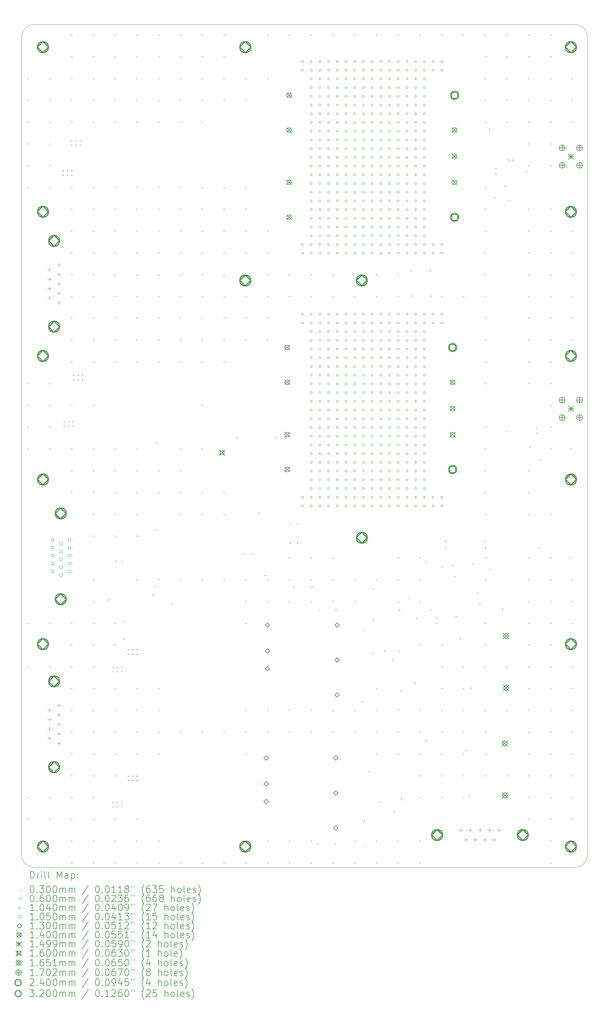
<source format=gbr>
%TF.GenerationSoftware,KiCad,Pcbnew,8.0.6*%
%TF.CreationDate,2025-06-02T15:06:45-04:00*%
%TF.ProjectId,CAEN_NEVIS_DAQ_PM5V,4341454e-5f4e-4455-9649-535f4441515f,rev?*%
%TF.SameCoordinates,Original*%
%TF.FileFunction,Drillmap*%
%TF.FilePolarity,Positive*%
%FSLAX45Y45*%
G04 Gerber Fmt 4.5, Leading zero omitted, Abs format (unit mm)*
G04 Created by KiCad (PCBNEW 8.0.6) date 2025-06-02 15:06:45*
%MOMM*%
%LPD*%
G01*
G04 APERTURE LIST*
%ADD10C,0.050000*%
%ADD11C,0.200000*%
%ADD12C,0.100000*%
%ADD13C,0.104000*%
%ADD14C,0.105000*%
%ADD15C,0.130000*%
%ADD16C,0.140000*%
%ADD17C,0.149860*%
%ADD18C,0.160000*%
%ADD19C,0.165100*%
%ADD20C,0.170180*%
%ADD21C,0.240000*%
%ADD22C,0.320000*%
G04 APERTURE END LIST*
D10*
X11876500Y-2617500D02*
G75*
G02*
X12257500Y-2236500I381000J0D01*
G01*
X11876500Y-26430000D02*
X11876500Y-2617500D01*
X12257500Y-2236500D02*
X28005500Y-2236500D01*
X28386500Y-2617500D02*
X28386500Y-24334500D01*
X28386500Y-25096500D02*
X28386500Y-26430000D01*
X28005500Y-2236500D02*
G75*
G02*
X28386500Y-2617500I0J-381000D01*
G01*
X28386500Y-24334500D02*
X28386500Y-25096500D01*
X28386500Y-26430000D02*
G75*
G02*
X28005500Y-26811000I-381000J0D01*
G01*
X12257500Y-26811000D02*
G75*
G02*
X11876500Y-26430000I0J381000D01*
G01*
X28005500Y-26811000D02*
X12257500Y-26811000D01*
D11*
D12*
X12050000Y-3795000D02*
X12080000Y-3825000D01*
X12080000Y-3795000D02*
X12050000Y-3825000D01*
X12050000Y-4430000D02*
X12080000Y-4460000D01*
X12080000Y-4430000D02*
X12050000Y-4460000D01*
X12050000Y-5065000D02*
X12080000Y-5095000D01*
X12080000Y-5065000D02*
X12050000Y-5095000D01*
X12050000Y-5700000D02*
X12080000Y-5730000D01*
X12080000Y-5700000D02*
X12050000Y-5730000D01*
X12050000Y-6335000D02*
X12080000Y-6365000D01*
X12080000Y-6335000D02*
X12050000Y-6365000D01*
X12050000Y-6970000D02*
X12080000Y-7000000D01*
X12080000Y-6970000D02*
X12050000Y-7000000D01*
X12050000Y-12685000D02*
X12080000Y-12715000D01*
X12080000Y-12685000D02*
X12050000Y-12715000D01*
X12050000Y-12685000D02*
X12080000Y-12715000D01*
X12080000Y-12685000D02*
X12050000Y-12715000D01*
X12050000Y-13320000D02*
X12080000Y-13350000D01*
X12080000Y-13320000D02*
X12050000Y-13350000D01*
X12050000Y-13320000D02*
X12080000Y-13350000D01*
X12080000Y-13320000D02*
X12050000Y-13350000D01*
X12050000Y-13955000D02*
X12080000Y-13985000D01*
X12080000Y-13955000D02*
X12050000Y-13985000D01*
X12050000Y-13955000D02*
X12080000Y-13985000D01*
X12080000Y-13955000D02*
X12050000Y-13985000D01*
X12050000Y-14590000D02*
X12080000Y-14620000D01*
X12080000Y-14590000D02*
X12050000Y-14620000D01*
X12050000Y-14590000D02*
X12080000Y-14620000D01*
X12080000Y-14590000D02*
X12050000Y-14620000D01*
X12050000Y-19670000D02*
X12080000Y-19700000D01*
X12080000Y-19670000D02*
X12050000Y-19700000D01*
X12050000Y-20940000D02*
X12080000Y-20970000D01*
X12080000Y-20940000D02*
X12050000Y-20970000D01*
X12050000Y-24750000D02*
X12080000Y-24780000D01*
X12080000Y-24750000D02*
X12050000Y-24780000D01*
X12050000Y-25385000D02*
X12080000Y-25415000D01*
X12080000Y-25385000D02*
X12050000Y-25415000D01*
X12685000Y-3795000D02*
X12715000Y-3825000D01*
X12715000Y-3795000D02*
X12685000Y-3825000D01*
X12685000Y-4430000D02*
X12715000Y-4460000D01*
X12715000Y-4430000D02*
X12685000Y-4460000D01*
X12685000Y-5065000D02*
X12715000Y-5095000D01*
X12715000Y-5065000D02*
X12685000Y-5095000D01*
X12685000Y-5700000D02*
X12715000Y-5730000D01*
X12715000Y-5700000D02*
X12685000Y-5730000D01*
X12685000Y-6335000D02*
X12715000Y-6365000D01*
X12715000Y-6335000D02*
X12685000Y-6365000D01*
X12685000Y-6970000D02*
X12715000Y-7000000D01*
X12715000Y-6970000D02*
X12685000Y-7000000D01*
X12685000Y-12685000D02*
X12715000Y-12715000D01*
X12715000Y-12685000D02*
X12685000Y-12715000D01*
X12685000Y-13320000D02*
X12715000Y-13350000D01*
X12715000Y-13320000D02*
X12685000Y-13350000D01*
X12685000Y-13955000D02*
X12715000Y-13985000D01*
X12715000Y-13955000D02*
X12685000Y-13985000D01*
X12685000Y-14590000D02*
X12715000Y-14620000D01*
X12715000Y-14590000D02*
X12685000Y-14620000D01*
X12685000Y-19670000D02*
X12715000Y-19700000D01*
X12715000Y-19670000D02*
X12685000Y-19700000D01*
X12685000Y-20940000D02*
X12715000Y-20970000D01*
X12715000Y-20940000D02*
X12685000Y-20970000D01*
X12685000Y-24750000D02*
X12715000Y-24780000D01*
X12715000Y-24750000D02*
X12685000Y-24780000D01*
X12685000Y-25385000D02*
X12715000Y-25415000D01*
X12715000Y-25385000D02*
X12685000Y-25415000D01*
X13066500Y-6483500D02*
X13096500Y-6513500D01*
X13096500Y-6483500D02*
X13066500Y-6513500D01*
X13066500Y-6610500D02*
X13096500Y-6640500D01*
X13096500Y-6610500D02*
X13066500Y-6640500D01*
X13102500Y-13794000D02*
X13132500Y-13824000D01*
X13132500Y-13794000D02*
X13102500Y-13824000D01*
X13102500Y-13921000D02*
X13132500Y-13951000D01*
X13132500Y-13921000D02*
X13102500Y-13951000D01*
X13193500Y-6483500D02*
X13223500Y-6513500D01*
X13223500Y-6483500D02*
X13193500Y-6513500D01*
X13193500Y-6610500D02*
X13223500Y-6640500D01*
X13223500Y-6610500D02*
X13193500Y-6640500D01*
X13229500Y-13794000D02*
X13259500Y-13824000D01*
X13259500Y-13794000D02*
X13229500Y-13824000D01*
X13229500Y-13921000D02*
X13259500Y-13951000D01*
X13259500Y-13921000D02*
X13229500Y-13951000D01*
X13320000Y-2525000D02*
X13350000Y-2555000D01*
X13350000Y-2525000D02*
X13320000Y-2555000D01*
X13320000Y-3160000D02*
X13350000Y-3190000D01*
X13350000Y-3160000D02*
X13320000Y-3190000D01*
X13320000Y-3795000D02*
X13350000Y-3825000D01*
X13350000Y-3795000D02*
X13320000Y-3825000D01*
X13320000Y-4430000D02*
X13350000Y-4460000D01*
X13350000Y-4430000D02*
X13320000Y-4460000D01*
X13320000Y-5065000D02*
X13350000Y-5095000D01*
X13350000Y-5065000D02*
X13320000Y-5095000D01*
X13320000Y-6970000D02*
X13350000Y-7000000D01*
X13350000Y-6970000D02*
X13320000Y-7000000D01*
X13320000Y-7605000D02*
X13350000Y-7635000D01*
X13350000Y-7605000D02*
X13320000Y-7635000D01*
X13320000Y-7605000D02*
X13350000Y-7635000D01*
X13350000Y-7605000D02*
X13320000Y-7635000D01*
X13320000Y-8240000D02*
X13350000Y-8270000D01*
X13350000Y-8240000D02*
X13320000Y-8270000D01*
X13320000Y-8240000D02*
X13350000Y-8270000D01*
X13350000Y-8240000D02*
X13320000Y-8270000D01*
X13320000Y-8875000D02*
X13350000Y-8905000D01*
X13350000Y-8875000D02*
X13320000Y-8905000D01*
X13320000Y-8875000D02*
X13350000Y-8905000D01*
X13350000Y-8875000D02*
X13320000Y-8905000D01*
X13320000Y-9510000D02*
X13350000Y-9540000D01*
X13350000Y-9510000D02*
X13320000Y-9540000D01*
X13320000Y-9510000D02*
X13350000Y-9540000D01*
X13350000Y-9510000D02*
X13320000Y-9540000D01*
X13320000Y-10145000D02*
X13350000Y-10175000D01*
X13350000Y-10145000D02*
X13320000Y-10175000D01*
X13320000Y-10145000D02*
X13350000Y-10175000D01*
X13350000Y-10145000D02*
X13320000Y-10175000D01*
X13320000Y-10780000D02*
X13350000Y-10810000D01*
X13350000Y-10780000D02*
X13320000Y-10810000D01*
X13320000Y-10780000D02*
X13350000Y-10810000D01*
X13350000Y-10780000D02*
X13320000Y-10810000D01*
X13320000Y-11415000D02*
X13350000Y-11445000D01*
X13350000Y-11415000D02*
X13320000Y-11445000D01*
X13320000Y-11415000D02*
X13350000Y-11445000D01*
X13350000Y-11415000D02*
X13320000Y-11445000D01*
X13320000Y-12050000D02*
X13350000Y-12080000D01*
X13350000Y-12050000D02*
X13320000Y-12080000D01*
X13320000Y-12050000D02*
X13350000Y-12080000D01*
X13350000Y-12050000D02*
X13320000Y-12080000D01*
X13320000Y-13320000D02*
X13350000Y-13350000D01*
X13350000Y-13320000D02*
X13320000Y-13350000D01*
X13320000Y-14590000D02*
X13350000Y-14620000D01*
X13350000Y-14590000D02*
X13320000Y-14620000D01*
X13320000Y-14590000D02*
X13350000Y-14620000D01*
X13350000Y-14590000D02*
X13320000Y-14620000D01*
X13320000Y-15225000D02*
X13350000Y-15255000D01*
X13350000Y-15225000D02*
X13320000Y-15255000D01*
X13320000Y-15225000D02*
X13350000Y-15255000D01*
X13350000Y-15225000D02*
X13320000Y-15255000D01*
X13320000Y-15860000D02*
X13350000Y-15890000D01*
X13350000Y-15860000D02*
X13320000Y-15890000D01*
X13320000Y-15860000D02*
X13350000Y-15890000D01*
X13350000Y-15860000D02*
X13320000Y-15890000D01*
X13320000Y-19670000D02*
X13350000Y-19700000D01*
X13350000Y-19670000D02*
X13320000Y-19700000D01*
X13320000Y-20305000D02*
X13350000Y-20335000D01*
X13350000Y-20305000D02*
X13320000Y-20335000D01*
X13320000Y-20940000D02*
X13350000Y-20970000D01*
X13350000Y-20940000D02*
X13320000Y-20970000D01*
X13320000Y-21575000D02*
X13350000Y-21605000D01*
X13350000Y-21575000D02*
X13320000Y-21605000D01*
X13320000Y-22210000D02*
X13350000Y-22240000D01*
X13350000Y-22210000D02*
X13320000Y-22240000D01*
X13320000Y-22845000D02*
X13350000Y-22875000D01*
X13350000Y-22845000D02*
X13320000Y-22875000D01*
X13320000Y-23480000D02*
X13350000Y-23510000D01*
X13350000Y-23480000D02*
X13320000Y-23510000D01*
X13320000Y-24115000D02*
X13350000Y-24145000D01*
X13350000Y-24115000D02*
X13320000Y-24145000D01*
X13320000Y-24750000D02*
X13350000Y-24780000D01*
X13350000Y-24750000D02*
X13320000Y-24780000D01*
X13320000Y-25385000D02*
X13350000Y-25415000D01*
X13350000Y-25385000D02*
X13320000Y-25415000D01*
X13320000Y-26020000D02*
X13350000Y-26050000D01*
X13350000Y-26020000D02*
X13320000Y-26050000D01*
X13320000Y-26655000D02*
X13350000Y-26685000D01*
X13350000Y-26655000D02*
X13320000Y-26685000D01*
X13320500Y-6483500D02*
X13350500Y-6513500D01*
X13350500Y-6483500D02*
X13320500Y-6513500D01*
X13320500Y-6610500D02*
X13350500Y-6640500D01*
X13350500Y-6610500D02*
X13320500Y-6640500D01*
X13323000Y-5609000D02*
X13353000Y-5639000D01*
X13353000Y-5609000D02*
X13323000Y-5639000D01*
X13323000Y-5736000D02*
X13353000Y-5766000D01*
X13353000Y-5736000D02*
X13323000Y-5766000D01*
X13356500Y-13794000D02*
X13386500Y-13824000D01*
X13386500Y-13794000D02*
X13356500Y-13824000D01*
X13356500Y-13921000D02*
X13386500Y-13951000D01*
X13386500Y-13921000D02*
X13356500Y-13951000D01*
X13376000Y-12448000D02*
X13406000Y-12478000D01*
X13406000Y-12448000D02*
X13376000Y-12478000D01*
X13376000Y-12575000D02*
X13406000Y-12605000D01*
X13406000Y-12575000D02*
X13376000Y-12605000D01*
X13450000Y-5609000D02*
X13480000Y-5639000D01*
X13480000Y-5609000D02*
X13450000Y-5639000D01*
X13450000Y-5736000D02*
X13480000Y-5766000D01*
X13480000Y-5736000D02*
X13450000Y-5766000D01*
X13503000Y-12448000D02*
X13533000Y-12478000D01*
X13533000Y-12448000D02*
X13503000Y-12478000D01*
X13503000Y-12575000D02*
X13533000Y-12605000D01*
X13533000Y-12575000D02*
X13503000Y-12605000D01*
X13577000Y-5609000D02*
X13607000Y-5639000D01*
X13607000Y-5609000D02*
X13577000Y-5639000D01*
X13577000Y-5736000D02*
X13607000Y-5766000D01*
X13607000Y-5736000D02*
X13577000Y-5766000D01*
X13630000Y-12448000D02*
X13660000Y-12478000D01*
X13660000Y-12448000D02*
X13630000Y-12478000D01*
X13630000Y-12575000D02*
X13660000Y-12605000D01*
X13660000Y-12575000D02*
X13630000Y-12605000D01*
X13955000Y-2525000D02*
X13985000Y-2555000D01*
X13985000Y-2525000D02*
X13955000Y-2555000D01*
X13955000Y-3160000D02*
X13985000Y-3190000D01*
X13985000Y-3160000D02*
X13955000Y-3190000D01*
X13955000Y-3795000D02*
X13985000Y-3825000D01*
X13985000Y-3795000D02*
X13955000Y-3825000D01*
X13955000Y-4430000D02*
X13985000Y-4460000D01*
X13985000Y-4430000D02*
X13955000Y-4460000D01*
X13955000Y-5065000D02*
X13985000Y-5095000D01*
X13985000Y-5065000D02*
X13955000Y-5095000D01*
X13955000Y-6970000D02*
X13985000Y-7000000D01*
X13985000Y-6970000D02*
X13955000Y-7000000D01*
X13955000Y-7605000D02*
X13985000Y-7635000D01*
X13985000Y-7605000D02*
X13955000Y-7635000D01*
X13955000Y-8240000D02*
X13985000Y-8270000D01*
X13985000Y-8240000D02*
X13955000Y-8270000D01*
X13955000Y-8875000D02*
X13985000Y-8905000D01*
X13985000Y-8875000D02*
X13955000Y-8905000D01*
X13955000Y-9510000D02*
X13985000Y-9540000D01*
X13985000Y-9510000D02*
X13955000Y-9540000D01*
X13955000Y-10145000D02*
X13985000Y-10175000D01*
X13985000Y-10145000D02*
X13955000Y-10175000D01*
X13955000Y-10780000D02*
X13985000Y-10810000D01*
X13985000Y-10780000D02*
X13955000Y-10810000D01*
X13955000Y-11415000D02*
X13985000Y-11445000D01*
X13985000Y-11415000D02*
X13955000Y-11445000D01*
X13955000Y-12050000D02*
X13985000Y-12080000D01*
X13985000Y-12050000D02*
X13955000Y-12080000D01*
X13955000Y-13320000D02*
X13985000Y-13350000D01*
X13985000Y-13320000D02*
X13955000Y-13350000D01*
X13955000Y-14590000D02*
X13985000Y-14620000D01*
X13985000Y-14590000D02*
X13955000Y-14620000D01*
X13955000Y-15225000D02*
X13985000Y-15255000D01*
X13985000Y-15225000D02*
X13955000Y-15255000D01*
X13955000Y-15860000D02*
X13985000Y-15890000D01*
X13985000Y-15860000D02*
X13955000Y-15890000D01*
X13955000Y-16495000D02*
X13985000Y-16525000D01*
X13985000Y-16495000D02*
X13955000Y-16525000D01*
X13955000Y-17130000D02*
X13985000Y-17160000D01*
X13985000Y-17130000D02*
X13955000Y-17160000D01*
X13955000Y-18400000D02*
X13985000Y-18430000D01*
X13985000Y-18400000D02*
X13955000Y-18430000D01*
X13955000Y-19035000D02*
X13985000Y-19065000D01*
X13985000Y-19035000D02*
X13955000Y-19065000D01*
X13955000Y-19670000D02*
X13985000Y-19700000D01*
X13985000Y-19670000D02*
X13955000Y-19700000D01*
X13955000Y-20305000D02*
X13985000Y-20335000D01*
X13985000Y-20305000D02*
X13955000Y-20335000D01*
X13955000Y-20940000D02*
X13985000Y-20970000D01*
X13985000Y-20940000D02*
X13955000Y-20970000D01*
X13955000Y-21575000D02*
X13985000Y-21605000D01*
X13985000Y-21575000D02*
X13955000Y-21605000D01*
X13955000Y-22210000D02*
X13985000Y-22240000D01*
X13985000Y-22210000D02*
X13955000Y-22240000D01*
X13955000Y-22845000D02*
X13985000Y-22875000D01*
X13985000Y-22845000D02*
X13955000Y-22875000D01*
X13955000Y-23480000D02*
X13985000Y-23510000D01*
X13985000Y-23480000D02*
X13955000Y-23510000D01*
X13955000Y-24115000D02*
X13985000Y-24145000D01*
X13985000Y-24115000D02*
X13955000Y-24145000D01*
X13955000Y-24750000D02*
X13985000Y-24780000D01*
X13985000Y-24750000D02*
X13955000Y-24780000D01*
X13955000Y-25385000D02*
X13985000Y-25415000D01*
X13985000Y-25385000D02*
X13955000Y-25415000D01*
X13955000Y-26020000D02*
X13985000Y-26050000D01*
X13985000Y-26020000D02*
X13955000Y-26050000D01*
X13955000Y-26655000D02*
X13985000Y-26685000D01*
X13985000Y-26655000D02*
X13955000Y-26685000D01*
X14407000Y-18995000D02*
X14437000Y-19025000D01*
X14437000Y-18995000D02*
X14407000Y-19025000D01*
X14528500Y-20954000D02*
X14558500Y-20984000D01*
X14558500Y-20954000D02*
X14528500Y-20984000D01*
X14528500Y-21081000D02*
X14558500Y-21111000D01*
X14558500Y-21081000D02*
X14528500Y-21111000D01*
X14528500Y-24891000D02*
X14558500Y-24921000D01*
X14558500Y-24891000D02*
X14528500Y-24921000D01*
X14528500Y-25018000D02*
X14558500Y-25048000D01*
X14558500Y-25018000D02*
X14528500Y-25048000D01*
X14590000Y-2525000D02*
X14620000Y-2555000D01*
X14620000Y-2525000D02*
X14590000Y-2555000D01*
X14590000Y-3160000D02*
X14620000Y-3190000D01*
X14620000Y-3160000D02*
X14590000Y-3190000D01*
X14590000Y-3795000D02*
X14620000Y-3825000D01*
X14620000Y-3795000D02*
X14590000Y-3825000D01*
X14590000Y-4430000D02*
X14620000Y-4460000D01*
X14620000Y-4430000D02*
X14590000Y-4460000D01*
X14590000Y-5065000D02*
X14620000Y-5095000D01*
X14620000Y-5065000D02*
X14590000Y-5095000D01*
X14590000Y-6970000D02*
X14620000Y-7000000D01*
X14620000Y-6970000D02*
X14590000Y-7000000D01*
X14590000Y-7605000D02*
X14620000Y-7635000D01*
X14620000Y-7605000D02*
X14590000Y-7635000D01*
X14590000Y-8240000D02*
X14620000Y-8270000D01*
X14620000Y-8240000D02*
X14590000Y-8270000D01*
X14590000Y-8875000D02*
X14620000Y-8905000D01*
X14620000Y-8875000D02*
X14590000Y-8905000D01*
X14590000Y-9510000D02*
X14620000Y-9540000D01*
X14620000Y-9510000D02*
X14590000Y-9540000D01*
X14590000Y-10145000D02*
X14620000Y-10175000D01*
X14620000Y-10145000D02*
X14590000Y-10175000D01*
X14590000Y-10780000D02*
X14620000Y-10810000D01*
X14620000Y-10780000D02*
X14590000Y-10810000D01*
X14590000Y-11415000D02*
X14620000Y-11445000D01*
X14620000Y-11415000D02*
X14590000Y-11445000D01*
X14590000Y-12050000D02*
X14620000Y-12080000D01*
X14620000Y-12050000D02*
X14590000Y-12080000D01*
X14590000Y-14590000D02*
X14620000Y-14620000D01*
X14620000Y-14590000D02*
X14590000Y-14620000D01*
X14590000Y-14590000D02*
X14620000Y-14620000D01*
X14620000Y-14590000D02*
X14590000Y-14620000D01*
X14590000Y-15225000D02*
X14620000Y-15255000D01*
X14620000Y-15225000D02*
X14590000Y-15255000D01*
X14590000Y-15225000D02*
X14620000Y-15255000D01*
X14620000Y-15225000D02*
X14590000Y-15255000D01*
X14590000Y-15860000D02*
X14620000Y-15890000D01*
X14620000Y-15860000D02*
X14590000Y-15890000D01*
X14590000Y-15860000D02*
X14620000Y-15890000D01*
X14620000Y-15860000D02*
X14590000Y-15890000D01*
X14590000Y-16495000D02*
X14620000Y-16525000D01*
X14620000Y-16495000D02*
X14590000Y-16525000D01*
X14590000Y-17130000D02*
X14620000Y-17160000D01*
X14620000Y-17130000D02*
X14590000Y-17160000D01*
X14590000Y-19670000D02*
X14620000Y-19700000D01*
X14620000Y-19670000D02*
X14590000Y-19700000D01*
X14590000Y-20305000D02*
X14620000Y-20335000D01*
X14620000Y-20305000D02*
X14590000Y-20335000D01*
X14590000Y-21575000D02*
X14620000Y-21605000D01*
X14620000Y-21575000D02*
X14590000Y-21605000D01*
X14590000Y-22210000D02*
X14620000Y-22240000D01*
X14620000Y-22210000D02*
X14590000Y-22240000D01*
X14590000Y-22845000D02*
X14620000Y-22875000D01*
X14620000Y-22845000D02*
X14590000Y-22875000D01*
X14590000Y-23480000D02*
X14620000Y-23510000D01*
X14620000Y-23480000D02*
X14590000Y-23510000D01*
X14590000Y-24115000D02*
X14620000Y-24145000D01*
X14620000Y-24115000D02*
X14590000Y-24145000D01*
X14590000Y-25385000D02*
X14620000Y-25415000D01*
X14620000Y-25385000D02*
X14590000Y-25415000D01*
X14590000Y-26020000D02*
X14620000Y-26050000D01*
X14620000Y-26020000D02*
X14590000Y-26050000D01*
X14590000Y-26655000D02*
X14620000Y-26685000D01*
X14620000Y-26655000D02*
X14590000Y-26685000D01*
X14626000Y-17873620D02*
X14656000Y-17903620D01*
X14656000Y-17873620D02*
X14626000Y-17903620D01*
X14655500Y-20954000D02*
X14685500Y-20984000D01*
X14685500Y-20954000D02*
X14655500Y-20984000D01*
X14655500Y-21081000D02*
X14685500Y-21111000D01*
X14685500Y-21081000D02*
X14655500Y-21111000D01*
X14655500Y-24891000D02*
X14685500Y-24921000D01*
X14685500Y-24891000D02*
X14655500Y-24921000D01*
X14655500Y-25018000D02*
X14685500Y-25048000D01*
X14685500Y-25018000D02*
X14655500Y-25048000D01*
X14782500Y-20954000D02*
X14812500Y-20984000D01*
X14812500Y-20954000D02*
X14782500Y-20984000D01*
X14782500Y-21081000D02*
X14812500Y-21111000D01*
X14812500Y-21081000D02*
X14782500Y-21111000D01*
X14782500Y-24891000D02*
X14812500Y-24921000D01*
X14812500Y-24891000D02*
X14782500Y-24921000D01*
X14782500Y-25018000D02*
X14812500Y-25048000D01*
X14812500Y-25018000D02*
X14782500Y-25048000D01*
X14791000Y-17871620D02*
X14821000Y-17901620D01*
X14821000Y-17871620D02*
X14791000Y-17901620D01*
X14849000Y-19626000D02*
X14879000Y-19656000D01*
X14879000Y-19626000D02*
X14849000Y-19656000D01*
X14852000Y-20127000D02*
X14882000Y-20157000D01*
X14882000Y-20127000D02*
X14852000Y-20157000D01*
X14973000Y-20446000D02*
X15003000Y-20476000D01*
X15003000Y-20446000D02*
X14973000Y-20476000D01*
X14973000Y-20573000D02*
X15003000Y-20603000D01*
X15003000Y-20573000D02*
X14973000Y-20603000D01*
X14973000Y-24129000D02*
X15003000Y-24159000D01*
X15003000Y-24129000D02*
X14973000Y-24159000D01*
X14973000Y-24256000D02*
X15003000Y-24286000D01*
X15003000Y-24256000D02*
X14973000Y-24286000D01*
X15100000Y-20446000D02*
X15130000Y-20476000D01*
X15130000Y-20446000D02*
X15100000Y-20476000D01*
X15100000Y-20573000D02*
X15130000Y-20603000D01*
X15130000Y-20573000D02*
X15100000Y-20603000D01*
X15100000Y-24129000D02*
X15130000Y-24159000D01*
X15130000Y-24129000D02*
X15100000Y-24159000D01*
X15100000Y-24256000D02*
X15130000Y-24286000D01*
X15130000Y-24256000D02*
X15100000Y-24286000D01*
X15225000Y-2525000D02*
X15255000Y-2555000D01*
X15255000Y-2525000D02*
X15225000Y-2555000D01*
X15225000Y-2525000D02*
X15255000Y-2555000D01*
X15255000Y-2525000D02*
X15225000Y-2555000D01*
X15225000Y-3160000D02*
X15255000Y-3190000D01*
X15255000Y-3160000D02*
X15225000Y-3190000D01*
X15225000Y-3160000D02*
X15255000Y-3190000D01*
X15255000Y-3160000D02*
X15225000Y-3190000D01*
X15225000Y-3795000D02*
X15255000Y-3825000D01*
X15255000Y-3795000D02*
X15225000Y-3825000D01*
X15225000Y-3795000D02*
X15255000Y-3825000D01*
X15255000Y-3795000D02*
X15225000Y-3825000D01*
X15225000Y-4430000D02*
X15255000Y-4460000D01*
X15255000Y-4430000D02*
X15225000Y-4460000D01*
X15225000Y-4430000D02*
X15255000Y-4460000D01*
X15255000Y-4430000D02*
X15225000Y-4460000D01*
X15225000Y-5065000D02*
X15255000Y-5095000D01*
X15255000Y-5065000D02*
X15225000Y-5095000D01*
X15225000Y-5065000D02*
X15255000Y-5095000D01*
X15255000Y-5065000D02*
X15225000Y-5095000D01*
X15225000Y-6970000D02*
X15255000Y-7000000D01*
X15255000Y-6970000D02*
X15225000Y-7000000D01*
X15225000Y-7605000D02*
X15255000Y-7635000D01*
X15255000Y-7605000D02*
X15225000Y-7635000D01*
X15225000Y-8240000D02*
X15255000Y-8270000D01*
X15255000Y-8240000D02*
X15225000Y-8270000D01*
X15225000Y-8875000D02*
X15255000Y-8905000D01*
X15255000Y-8875000D02*
X15225000Y-8905000D01*
X15225000Y-9510000D02*
X15255000Y-9540000D01*
X15255000Y-9510000D02*
X15225000Y-9540000D01*
X15225000Y-10145000D02*
X15255000Y-10175000D01*
X15255000Y-10145000D02*
X15225000Y-10175000D01*
X15225000Y-10780000D02*
X15255000Y-10810000D01*
X15255000Y-10780000D02*
X15225000Y-10810000D01*
X15225000Y-11415000D02*
X15255000Y-11445000D01*
X15255000Y-11415000D02*
X15225000Y-11445000D01*
X15225000Y-12050000D02*
X15255000Y-12080000D01*
X15255000Y-12050000D02*
X15225000Y-12080000D01*
X15225000Y-14590000D02*
X15255000Y-14620000D01*
X15255000Y-14590000D02*
X15225000Y-14620000D01*
X15225000Y-15225000D02*
X15255000Y-15255000D01*
X15255000Y-15225000D02*
X15225000Y-15255000D01*
X15225000Y-15860000D02*
X15255000Y-15890000D01*
X15255000Y-15860000D02*
X15225000Y-15890000D01*
X15225000Y-16495000D02*
X15255000Y-16525000D01*
X15255000Y-16495000D02*
X15225000Y-16525000D01*
X15225000Y-17130000D02*
X15255000Y-17160000D01*
X15255000Y-17130000D02*
X15225000Y-17160000D01*
X15225000Y-18400000D02*
X15255000Y-18430000D01*
X15255000Y-18400000D02*
X15225000Y-18430000D01*
X15225000Y-21575000D02*
X15255000Y-21605000D01*
X15255000Y-21575000D02*
X15225000Y-21605000D01*
X15225000Y-22210000D02*
X15255000Y-22240000D01*
X15255000Y-22210000D02*
X15225000Y-22240000D01*
X15225000Y-22845000D02*
X15255000Y-22875000D01*
X15255000Y-22845000D02*
X15225000Y-22875000D01*
X15225000Y-23480000D02*
X15255000Y-23510000D01*
X15255000Y-23480000D02*
X15225000Y-23510000D01*
X15225000Y-25385000D02*
X15255000Y-25415000D01*
X15255000Y-25385000D02*
X15225000Y-25415000D01*
X15225000Y-26020000D02*
X15255000Y-26050000D01*
X15255000Y-26020000D02*
X15225000Y-26050000D01*
X15225000Y-26655000D02*
X15255000Y-26685000D01*
X15255000Y-26655000D02*
X15225000Y-26685000D01*
X15227000Y-20446000D02*
X15257000Y-20476000D01*
X15257000Y-20446000D02*
X15227000Y-20476000D01*
X15227000Y-20573000D02*
X15257000Y-20603000D01*
X15257000Y-20573000D02*
X15227000Y-20603000D01*
X15227000Y-24129000D02*
X15257000Y-24159000D01*
X15257000Y-24129000D02*
X15227000Y-24159000D01*
X15227000Y-24256000D02*
X15257000Y-24286000D01*
X15257000Y-24256000D02*
X15227000Y-24286000D01*
X15689000Y-18861000D02*
X15719000Y-18891000D01*
X15719000Y-18861000D02*
X15689000Y-18891000D01*
X15763000Y-16940000D02*
X15793000Y-16970000D01*
X15793000Y-16940000D02*
X15763000Y-16970000D01*
X15763000Y-18608000D02*
X15793000Y-18638000D01*
X15793000Y-18608000D02*
X15763000Y-18638000D01*
X15798500Y-14413500D02*
X15828500Y-14443500D01*
X15828500Y-14413500D02*
X15798500Y-14443500D01*
X15860000Y-2525000D02*
X15890000Y-2555000D01*
X15890000Y-2525000D02*
X15860000Y-2555000D01*
X15860000Y-3160000D02*
X15890000Y-3190000D01*
X15890000Y-3160000D02*
X15860000Y-3190000D01*
X15860000Y-3795000D02*
X15890000Y-3825000D01*
X15890000Y-3795000D02*
X15860000Y-3825000D01*
X15860000Y-4430000D02*
X15890000Y-4460000D01*
X15890000Y-4430000D02*
X15860000Y-4460000D01*
X15860000Y-5065000D02*
X15890000Y-5095000D01*
X15890000Y-5065000D02*
X15860000Y-5095000D01*
X15860000Y-6970000D02*
X15890000Y-7000000D01*
X15890000Y-6970000D02*
X15860000Y-7000000D01*
X15860000Y-7605000D02*
X15890000Y-7635000D01*
X15890000Y-7605000D02*
X15860000Y-7635000D01*
X15860000Y-8240000D02*
X15890000Y-8270000D01*
X15890000Y-8240000D02*
X15860000Y-8270000D01*
X15860000Y-8875000D02*
X15890000Y-8905000D01*
X15890000Y-8875000D02*
X15860000Y-8905000D01*
X15860000Y-9510000D02*
X15890000Y-9540000D01*
X15890000Y-9510000D02*
X15860000Y-9540000D01*
X15860000Y-10145000D02*
X15890000Y-10175000D01*
X15890000Y-10145000D02*
X15860000Y-10175000D01*
X15860000Y-10780000D02*
X15890000Y-10810000D01*
X15890000Y-10780000D02*
X15860000Y-10810000D01*
X15860000Y-11415000D02*
X15890000Y-11445000D01*
X15890000Y-11415000D02*
X15860000Y-11445000D01*
X15860000Y-12050000D02*
X15890000Y-12080000D01*
X15890000Y-12050000D02*
X15860000Y-12080000D01*
X15860000Y-15225000D02*
X15890000Y-15255000D01*
X15890000Y-15225000D02*
X15860000Y-15255000D01*
X15860000Y-15225000D02*
X15890000Y-15255000D01*
X15890000Y-15225000D02*
X15860000Y-15255000D01*
X15860000Y-15860000D02*
X15890000Y-15890000D01*
X15890000Y-15860000D02*
X15860000Y-15890000D01*
X15860000Y-15860000D02*
X15890000Y-15890000D01*
X15890000Y-15860000D02*
X15860000Y-15890000D01*
X15860000Y-18400000D02*
X15890000Y-18430000D01*
X15890000Y-18400000D02*
X15860000Y-18430000D01*
X15860000Y-21575000D02*
X15890000Y-21605000D01*
X15890000Y-21575000D02*
X15860000Y-21605000D01*
X15860000Y-22210000D02*
X15890000Y-22240000D01*
X15890000Y-22210000D02*
X15860000Y-22240000D01*
X15860000Y-22845000D02*
X15890000Y-22875000D01*
X15890000Y-22845000D02*
X15860000Y-22875000D01*
X15860000Y-23480000D02*
X15890000Y-23510000D01*
X15890000Y-23480000D02*
X15860000Y-23510000D01*
X15860000Y-26020000D02*
X15890000Y-26050000D01*
X15890000Y-26020000D02*
X15860000Y-26050000D01*
X15860000Y-26655000D02*
X15890000Y-26685000D01*
X15890000Y-26655000D02*
X15860000Y-26685000D01*
X16243000Y-19112500D02*
X16273000Y-19142500D01*
X16273000Y-19112500D02*
X16243000Y-19142500D01*
X16495000Y-2525000D02*
X16525000Y-2555000D01*
X16525000Y-2525000D02*
X16495000Y-2555000D01*
X16495000Y-3160000D02*
X16525000Y-3190000D01*
X16525000Y-3160000D02*
X16495000Y-3190000D01*
X16495000Y-3795000D02*
X16525000Y-3825000D01*
X16525000Y-3795000D02*
X16495000Y-3825000D01*
X16495000Y-4430000D02*
X16525000Y-4460000D01*
X16525000Y-4430000D02*
X16495000Y-4460000D01*
X16495000Y-5065000D02*
X16525000Y-5095000D01*
X16525000Y-5065000D02*
X16495000Y-5095000D01*
X16495000Y-6970000D02*
X16525000Y-7000000D01*
X16525000Y-6970000D02*
X16495000Y-7000000D01*
X16495000Y-7605000D02*
X16525000Y-7635000D01*
X16525000Y-7605000D02*
X16495000Y-7635000D01*
X16495000Y-8240000D02*
X16525000Y-8270000D01*
X16525000Y-8240000D02*
X16495000Y-8270000D01*
X16495000Y-8875000D02*
X16525000Y-8905000D01*
X16525000Y-8875000D02*
X16495000Y-8905000D01*
X16495000Y-9510000D02*
X16525000Y-9540000D01*
X16525000Y-9510000D02*
X16495000Y-9540000D01*
X16495000Y-10145000D02*
X16525000Y-10175000D01*
X16525000Y-10145000D02*
X16495000Y-10175000D01*
X16495000Y-10780000D02*
X16525000Y-10810000D01*
X16525000Y-10780000D02*
X16495000Y-10810000D01*
X16495000Y-11415000D02*
X16525000Y-11445000D01*
X16525000Y-11415000D02*
X16495000Y-11445000D01*
X16495000Y-12050000D02*
X16525000Y-12080000D01*
X16525000Y-12050000D02*
X16495000Y-12080000D01*
X16495000Y-14590000D02*
X16525000Y-14620000D01*
X16525000Y-14590000D02*
X16495000Y-14620000D01*
X16495000Y-15225000D02*
X16525000Y-15255000D01*
X16525000Y-15225000D02*
X16495000Y-15255000D01*
X16495000Y-15860000D02*
X16525000Y-15890000D01*
X16525000Y-15860000D02*
X16495000Y-15890000D01*
X16495000Y-16495000D02*
X16525000Y-16525000D01*
X16525000Y-16495000D02*
X16495000Y-16525000D01*
X16495000Y-18400000D02*
X16525000Y-18430000D01*
X16525000Y-18400000D02*
X16495000Y-18430000D01*
X16495000Y-22845000D02*
X16525000Y-22875000D01*
X16525000Y-22845000D02*
X16495000Y-22875000D01*
X16495000Y-26655000D02*
X16525000Y-26685000D01*
X16525000Y-26655000D02*
X16495000Y-26685000D01*
X17130000Y-2525000D02*
X17160000Y-2555000D01*
X17160000Y-2525000D02*
X17130000Y-2555000D01*
X17130000Y-3160000D02*
X17160000Y-3190000D01*
X17160000Y-3160000D02*
X17130000Y-3190000D01*
X17130000Y-3795000D02*
X17160000Y-3825000D01*
X17160000Y-3795000D02*
X17130000Y-3825000D01*
X17130000Y-4430000D02*
X17160000Y-4460000D01*
X17160000Y-4430000D02*
X17130000Y-4460000D01*
X17130000Y-5065000D02*
X17160000Y-5095000D01*
X17160000Y-5065000D02*
X17130000Y-5095000D01*
X17130000Y-6970000D02*
X17160000Y-7000000D01*
X17160000Y-6970000D02*
X17130000Y-7000000D01*
X17130000Y-7605000D02*
X17160000Y-7635000D01*
X17160000Y-7605000D02*
X17130000Y-7635000D01*
X17130000Y-8240000D02*
X17160000Y-8270000D01*
X17160000Y-8240000D02*
X17130000Y-8270000D01*
X17130000Y-8875000D02*
X17160000Y-8905000D01*
X17160000Y-8875000D02*
X17130000Y-8905000D01*
X17130000Y-9510000D02*
X17160000Y-9540000D01*
X17160000Y-9510000D02*
X17130000Y-9540000D01*
X17130000Y-10145000D02*
X17160000Y-10175000D01*
X17160000Y-10145000D02*
X17130000Y-10175000D01*
X17130000Y-10780000D02*
X17160000Y-10810000D01*
X17160000Y-10780000D02*
X17130000Y-10810000D01*
X17130000Y-11415000D02*
X17160000Y-11445000D01*
X17160000Y-11415000D02*
X17130000Y-11445000D01*
X17130000Y-12050000D02*
X17160000Y-12080000D01*
X17160000Y-12050000D02*
X17130000Y-12080000D01*
X17130000Y-13320000D02*
X17160000Y-13350000D01*
X17160000Y-13320000D02*
X17130000Y-13350000D01*
X17130000Y-14590000D02*
X17160000Y-14620000D01*
X17160000Y-14590000D02*
X17130000Y-14620000D01*
X17130000Y-15860000D02*
X17160000Y-15890000D01*
X17160000Y-15860000D02*
X17130000Y-15890000D01*
X17130000Y-16495000D02*
X17160000Y-16525000D01*
X17160000Y-16495000D02*
X17130000Y-16525000D01*
X17130000Y-18400000D02*
X17160000Y-18430000D01*
X17160000Y-18400000D02*
X17130000Y-18430000D01*
X17130000Y-22845000D02*
X17160000Y-22875000D01*
X17160000Y-22845000D02*
X17130000Y-22875000D01*
X17130000Y-26655000D02*
X17160000Y-26685000D01*
X17160000Y-26655000D02*
X17130000Y-26685000D01*
X17765000Y-2525000D02*
X17795000Y-2555000D01*
X17795000Y-2525000D02*
X17765000Y-2555000D01*
X17765000Y-3160000D02*
X17795000Y-3190000D01*
X17795000Y-3160000D02*
X17765000Y-3190000D01*
X17765000Y-3795000D02*
X17795000Y-3825000D01*
X17795000Y-3795000D02*
X17765000Y-3825000D01*
X17765000Y-4430000D02*
X17795000Y-4460000D01*
X17795000Y-4430000D02*
X17765000Y-4460000D01*
X17765000Y-6970000D02*
X17795000Y-7000000D01*
X17795000Y-6970000D02*
X17765000Y-7000000D01*
X17765000Y-7605000D02*
X17795000Y-7635000D01*
X17795000Y-7605000D02*
X17765000Y-7635000D01*
X17765000Y-8240000D02*
X17795000Y-8270000D01*
X17795000Y-8240000D02*
X17765000Y-8270000D01*
X17765000Y-8875000D02*
X17795000Y-8905000D01*
X17795000Y-8875000D02*
X17765000Y-8905000D01*
X17765000Y-9510000D02*
X17795000Y-9540000D01*
X17795000Y-9510000D02*
X17765000Y-9540000D01*
X17765000Y-10145000D02*
X17795000Y-10175000D01*
X17795000Y-10145000D02*
X17765000Y-10175000D01*
X17765000Y-10780000D02*
X17795000Y-10810000D01*
X17795000Y-10780000D02*
X17765000Y-10810000D01*
X17765000Y-11415000D02*
X17795000Y-11445000D01*
X17795000Y-11415000D02*
X17765000Y-11445000D01*
X17765000Y-12050000D02*
X17795000Y-12080000D01*
X17795000Y-12050000D02*
X17765000Y-12080000D01*
X17765000Y-15860000D02*
X17795000Y-15890000D01*
X17795000Y-15860000D02*
X17765000Y-15890000D01*
X17765000Y-16495000D02*
X17795000Y-16525000D01*
X17795000Y-16495000D02*
X17765000Y-16525000D01*
X17765000Y-18400000D02*
X17795000Y-18430000D01*
X17795000Y-18400000D02*
X17765000Y-18430000D01*
X17765000Y-22845000D02*
X17795000Y-22875000D01*
X17795000Y-22845000D02*
X17765000Y-22875000D01*
X17765000Y-26655000D02*
X17795000Y-26685000D01*
X17795000Y-26655000D02*
X17765000Y-26685000D01*
X18135000Y-14261000D02*
X18165000Y-14291000D01*
X18165000Y-14261000D02*
X18135000Y-14291000D01*
X18325000Y-17649000D02*
X18355000Y-17679000D01*
X18355000Y-17649000D02*
X18325000Y-17679000D01*
X18400000Y-3795000D02*
X18430000Y-3825000D01*
X18430000Y-3795000D02*
X18400000Y-3825000D01*
X18400000Y-4430000D02*
X18430000Y-4460000D01*
X18430000Y-4430000D02*
X18400000Y-4460000D01*
X18400000Y-6970000D02*
X18430000Y-7000000D01*
X18430000Y-6970000D02*
X18400000Y-7000000D01*
X18400000Y-7605000D02*
X18430000Y-7635000D01*
X18430000Y-7605000D02*
X18400000Y-7635000D01*
X18400000Y-8240000D02*
X18430000Y-8270000D01*
X18430000Y-8240000D02*
X18400000Y-8270000D01*
X18400000Y-8875000D02*
X18430000Y-8905000D01*
X18430000Y-8875000D02*
X18400000Y-8905000D01*
X18400000Y-10145000D02*
X18430000Y-10175000D01*
X18430000Y-10145000D02*
X18400000Y-10175000D01*
X18400000Y-10780000D02*
X18430000Y-10810000D01*
X18430000Y-10780000D02*
X18400000Y-10810000D01*
X18400000Y-11415000D02*
X18430000Y-11445000D01*
X18430000Y-11415000D02*
X18400000Y-11445000D01*
X18400000Y-18400000D02*
X18430000Y-18430000D01*
X18430000Y-18400000D02*
X18400000Y-18430000D01*
X18400000Y-19035000D02*
X18430000Y-19065000D01*
X18430000Y-19035000D02*
X18400000Y-19065000D01*
X18400000Y-19670000D02*
X18430000Y-19700000D01*
X18430000Y-19670000D02*
X18400000Y-19700000D01*
X18400000Y-22210000D02*
X18430000Y-22240000D01*
X18430000Y-22210000D02*
X18400000Y-22240000D01*
X18400000Y-22845000D02*
X18430000Y-22875000D01*
X18430000Y-22845000D02*
X18400000Y-22875000D01*
X18400000Y-23480000D02*
X18430000Y-23510000D01*
X18430000Y-23480000D02*
X18400000Y-23510000D01*
X18400000Y-26655000D02*
X18430000Y-26685000D01*
X18430000Y-26655000D02*
X18400000Y-26685000D01*
X18598000Y-17649000D02*
X18628000Y-17679000D01*
X18628000Y-17649000D02*
X18598000Y-17679000D01*
X18778000Y-16460000D02*
X18808000Y-16490000D01*
X18808000Y-16460000D02*
X18778000Y-16490000D01*
X18962000Y-18279000D02*
X18992000Y-18309000D01*
X18992000Y-18279000D02*
X18962000Y-18309000D01*
X19035000Y-2525000D02*
X19065000Y-2555000D01*
X19065000Y-2525000D02*
X19035000Y-2555000D01*
X19035000Y-3795000D02*
X19065000Y-3825000D01*
X19065000Y-3795000D02*
X19035000Y-3825000D01*
X19035000Y-8240000D02*
X19065000Y-8270000D01*
X19065000Y-8240000D02*
X19035000Y-8270000D01*
X19035000Y-8875000D02*
X19065000Y-8905000D01*
X19065000Y-8875000D02*
X19035000Y-8905000D01*
X19035000Y-9510000D02*
X19065000Y-9540000D01*
X19065000Y-9510000D02*
X19035000Y-9540000D01*
X19035000Y-10145000D02*
X19065000Y-10175000D01*
X19065000Y-10145000D02*
X19035000Y-10175000D01*
X19035000Y-10780000D02*
X19065000Y-10810000D01*
X19065000Y-10780000D02*
X19035000Y-10810000D01*
X19035000Y-11415000D02*
X19065000Y-11445000D01*
X19065000Y-11415000D02*
X19035000Y-11445000D01*
X19035000Y-18400000D02*
X19065000Y-18430000D01*
X19065000Y-18400000D02*
X19035000Y-18430000D01*
X19035000Y-19035000D02*
X19065000Y-19065000D01*
X19065000Y-19035000D02*
X19035000Y-19065000D01*
X19035000Y-22210000D02*
X19065000Y-22240000D01*
X19065000Y-22210000D02*
X19035000Y-22240000D01*
X19035000Y-22845000D02*
X19065000Y-22875000D01*
X19065000Y-22845000D02*
X19035000Y-22875000D01*
X19035000Y-26020000D02*
X19065000Y-26050000D01*
X19065000Y-26020000D02*
X19035000Y-26050000D01*
X19035000Y-26655000D02*
X19065000Y-26685000D01*
X19065000Y-26655000D02*
X19035000Y-26685000D01*
X19268000Y-14261000D02*
X19298000Y-14291000D01*
X19298000Y-14261000D02*
X19268000Y-14291000D01*
X19670000Y-2525000D02*
X19700000Y-2555000D01*
X19700000Y-2525000D02*
X19670000Y-2555000D01*
X19670000Y-9510000D02*
X19700000Y-9540000D01*
X19700000Y-9510000D02*
X19670000Y-9540000D01*
X19670000Y-10145000D02*
X19700000Y-10175000D01*
X19700000Y-10145000D02*
X19670000Y-10175000D01*
X19670000Y-17765000D02*
X19700000Y-17795000D01*
X19700000Y-17765000D02*
X19670000Y-17795000D01*
X19670000Y-18400000D02*
X19700000Y-18430000D01*
X19700000Y-18400000D02*
X19670000Y-18430000D01*
X19670000Y-19035000D02*
X19700000Y-19065000D01*
X19700000Y-19035000D02*
X19670000Y-19065000D01*
X19670000Y-22210000D02*
X19700000Y-22240000D01*
X19700000Y-22210000D02*
X19670000Y-22240000D01*
X19670000Y-22845000D02*
X19700000Y-22875000D01*
X19700000Y-22845000D02*
X19670000Y-22875000D01*
X19670000Y-26020000D02*
X19700000Y-26050000D01*
X19700000Y-26020000D02*
X19670000Y-26050000D01*
X19670000Y-26655000D02*
X19700000Y-26685000D01*
X19700000Y-26655000D02*
X19670000Y-26685000D01*
X19702000Y-16789000D02*
X19732000Y-16819000D01*
X19732000Y-16789000D02*
X19702000Y-16819000D01*
X19703000Y-17344000D02*
X19733000Y-17374000D01*
X19733000Y-17344000D02*
X19703000Y-17374000D01*
X19812000Y-18608000D02*
X19842000Y-18638000D01*
X19842000Y-18608000D02*
X19812000Y-18638000D01*
X19903000Y-16789000D02*
X19933000Y-16819000D01*
X19933000Y-16789000D02*
X19903000Y-16819000D01*
X19903000Y-17344000D02*
X19933000Y-17374000D01*
X19933000Y-17344000D02*
X19903000Y-17374000D01*
X20305000Y-2525000D02*
X20335000Y-2555000D01*
X20335000Y-2525000D02*
X20305000Y-2555000D01*
X20305000Y-9510000D02*
X20335000Y-9540000D01*
X20335000Y-9510000D02*
X20305000Y-9540000D01*
X20305000Y-10145000D02*
X20335000Y-10175000D01*
X20335000Y-10145000D02*
X20305000Y-10175000D01*
X20305000Y-17765000D02*
X20335000Y-17795000D01*
X20335000Y-17765000D02*
X20305000Y-17795000D01*
X20305000Y-18400000D02*
X20335000Y-18430000D01*
X20335000Y-18400000D02*
X20305000Y-18430000D01*
X20305000Y-19035000D02*
X20335000Y-19065000D01*
X20335000Y-19035000D02*
X20305000Y-19065000D01*
X20305000Y-22210000D02*
X20335000Y-22240000D01*
X20335000Y-22210000D02*
X20305000Y-22240000D01*
X20305000Y-22845000D02*
X20335000Y-22875000D01*
X20335000Y-22845000D02*
X20305000Y-22875000D01*
X20305000Y-26020000D02*
X20335000Y-26050000D01*
X20335000Y-26020000D02*
X20305000Y-26050000D01*
X20305000Y-26655000D02*
X20335000Y-26685000D01*
X20335000Y-26655000D02*
X20305000Y-26685000D01*
X20326000Y-18608000D02*
X20356000Y-18638000D01*
X20356000Y-18608000D02*
X20326000Y-18638000D01*
X20504000Y-26100000D02*
X20534000Y-26130000D01*
X20534000Y-26100000D02*
X20504000Y-26130000D01*
X20547000Y-19297000D02*
X20577000Y-19327000D01*
X20577000Y-19297000D02*
X20547000Y-19327000D01*
X20940000Y-2525000D02*
X20970000Y-2555000D01*
X20970000Y-2525000D02*
X20940000Y-2555000D01*
X20940000Y-9510000D02*
X20970000Y-9540000D01*
X20970000Y-9510000D02*
X20940000Y-9540000D01*
X20940000Y-10145000D02*
X20970000Y-10175000D01*
X20970000Y-10145000D02*
X20940000Y-10175000D01*
X20940000Y-17765000D02*
X20970000Y-17795000D01*
X20970000Y-17765000D02*
X20940000Y-17795000D01*
X20940000Y-18400000D02*
X20970000Y-18430000D01*
X20970000Y-18400000D02*
X20940000Y-18430000D01*
X20940000Y-19035000D02*
X20970000Y-19065000D01*
X20970000Y-19035000D02*
X20940000Y-19065000D01*
X20940000Y-22210000D02*
X20970000Y-22240000D01*
X20970000Y-22210000D02*
X20940000Y-22240000D01*
X20940000Y-22845000D02*
X20970000Y-22875000D01*
X20970000Y-22845000D02*
X20940000Y-22875000D01*
X20940000Y-26655000D02*
X20970000Y-26685000D01*
X20970000Y-26655000D02*
X20940000Y-26685000D01*
X21009000Y-26100000D02*
X21039000Y-26130000D01*
X21039000Y-26100000D02*
X21009000Y-26130000D01*
X21028000Y-19297000D02*
X21058000Y-19327000D01*
X21058000Y-19297000D02*
X21028000Y-19327000D01*
X21575000Y-2525000D02*
X21605000Y-2555000D01*
X21605000Y-2525000D02*
X21575000Y-2555000D01*
X21575000Y-10145000D02*
X21605000Y-10175000D01*
X21605000Y-10145000D02*
X21575000Y-10175000D01*
X21575000Y-18400000D02*
X21605000Y-18430000D01*
X21605000Y-18400000D02*
X21575000Y-18430000D01*
X21575000Y-19035000D02*
X21605000Y-19065000D01*
X21605000Y-19035000D02*
X21575000Y-19065000D01*
X21575000Y-22210000D02*
X21605000Y-22240000D01*
X21605000Y-22210000D02*
X21575000Y-22240000D01*
X21575000Y-22845000D02*
X21605000Y-22875000D01*
X21605000Y-22845000D02*
X21575000Y-22875000D01*
X21575000Y-26020000D02*
X21605000Y-26050000D01*
X21605000Y-26020000D02*
X21575000Y-26050000D01*
X21575000Y-26655000D02*
X21605000Y-26685000D01*
X21605000Y-26655000D02*
X21575000Y-26685000D01*
X21796000Y-21970000D02*
X21826000Y-22000000D01*
X21826000Y-21970000D02*
X21796000Y-22000000D01*
X21831000Y-19883000D02*
X21861000Y-19913000D01*
X21861000Y-19883000D02*
X21831000Y-19913000D01*
X21860000Y-25429000D02*
X21890000Y-25459000D01*
X21890000Y-25429000D02*
X21860000Y-25459000D01*
X21861000Y-26152000D02*
X21891000Y-26182000D01*
X21891000Y-26152000D02*
X21861000Y-26182000D01*
X22001000Y-24000000D02*
X22031000Y-24030000D01*
X22031000Y-24000000D02*
X22001000Y-24030000D01*
X22113000Y-18663000D02*
X22143000Y-18693000D01*
X22143000Y-18663000D02*
X22113000Y-18693000D01*
X22113000Y-19570000D02*
X22143000Y-19600000D01*
X22143000Y-19570000D02*
X22113000Y-19600000D01*
X22118000Y-20551000D02*
X22148000Y-20581000D01*
X22148000Y-20551000D02*
X22118000Y-20581000D01*
X22210000Y-2525000D02*
X22240000Y-2555000D01*
X22240000Y-2525000D02*
X22210000Y-2555000D01*
X22210000Y-9510000D02*
X22240000Y-9540000D01*
X22240000Y-9510000D02*
X22210000Y-9540000D01*
X22210000Y-10145000D02*
X22240000Y-10175000D01*
X22240000Y-10145000D02*
X22210000Y-10175000D01*
X22210000Y-18400000D02*
X22240000Y-18430000D01*
X22240000Y-18400000D02*
X22210000Y-18430000D01*
X22210000Y-21575000D02*
X22240000Y-21605000D01*
X22240000Y-21575000D02*
X22210000Y-21605000D01*
X22210000Y-22210000D02*
X22240000Y-22240000D01*
X22240000Y-22210000D02*
X22210000Y-22240000D01*
X22210000Y-22845000D02*
X22240000Y-22875000D01*
X22240000Y-22845000D02*
X22210000Y-22875000D01*
X22210000Y-23480000D02*
X22240000Y-23510000D01*
X22240000Y-23480000D02*
X22210000Y-23510000D01*
X22210000Y-26020000D02*
X22240000Y-26050000D01*
X22240000Y-26020000D02*
X22210000Y-26050000D01*
X22210000Y-26655000D02*
X22240000Y-26685000D01*
X22240000Y-26655000D02*
X22210000Y-26685000D01*
X22297000Y-24879000D02*
X22327000Y-24909000D01*
X22327000Y-24879000D02*
X22297000Y-24909000D01*
X22447000Y-20481000D02*
X22477000Y-20511000D01*
X22477000Y-20481000D02*
X22447000Y-20511000D01*
X22679000Y-20751000D02*
X22709000Y-20781000D01*
X22709000Y-20751000D02*
X22679000Y-20781000D01*
X22739000Y-25164000D02*
X22769000Y-25194000D01*
X22769000Y-25164000D02*
X22739000Y-25194000D01*
X22845000Y-2525000D02*
X22875000Y-2555000D01*
X22875000Y-2525000D02*
X22845000Y-2555000D01*
X22845000Y-9510000D02*
X22875000Y-9540000D01*
X22875000Y-9510000D02*
X22845000Y-9540000D01*
X22845000Y-10145000D02*
X22875000Y-10175000D01*
X22875000Y-10145000D02*
X22845000Y-10175000D01*
X22845000Y-17765000D02*
X22875000Y-17795000D01*
X22875000Y-17765000D02*
X22845000Y-17795000D01*
X22845000Y-18400000D02*
X22875000Y-18430000D01*
X22875000Y-18400000D02*
X22845000Y-18430000D01*
X22845000Y-19035000D02*
X22875000Y-19065000D01*
X22875000Y-19035000D02*
X22845000Y-19065000D01*
X22845000Y-22210000D02*
X22875000Y-22240000D01*
X22875000Y-22210000D02*
X22845000Y-22240000D01*
X22845000Y-22845000D02*
X22875000Y-22875000D01*
X22875000Y-22845000D02*
X22845000Y-22875000D01*
X22845000Y-23480000D02*
X22875000Y-23510000D01*
X22875000Y-23480000D02*
X22845000Y-23510000D01*
X22845000Y-26020000D02*
X22875000Y-26050000D01*
X22875000Y-26020000D02*
X22845000Y-26050000D01*
X22845000Y-26655000D02*
X22875000Y-26685000D01*
X22875000Y-26655000D02*
X22845000Y-26685000D01*
X22886000Y-19293000D02*
X22916000Y-19323000D01*
X22916000Y-19293000D02*
X22886000Y-19323000D01*
X22887000Y-20480000D02*
X22917000Y-20510000D01*
X22917000Y-20480000D02*
X22887000Y-20510000D01*
X22921000Y-21654000D02*
X22951000Y-21684000D01*
X22951000Y-21654000D02*
X22921000Y-21684000D01*
X22936000Y-24812000D02*
X22966000Y-24842000D01*
X22966000Y-24812000D02*
X22936000Y-24842000D01*
X23172000Y-18948500D02*
X23202000Y-18978500D01*
X23202000Y-18948500D02*
X23172000Y-18978500D01*
X23233000Y-9397000D02*
X23263000Y-9427000D01*
X23263000Y-9397000D02*
X23233000Y-9427000D01*
X23233000Y-10136000D02*
X23263000Y-10166000D01*
X23263000Y-10136000D02*
X23233000Y-10166000D01*
X23337000Y-21427000D02*
X23367000Y-21457000D01*
X23367000Y-21427000D02*
X23337000Y-21457000D01*
X23384000Y-19532000D02*
X23414000Y-19562000D01*
X23414000Y-19532000D02*
X23384000Y-19562000D01*
X23480000Y-2525000D02*
X23510000Y-2555000D01*
X23510000Y-2525000D02*
X23480000Y-2555000D01*
X23480000Y-17765000D02*
X23510000Y-17795000D01*
X23510000Y-17765000D02*
X23480000Y-17795000D01*
X23480000Y-18400000D02*
X23510000Y-18430000D01*
X23510000Y-18400000D02*
X23480000Y-18430000D01*
X23480000Y-19035000D02*
X23510000Y-19065000D01*
X23510000Y-19035000D02*
X23480000Y-19065000D01*
X23480000Y-20305000D02*
X23510000Y-20335000D01*
X23510000Y-20305000D02*
X23480000Y-20335000D01*
X23480000Y-22210000D02*
X23510000Y-22240000D01*
X23510000Y-22210000D02*
X23480000Y-22240000D01*
X23480000Y-22845000D02*
X23510000Y-22875000D01*
X23510000Y-22845000D02*
X23480000Y-22875000D01*
X23480000Y-23480000D02*
X23510000Y-23510000D01*
X23510000Y-23480000D02*
X23480000Y-23510000D01*
X23480000Y-24115000D02*
X23510000Y-24145000D01*
X23510000Y-24115000D02*
X23480000Y-24145000D01*
X23480000Y-24750000D02*
X23510000Y-24780000D01*
X23510000Y-24750000D02*
X23480000Y-24780000D01*
X23480000Y-26020000D02*
X23510000Y-26050000D01*
X23510000Y-26020000D02*
X23480000Y-26050000D01*
X23480000Y-26655000D02*
X23510000Y-26685000D01*
X23510000Y-26655000D02*
X23480000Y-26685000D01*
X23648000Y-17893000D02*
X23678000Y-17923000D01*
X23678000Y-17893000D02*
X23648000Y-17923000D01*
X23648000Y-23094000D02*
X23678000Y-23124000D01*
X23678000Y-23094000D02*
X23648000Y-23124000D01*
X23787000Y-9397000D02*
X23817000Y-9427000D01*
X23817000Y-9397000D02*
X23787000Y-9427000D01*
X23790000Y-10139000D02*
X23820000Y-10169000D01*
X23820000Y-10139000D02*
X23790000Y-10169000D01*
X23793000Y-19269000D02*
X23823000Y-19299000D01*
X23823000Y-19269000D02*
X23793000Y-19299000D01*
X23963000Y-19516000D02*
X23993000Y-19546000D01*
X23993000Y-19516000D02*
X23963000Y-19546000D01*
X23963000Y-19662000D02*
X23993000Y-19692000D01*
X23993000Y-19662000D02*
X23963000Y-19692000D01*
X24115000Y-2525000D02*
X24145000Y-2555000D01*
X24145000Y-2525000D02*
X24115000Y-2555000D01*
X24115000Y-10145000D02*
X24145000Y-10175000D01*
X24145000Y-10145000D02*
X24115000Y-10175000D01*
X24115000Y-20305000D02*
X24145000Y-20335000D01*
X24145000Y-20305000D02*
X24115000Y-20335000D01*
X24115000Y-20940000D02*
X24145000Y-20970000D01*
X24145000Y-20940000D02*
X24115000Y-20970000D01*
X24115000Y-21575000D02*
X24145000Y-21605000D01*
X24145000Y-21575000D02*
X24115000Y-21605000D01*
X24115000Y-22210000D02*
X24145000Y-22240000D01*
X24145000Y-22210000D02*
X24115000Y-22240000D01*
X24115000Y-22845000D02*
X24145000Y-22875000D01*
X24145000Y-22845000D02*
X24115000Y-22875000D01*
X24115000Y-23480000D02*
X24145000Y-23510000D01*
X24145000Y-23480000D02*
X24115000Y-23510000D01*
X24115000Y-24115000D02*
X24145000Y-24145000D01*
X24145000Y-24115000D02*
X24115000Y-24145000D01*
X24115000Y-24750000D02*
X24145000Y-24780000D01*
X24145000Y-24750000D02*
X24115000Y-24780000D01*
X24125000Y-18026000D02*
X24155000Y-18056000D01*
X24155000Y-18026000D02*
X24125000Y-18056000D01*
X24224000Y-17285000D02*
X24254000Y-17315000D01*
X24254000Y-17285000D02*
X24224000Y-17315000D01*
X24227000Y-17476000D02*
X24257000Y-17506000D01*
X24257000Y-17476000D02*
X24227000Y-17506000D01*
X24436500Y-17987000D02*
X24466500Y-18017000D01*
X24466500Y-17987000D02*
X24436500Y-18017000D01*
X24496500Y-18307000D02*
X24526500Y-18337000D01*
X24526500Y-18307000D02*
X24496500Y-18337000D01*
X24533000Y-19474000D02*
X24563000Y-19504000D01*
X24563000Y-19474000D02*
X24533000Y-19504000D01*
X24662000Y-20130000D02*
X24692000Y-20160000D01*
X24692000Y-20130000D02*
X24662000Y-20160000D01*
X24750000Y-2525000D02*
X24780000Y-2555000D01*
X24780000Y-2525000D02*
X24750000Y-2555000D01*
X24750000Y-10145000D02*
X24780000Y-10175000D01*
X24780000Y-10145000D02*
X24750000Y-10175000D01*
X24750000Y-20940000D02*
X24780000Y-20970000D01*
X24780000Y-20940000D02*
X24750000Y-20970000D01*
X24750000Y-21575000D02*
X24780000Y-21605000D01*
X24780000Y-21575000D02*
X24750000Y-21605000D01*
X24750000Y-22210000D02*
X24780000Y-22240000D01*
X24780000Y-22210000D02*
X24750000Y-22240000D01*
X24750000Y-22845000D02*
X24780000Y-22875000D01*
X24780000Y-22845000D02*
X24750000Y-22875000D01*
X24750000Y-23480000D02*
X24780000Y-23510000D01*
X24780000Y-23480000D02*
X24750000Y-23510000D01*
X24750000Y-24115000D02*
X24780000Y-24145000D01*
X24780000Y-24115000D02*
X24750000Y-24145000D01*
X24750000Y-24750000D02*
X24780000Y-24780000D01*
X24780000Y-24750000D02*
X24750000Y-24780000D01*
X24828000Y-23383000D02*
X24858000Y-23413000D01*
X24858000Y-23383000D02*
X24828000Y-23413000D01*
X24922000Y-24692000D02*
X24952000Y-24722000D01*
X24952000Y-24692000D02*
X24922000Y-24722000D01*
X24964000Y-21562000D02*
X24994000Y-21592000D01*
X24994000Y-21562000D02*
X24964000Y-21592000D01*
X25033000Y-17949000D02*
X25063000Y-17979000D01*
X25063000Y-17949000D02*
X25033000Y-17979000D01*
X25164000Y-18805000D02*
X25194000Y-18835000D01*
X25194000Y-18805000D02*
X25164000Y-18835000D01*
X25228000Y-19110000D02*
X25258000Y-19140000D01*
X25258000Y-19110000D02*
X25228000Y-19140000D01*
X25385000Y-2525000D02*
X25415000Y-2555000D01*
X25415000Y-2525000D02*
X25385000Y-2555000D01*
X25385000Y-3160000D02*
X25415000Y-3190000D01*
X25415000Y-3160000D02*
X25385000Y-3190000D01*
X25385000Y-3795000D02*
X25415000Y-3825000D01*
X25415000Y-3795000D02*
X25385000Y-3825000D01*
X25385000Y-4430000D02*
X25415000Y-4460000D01*
X25415000Y-4430000D02*
X25385000Y-4460000D01*
X25385000Y-5065000D02*
X25415000Y-5095000D01*
X25415000Y-5065000D02*
X25385000Y-5095000D01*
X25385000Y-6970000D02*
X25415000Y-7000000D01*
X25415000Y-6970000D02*
X25385000Y-7000000D01*
X25385000Y-7605000D02*
X25415000Y-7635000D01*
X25415000Y-7605000D02*
X25385000Y-7635000D01*
X25385000Y-8240000D02*
X25415000Y-8270000D01*
X25415000Y-8240000D02*
X25385000Y-8270000D01*
X25385000Y-8875000D02*
X25415000Y-8905000D01*
X25415000Y-8875000D02*
X25385000Y-8905000D01*
X25385000Y-9510000D02*
X25415000Y-9540000D01*
X25415000Y-9510000D02*
X25385000Y-9540000D01*
X25385000Y-10145000D02*
X25415000Y-10175000D01*
X25415000Y-10145000D02*
X25385000Y-10175000D01*
X25385000Y-10780000D02*
X25415000Y-10810000D01*
X25415000Y-10780000D02*
X25385000Y-10810000D01*
X25385000Y-11415000D02*
X25415000Y-11445000D01*
X25415000Y-11415000D02*
X25385000Y-11445000D01*
X25385000Y-12050000D02*
X25415000Y-12080000D01*
X25415000Y-12050000D02*
X25385000Y-12080000D01*
X25385000Y-12685000D02*
X25415000Y-12715000D01*
X25415000Y-12685000D02*
X25385000Y-12715000D01*
X25385000Y-13955000D02*
X25415000Y-13985000D01*
X25415000Y-13955000D02*
X25385000Y-13985000D01*
X25385000Y-14590000D02*
X25415000Y-14620000D01*
X25415000Y-14590000D02*
X25385000Y-14620000D01*
X25385000Y-15225000D02*
X25415000Y-15255000D01*
X25415000Y-15225000D02*
X25385000Y-15255000D01*
X25385000Y-15860000D02*
X25415000Y-15890000D01*
X25415000Y-15860000D02*
X25385000Y-15890000D01*
X25385000Y-16495000D02*
X25415000Y-16525000D01*
X25415000Y-16495000D02*
X25385000Y-16525000D01*
X25385000Y-17765000D02*
X25415000Y-17795000D01*
X25415000Y-17765000D02*
X25385000Y-17795000D01*
X25385000Y-18400000D02*
X25415000Y-18430000D01*
X25415000Y-18400000D02*
X25385000Y-18430000D01*
X25385000Y-19670000D02*
X25415000Y-19700000D01*
X25415000Y-19670000D02*
X25385000Y-19700000D01*
X25385000Y-20305000D02*
X25415000Y-20335000D01*
X25415000Y-20305000D02*
X25385000Y-20335000D01*
X25385000Y-20940000D02*
X25415000Y-20970000D01*
X25415000Y-20940000D02*
X25385000Y-20970000D01*
X25385000Y-22210000D02*
X25415000Y-22240000D01*
X25415000Y-22210000D02*
X25385000Y-22240000D01*
X25385000Y-22845000D02*
X25415000Y-22875000D01*
X25415000Y-22845000D02*
X25385000Y-22875000D01*
X25385000Y-23480000D02*
X25415000Y-23510000D01*
X25415000Y-23480000D02*
X25385000Y-23510000D01*
X25385000Y-24115000D02*
X25415000Y-24145000D01*
X25415000Y-24115000D02*
X25385000Y-24145000D01*
X25389000Y-17285000D02*
X25419000Y-17315000D01*
X25419000Y-17285000D02*
X25389000Y-17315000D01*
X25390000Y-17477000D02*
X25420000Y-17507000D01*
X25420000Y-17477000D02*
X25390000Y-17507000D01*
X25501000Y-5277000D02*
X25531000Y-5307000D01*
X25531000Y-5277000D02*
X25501000Y-5307000D01*
X25531000Y-18100000D02*
X25561000Y-18130000D01*
X25561000Y-18100000D02*
X25531000Y-18130000D01*
X25654000Y-7271000D02*
X25684000Y-7301000D01*
X25684000Y-7271000D02*
X25654000Y-7301000D01*
X25690000Y-6575000D02*
X25720000Y-6605000D01*
X25720000Y-6575000D02*
X25690000Y-6605000D01*
X25693000Y-6418000D02*
X25723000Y-6448000D01*
X25723000Y-6418000D02*
X25693000Y-6448000D01*
X25888000Y-19253000D02*
X25918000Y-19283000D01*
X25918000Y-19253000D02*
X25888000Y-19283000D01*
X25961000Y-6934000D02*
X25991000Y-6964000D01*
X25991000Y-6934000D02*
X25961000Y-6964000D01*
X26007000Y-14085000D02*
X26037000Y-14115000D01*
X26037000Y-14085000D02*
X26007000Y-14115000D01*
X26020000Y-2525000D02*
X26050000Y-2555000D01*
X26050000Y-2525000D02*
X26020000Y-2555000D01*
X26020000Y-3160000D02*
X26050000Y-3190000D01*
X26050000Y-3160000D02*
X26020000Y-3190000D01*
X26020000Y-3795000D02*
X26050000Y-3825000D01*
X26050000Y-3795000D02*
X26020000Y-3825000D01*
X26020000Y-4430000D02*
X26050000Y-4460000D01*
X26050000Y-4430000D02*
X26020000Y-4460000D01*
X26020000Y-5065000D02*
X26050000Y-5095000D01*
X26050000Y-5065000D02*
X26020000Y-5095000D01*
X26020000Y-20940000D02*
X26050000Y-20970000D01*
X26050000Y-20940000D02*
X26020000Y-20970000D01*
X26020000Y-22210000D02*
X26050000Y-22240000D01*
X26050000Y-22210000D02*
X26020000Y-22240000D01*
X26020000Y-24115000D02*
X26050000Y-24145000D01*
X26050000Y-24115000D02*
X26020000Y-24145000D01*
X26067000Y-7348000D02*
X26097000Y-7378000D01*
X26097000Y-7348000D02*
X26067000Y-7378000D01*
X26081000Y-6171000D02*
X26111000Y-6201000D01*
X26111000Y-6171000D02*
X26081000Y-6201000D01*
X26189000Y-6174000D02*
X26219000Y-6204000D01*
X26219000Y-6174000D02*
X26189000Y-6204000D01*
X26581000Y-6512000D02*
X26611000Y-6542000D01*
X26611000Y-6512000D02*
X26581000Y-6542000D01*
X26655000Y-2525000D02*
X26685000Y-2555000D01*
X26685000Y-2525000D02*
X26655000Y-2555000D01*
X26655000Y-3160000D02*
X26685000Y-3190000D01*
X26685000Y-3160000D02*
X26655000Y-3190000D01*
X26655000Y-3795000D02*
X26685000Y-3825000D01*
X26685000Y-3795000D02*
X26655000Y-3825000D01*
X26655000Y-4430000D02*
X26685000Y-4460000D01*
X26685000Y-4430000D02*
X26655000Y-4460000D01*
X26655000Y-5065000D02*
X26685000Y-5095000D01*
X26685000Y-5065000D02*
X26655000Y-5095000D01*
X26655000Y-5700000D02*
X26685000Y-5730000D01*
X26685000Y-5700000D02*
X26655000Y-5730000D01*
X26655000Y-6335000D02*
X26685000Y-6365000D01*
X26685000Y-6335000D02*
X26655000Y-6365000D01*
X26655000Y-7605000D02*
X26685000Y-7635000D01*
X26685000Y-7605000D02*
X26655000Y-7635000D01*
X26655000Y-8240000D02*
X26685000Y-8270000D01*
X26685000Y-8240000D02*
X26655000Y-8270000D01*
X26655000Y-8875000D02*
X26685000Y-8905000D01*
X26685000Y-8875000D02*
X26655000Y-8905000D01*
X26655000Y-9510000D02*
X26685000Y-9540000D01*
X26685000Y-9510000D02*
X26655000Y-9540000D01*
X26655000Y-10145000D02*
X26685000Y-10175000D01*
X26685000Y-10145000D02*
X26655000Y-10175000D01*
X26655000Y-10780000D02*
X26685000Y-10810000D01*
X26685000Y-10780000D02*
X26655000Y-10810000D01*
X26655000Y-11415000D02*
X26685000Y-11445000D01*
X26685000Y-11415000D02*
X26655000Y-11445000D01*
X26655000Y-12050000D02*
X26685000Y-12080000D01*
X26685000Y-12050000D02*
X26655000Y-12080000D01*
X26655000Y-12685000D02*
X26685000Y-12715000D01*
X26685000Y-12685000D02*
X26655000Y-12715000D01*
X26655000Y-15225000D02*
X26685000Y-15255000D01*
X26685000Y-15225000D02*
X26655000Y-15255000D01*
X26655000Y-15860000D02*
X26685000Y-15890000D01*
X26685000Y-15860000D02*
X26655000Y-15890000D01*
X26655000Y-16495000D02*
X26685000Y-16525000D01*
X26685000Y-16495000D02*
X26655000Y-16525000D01*
X26655000Y-17765000D02*
X26685000Y-17795000D01*
X26685000Y-17765000D02*
X26655000Y-17795000D01*
X26655000Y-18400000D02*
X26685000Y-18430000D01*
X26685000Y-18400000D02*
X26655000Y-18430000D01*
X26655000Y-19035000D02*
X26685000Y-19065000D01*
X26685000Y-19035000D02*
X26655000Y-19065000D01*
X26655000Y-19670000D02*
X26685000Y-19700000D01*
X26685000Y-19670000D02*
X26655000Y-19700000D01*
X26655000Y-20305000D02*
X26685000Y-20335000D01*
X26685000Y-20305000D02*
X26655000Y-20335000D01*
X26655000Y-20940000D02*
X26685000Y-20970000D01*
X26685000Y-20940000D02*
X26655000Y-20970000D01*
X26655000Y-21575000D02*
X26685000Y-21605000D01*
X26685000Y-21575000D02*
X26655000Y-21605000D01*
X26655000Y-22210000D02*
X26685000Y-22240000D01*
X26685000Y-22210000D02*
X26655000Y-22240000D01*
X26655000Y-22845000D02*
X26685000Y-22875000D01*
X26685000Y-22845000D02*
X26655000Y-22875000D01*
X26655000Y-23480000D02*
X26685000Y-23510000D01*
X26685000Y-23480000D02*
X26655000Y-23510000D01*
X26655000Y-24115000D02*
X26685000Y-24145000D01*
X26685000Y-24115000D02*
X26655000Y-24145000D01*
X26655000Y-24750000D02*
X26685000Y-24780000D01*
X26685000Y-24750000D02*
X26655000Y-24780000D01*
X26655000Y-25385000D02*
X26685000Y-25415000D01*
X26685000Y-25385000D02*
X26655000Y-25415000D01*
X26678000Y-14542000D02*
X26708000Y-14572000D01*
X26708000Y-14542000D02*
X26678000Y-14572000D01*
X26892000Y-14138000D02*
X26922000Y-14168000D01*
X26922000Y-14138000D02*
X26892000Y-14168000D01*
X26894000Y-13989000D02*
X26924000Y-14019000D01*
X26924000Y-13989000D02*
X26894000Y-14019000D01*
X26954000Y-17477000D02*
X26984000Y-17507000D01*
X26984000Y-17477000D02*
X26954000Y-17507000D01*
X27004000Y-14916000D02*
X27034000Y-14946000D01*
X27034000Y-14916000D02*
X27004000Y-14946000D01*
X27290000Y-2525000D02*
X27320000Y-2555000D01*
X27320000Y-2525000D02*
X27290000Y-2555000D01*
X27290000Y-3160000D02*
X27320000Y-3190000D01*
X27320000Y-3160000D02*
X27290000Y-3190000D01*
X27290000Y-3795000D02*
X27320000Y-3825000D01*
X27320000Y-3795000D02*
X27290000Y-3825000D01*
X27290000Y-4430000D02*
X27320000Y-4460000D01*
X27320000Y-4430000D02*
X27290000Y-4460000D01*
X27290000Y-5065000D02*
X27320000Y-5095000D01*
X27320000Y-5065000D02*
X27290000Y-5095000D01*
X27290000Y-5700000D02*
X27320000Y-5730000D01*
X27320000Y-5700000D02*
X27290000Y-5730000D01*
X27290000Y-6335000D02*
X27320000Y-6365000D01*
X27320000Y-6335000D02*
X27290000Y-6365000D01*
X27290000Y-7605000D02*
X27320000Y-7635000D01*
X27320000Y-7605000D02*
X27290000Y-7635000D01*
X27290000Y-8240000D02*
X27320000Y-8270000D01*
X27320000Y-8240000D02*
X27290000Y-8270000D01*
X27290000Y-8875000D02*
X27320000Y-8905000D01*
X27320000Y-8875000D02*
X27290000Y-8905000D01*
X27290000Y-9510000D02*
X27320000Y-9540000D01*
X27320000Y-9510000D02*
X27290000Y-9540000D01*
X27290000Y-10145000D02*
X27320000Y-10175000D01*
X27320000Y-10145000D02*
X27290000Y-10175000D01*
X27290000Y-10780000D02*
X27320000Y-10810000D01*
X27320000Y-10780000D02*
X27290000Y-10810000D01*
X27290000Y-11415000D02*
X27320000Y-11445000D01*
X27320000Y-11415000D02*
X27290000Y-11445000D01*
X27290000Y-12050000D02*
X27320000Y-12080000D01*
X27320000Y-12050000D02*
X27290000Y-12080000D01*
X27290000Y-12685000D02*
X27320000Y-12715000D01*
X27320000Y-12685000D02*
X27290000Y-12715000D01*
X27290000Y-13320000D02*
X27320000Y-13350000D01*
X27320000Y-13320000D02*
X27290000Y-13350000D01*
X27290000Y-13955000D02*
X27320000Y-13985000D01*
X27320000Y-13955000D02*
X27290000Y-13985000D01*
X27290000Y-14590000D02*
X27320000Y-14620000D01*
X27320000Y-14590000D02*
X27290000Y-14620000D01*
X27290000Y-16495000D02*
X27320000Y-16525000D01*
X27320000Y-16495000D02*
X27290000Y-16525000D01*
X27290000Y-17765000D02*
X27320000Y-17795000D01*
X27320000Y-17765000D02*
X27290000Y-17795000D01*
X27290000Y-18400000D02*
X27320000Y-18430000D01*
X27320000Y-18400000D02*
X27290000Y-18430000D01*
X27290000Y-19035000D02*
X27320000Y-19065000D01*
X27320000Y-19035000D02*
X27290000Y-19065000D01*
X27290000Y-19670000D02*
X27320000Y-19700000D01*
X27320000Y-19670000D02*
X27290000Y-19700000D01*
X27290000Y-20305000D02*
X27320000Y-20335000D01*
X27320000Y-20305000D02*
X27290000Y-20335000D01*
X27290000Y-20940000D02*
X27320000Y-20970000D01*
X27320000Y-20940000D02*
X27290000Y-20970000D01*
X27290000Y-21575000D02*
X27320000Y-21605000D01*
X27320000Y-21575000D02*
X27290000Y-21605000D01*
X27290000Y-22210000D02*
X27320000Y-22240000D01*
X27320000Y-22210000D02*
X27290000Y-22240000D01*
X27290000Y-22845000D02*
X27320000Y-22875000D01*
X27320000Y-22845000D02*
X27290000Y-22875000D01*
X27290000Y-23480000D02*
X27320000Y-23510000D01*
X27320000Y-23480000D02*
X27290000Y-23510000D01*
X27290000Y-24115000D02*
X27320000Y-24145000D01*
X27320000Y-24115000D02*
X27290000Y-24145000D01*
X27290000Y-24750000D02*
X27320000Y-24780000D01*
X27320000Y-24750000D02*
X27290000Y-24780000D01*
X27290000Y-25385000D02*
X27320000Y-25415000D01*
X27320000Y-25385000D02*
X27290000Y-25415000D01*
X27290000Y-26020000D02*
X27320000Y-26050000D01*
X27320000Y-26020000D02*
X27290000Y-26050000D01*
X27290000Y-26655000D02*
X27320000Y-26685000D01*
X27320000Y-26655000D02*
X27290000Y-26685000D01*
X27880000Y-14588000D02*
X27910000Y-14618000D01*
X27910000Y-14588000D02*
X27880000Y-14618000D01*
X27880000Y-17781000D02*
X27910000Y-17811000D01*
X27910000Y-17781000D02*
X27880000Y-17811000D01*
X27925000Y-3795000D02*
X27955000Y-3825000D01*
X27955000Y-3795000D02*
X27925000Y-3825000D01*
X27925000Y-4430000D02*
X27955000Y-4460000D01*
X27955000Y-4430000D02*
X27925000Y-4460000D01*
X27925000Y-5065000D02*
X27955000Y-5095000D01*
X27955000Y-5065000D02*
X27925000Y-5095000D01*
X27925000Y-8240000D02*
X27955000Y-8270000D01*
X27955000Y-8240000D02*
X27925000Y-8270000D01*
X27925000Y-8875000D02*
X27955000Y-8905000D01*
X27955000Y-8875000D02*
X27925000Y-8905000D01*
X27925000Y-9510000D02*
X27955000Y-9540000D01*
X27955000Y-9510000D02*
X27925000Y-9540000D01*
X27925000Y-10145000D02*
X27955000Y-10175000D01*
X27955000Y-10145000D02*
X27925000Y-10175000D01*
X27925000Y-10780000D02*
X27955000Y-10810000D01*
X27955000Y-10780000D02*
X27925000Y-10810000D01*
X27925000Y-11415000D02*
X27955000Y-11445000D01*
X27955000Y-11415000D02*
X27925000Y-11445000D01*
X27925000Y-18400000D02*
X27955000Y-18430000D01*
X27955000Y-18400000D02*
X27925000Y-18430000D01*
X27925000Y-19035000D02*
X27955000Y-19065000D01*
X27955000Y-19035000D02*
X27925000Y-19065000D01*
X27925000Y-19670000D02*
X27955000Y-19700000D01*
X27955000Y-19670000D02*
X27925000Y-19700000D01*
X27925000Y-20940000D02*
X27955000Y-20970000D01*
X27955000Y-20940000D02*
X27925000Y-20970000D01*
X27925000Y-21575000D02*
X27955000Y-21605000D01*
X27955000Y-21575000D02*
X27925000Y-21605000D01*
X27925000Y-22210000D02*
X27955000Y-22240000D01*
X27955000Y-22210000D02*
X27925000Y-22240000D01*
X27925000Y-22845000D02*
X27955000Y-22875000D01*
X27955000Y-22845000D02*
X27925000Y-22875000D01*
X27925000Y-23480000D02*
X27955000Y-23510000D01*
X27955000Y-23480000D02*
X27925000Y-23510000D01*
X27925000Y-24115000D02*
X27955000Y-24145000D01*
X27955000Y-24115000D02*
X27925000Y-24145000D01*
X27925000Y-24750000D02*
X27955000Y-24780000D01*
X27955000Y-24750000D02*
X27925000Y-24780000D01*
X27925000Y-25385000D02*
X27955000Y-25415000D01*
X27955000Y-25385000D02*
X27925000Y-25415000D01*
X20098000Y-3316000D02*
G75*
G02*
X20038000Y-3316000I-30000J0D01*
G01*
X20038000Y-3316000D02*
G75*
G02*
X20098000Y-3316000I30000J0D01*
G01*
X20098000Y-3570000D02*
G75*
G02*
X20038000Y-3570000I-30000J0D01*
G01*
X20038000Y-3570000D02*
G75*
G02*
X20098000Y-3570000I30000J0D01*
G01*
X20098000Y-8650000D02*
G75*
G02*
X20038000Y-8650000I-30000J0D01*
G01*
X20038000Y-8650000D02*
G75*
G02*
X20098000Y-8650000I30000J0D01*
G01*
X20098000Y-8904000D02*
G75*
G02*
X20038000Y-8904000I-30000J0D01*
G01*
X20038000Y-8904000D02*
G75*
G02*
X20098000Y-8904000I30000J0D01*
G01*
X20098000Y-10682000D02*
G75*
G02*
X20038000Y-10682000I-30000J0D01*
G01*
X20038000Y-10682000D02*
G75*
G02*
X20098000Y-10682000I30000J0D01*
G01*
X20098000Y-10936000D02*
G75*
G02*
X20038000Y-10936000I-30000J0D01*
G01*
X20038000Y-10936000D02*
G75*
G02*
X20098000Y-10936000I30000J0D01*
G01*
X20098000Y-16016000D02*
G75*
G02*
X20038000Y-16016000I-30000J0D01*
G01*
X20038000Y-16016000D02*
G75*
G02*
X20098000Y-16016000I30000J0D01*
G01*
X20098000Y-16270000D02*
G75*
G02*
X20038000Y-16270000I-30000J0D01*
G01*
X20038000Y-16270000D02*
G75*
G02*
X20098000Y-16270000I30000J0D01*
G01*
X20352000Y-3316000D02*
G75*
G02*
X20292000Y-3316000I-30000J0D01*
G01*
X20292000Y-3316000D02*
G75*
G02*
X20352000Y-3316000I30000J0D01*
G01*
X20352000Y-3570000D02*
G75*
G02*
X20292000Y-3570000I-30000J0D01*
G01*
X20292000Y-3570000D02*
G75*
G02*
X20352000Y-3570000I30000J0D01*
G01*
X20352000Y-3824000D02*
G75*
G02*
X20292000Y-3824000I-30000J0D01*
G01*
X20292000Y-3824000D02*
G75*
G02*
X20352000Y-3824000I30000J0D01*
G01*
X20352000Y-4078000D02*
G75*
G02*
X20292000Y-4078000I-30000J0D01*
G01*
X20292000Y-4078000D02*
G75*
G02*
X20352000Y-4078000I30000J0D01*
G01*
X20352000Y-4332000D02*
G75*
G02*
X20292000Y-4332000I-30000J0D01*
G01*
X20292000Y-4332000D02*
G75*
G02*
X20352000Y-4332000I30000J0D01*
G01*
X20352000Y-4586000D02*
G75*
G02*
X20292000Y-4586000I-30000J0D01*
G01*
X20292000Y-4586000D02*
G75*
G02*
X20352000Y-4586000I30000J0D01*
G01*
X20352000Y-4840000D02*
G75*
G02*
X20292000Y-4840000I-30000J0D01*
G01*
X20292000Y-4840000D02*
G75*
G02*
X20352000Y-4840000I30000J0D01*
G01*
X20352000Y-5094000D02*
G75*
G02*
X20292000Y-5094000I-30000J0D01*
G01*
X20292000Y-5094000D02*
G75*
G02*
X20352000Y-5094000I30000J0D01*
G01*
X20352000Y-5348000D02*
G75*
G02*
X20292000Y-5348000I-30000J0D01*
G01*
X20292000Y-5348000D02*
G75*
G02*
X20352000Y-5348000I30000J0D01*
G01*
X20352000Y-5602000D02*
G75*
G02*
X20292000Y-5602000I-30000J0D01*
G01*
X20292000Y-5602000D02*
G75*
G02*
X20352000Y-5602000I30000J0D01*
G01*
X20352000Y-5856000D02*
G75*
G02*
X20292000Y-5856000I-30000J0D01*
G01*
X20292000Y-5856000D02*
G75*
G02*
X20352000Y-5856000I30000J0D01*
G01*
X20352000Y-6110000D02*
G75*
G02*
X20292000Y-6110000I-30000J0D01*
G01*
X20292000Y-6110000D02*
G75*
G02*
X20352000Y-6110000I30000J0D01*
G01*
X20352000Y-6364000D02*
G75*
G02*
X20292000Y-6364000I-30000J0D01*
G01*
X20292000Y-6364000D02*
G75*
G02*
X20352000Y-6364000I30000J0D01*
G01*
X20352000Y-6618000D02*
G75*
G02*
X20292000Y-6618000I-30000J0D01*
G01*
X20292000Y-6618000D02*
G75*
G02*
X20352000Y-6618000I30000J0D01*
G01*
X20352000Y-6872000D02*
G75*
G02*
X20292000Y-6872000I-30000J0D01*
G01*
X20292000Y-6872000D02*
G75*
G02*
X20352000Y-6872000I30000J0D01*
G01*
X20352000Y-7126000D02*
G75*
G02*
X20292000Y-7126000I-30000J0D01*
G01*
X20292000Y-7126000D02*
G75*
G02*
X20352000Y-7126000I30000J0D01*
G01*
X20352000Y-7380000D02*
G75*
G02*
X20292000Y-7380000I-30000J0D01*
G01*
X20292000Y-7380000D02*
G75*
G02*
X20352000Y-7380000I30000J0D01*
G01*
X20352000Y-7634000D02*
G75*
G02*
X20292000Y-7634000I-30000J0D01*
G01*
X20292000Y-7634000D02*
G75*
G02*
X20352000Y-7634000I30000J0D01*
G01*
X20352000Y-7888000D02*
G75*
G02*
X20292000Y-7888000I-30000J0D01*
G01*
X20292000Y-7888000D02*
G75*
G02*
X20352000Y-7888000I30000J0D01*
G01*
X20352000Y-8142000D02*
G75*
G02*
X20292000Y-8142000I-30000J0D01*
G01*
X20292000Y-8142000D02*
G75*
G02*
X20352000Y-8142000I30000J0D01*
G01*
X20352000Y-8396000D02*
G75*
G02*
X20292000Y-8396000I-30000J0D01*
G01*
X20292000Y-8396000D02*
G75*
G02*
X20352000Y-8396000I30000J0D01*
G01*
X20352000Y-8650000D02*
G75*
G02*
X20292000Y-8650000I-30000J0D01*
G01*
X20292000Y-8650000D02*
G75*
G02*
X20352000Y-8650000I30000J0D01*
G01*
X20352000Y-8904000D02*
G75*
G02*
X20292000Y-8904000I-30000J0D01*
G01*
X20292000Y-8904000D02*
G75*
G02*
X20352000Y-8904000I30000J0D01*
G01*
X20352000Y-10682000D02*
G75*
G02*
X20292000Y-10682000I-30000J0D01*
G01*
X20292000Y-10682000D02*
G75*
G02*
X20352000Y-10682000I30000J0D01*
G01*
X20352000Y-10936000D02*
G75*
G02*
X20292000Y-10936000I-30000J0D01*
G01*
X20292000Y-10936000D02*
G75*
G02*
X20352000Y-10936000I30000J0D01*
G01*
X20352000Y-11190000D02*
G75*
G02*
X20292000Y-11190000I-30000J0D01*
G01*
X20292000Y-11190000D02*
G75*
G02*
X20352000Y-11190000I30000J0D01*
G01*
X20352000Y-11444000D02*
G75*
G02*
X20292000Y-11444000I-30000J0D01*
G01*
X20292000Y-11444000D02*
G75*
G02*
X20352000Y-11444000I30000J0D01*
G01*
X20352000Y-11698000D02*
G75*
G02*
X20292000Y-11698000I-30000J0D01*
G01*
X20292000Y-11698000D02*
G75*
G02*
X20352000Y-11698000I30000J0D01*
G01*
X20352000Y-11952000D02*
G75*
G02*
X20292000Y-11952000I-30000J0D01*
G01*
X20292000Y-11952000D02*
G75*
G02*
X20352000Y-11952000I30000J0D01*
G01*
X20352000Y-12206000D02*
G75*
G02*
X20292000Y-12206000I-30000J0D01*
G01*
X20292000Y-12206000D02*
G75*
G02*
X20352000Y-12206000I30000J0D01*
G01*
X20352000Y-12460000D02*
G75*
G02*
X20292000Y-12460000I-30000J0D01*
G01*
X20292000Y-12460000D02*
G75*
G02*
X20352000Y-12460000I30000J0D01*
G01*
X20352000Y-12714000D02*
G75*
G02*
X20292000Y-12714000I-30000J0D01*
G01*
X20292000Y-12714000D02*
G75*
G02*
X20352000Y-12714000I30000J0D01*
G01*
X20352000Y-12968000D02*
G75*
G02*
X20292000Y-12968000I-30000J0D01*
G01*
X20292000Y-12968000D02*
G75*
G02*
X20352000Y-12968000I30000J0D01*
G01*
X20352000Y-13222000D02*
G75*
G02*
X20292000Y-13222000I-30000J0D01*
G01*
X20292000Y-13222000D02*
G75*
G02*
X20352000Y-13222000I30000J0D01*
G01*
X20352000Y-13476000D02*
G75*
G02*
X20292000Y-13476000I-30000J0D01*
G01*
X20292000Y-13476000D02*
G75*
G02*
X20352000Y-13476000I30000J0D01*
G01*
X20352000Y-13730000D02*
G75*
G02*
X20292000Y-13730000I-30000J0D01*
G01*
X20292000Y-13730000D02*
G75*
G02*
X20352000Y-13730000I30000J0D01*
G01*
X20352000Y-13984000D02*
G75*
G02*
X20292000Y-13984000I-30000J0D01*
G01*
X20292000Y-13984000D02*
G75*
G02*
X20352000Y-13984000I30000J0D01*
G01*
X20352000Y-14238000D02*
G75*
G02*
X20292000Y-14238000I-30000J0D01*
G01*
X20292000Y-14238000D02*
G75*
G02*
X20352000Y-14238000I30000J0D01*
G01*
X20352000Y-14492000D02*
G75*
G02*
X20292000Y-14492000I-30000J0D01*
G01*
X20292000Y-14492000D02*
G75*
G02*
X20352000Y-14492000I30000J0D01*
G01*
X20352000Y-14746000D02*
G75*
G02*
X20292000Y-14746000I-30000J0D01*
G01*
X20292000Y-14746000D02*
G75*
G02*
X20352000Y-14746000I30000J0D01*
G01*
X20352000Y-15000000D02*
G75*
G02*
X20292000Y-15000000I-30000J0D01*
G01*
X20292000Y-15000000D02*
G75*
G02*
X20352000Y-15000000I30000J0D01*
G01*
X20352000Y-15254000D02*
G75*
G02*
X20292000Y-15254000I-30000J0D01*
G01*
X20292000Y-15254000D02*
G75*
G02*
X20352000Y-15254000I30000J0D01*
G01*
X20352000Y-15508000D02*
G75*
G02*
X20292000Y-15508000I-30000J0D01*
G01*
X20292000Y-15508000D02*
G75*
G02*
X20352000Y-15508000I30000J0D01*
G01*
X20352000Y-15762000D02*
G75*
G02*
X20292000Y-15762000I-30000J0D01*
G01*
X20292000Y-15762000D02*
G75*
G02*
X20352000Y-15762000I30000J0D01*
G01*
X20352000Y-16016000D02*
G75*
G02*
X20292000Y-16016000I-30000J0D01*
G01*
X20292000Y-16016000D02*
G75*
G02*
X20352000Y-16016000I30000J0D01*
G01*
X20352000Y-16270000D02*
G75*
G02*
X20292000Y-16270000I-30000J0D01*
G01*
X20292000Y-16270000D02*
G75*
G02*
X20352000Y-16270000I30000J0D01*
G01*
X20606000Y-3316000D02*
G75*
G02*
X20546000Y-3316000I-30000J0D01*
G01*
X20546000Y-3316000D02*
G75*
G02*
X20606000Y-3316000I30000J0D01*
G01*
X20606000Y-3570000D02*
G75*
G02*
X20546000Y-3570000I-30000J0D01*
G01*
X20546000Y-3570000D02*
G75*
G02*
X20606000Y-3570000I30000J0D01*
G01*
X20606000Y-3824000D02*
G75*
G02*
X20546000Y-3824000I-30000J0D01*
G01*
X20546000Y-3824000D02*
G75*
G02*
X20606000Y-3824000I30000J0D01*
G01*
X20606000Y-4078000D02*
G75*
G02*
X20546000Y-4078000I-30000J0D01*
G01*
X20546000Y-4078000D02*
G75*
G02*
X20606000Y-4078000I30000J0D01*
G01*
X20606000Y-4332000D02*
G75*
G02*
X20546000Y-4332000I-30000J0D01*
G01*
X20546000Y-4332000D02*
G75*
G02*
X20606000Y-4332000I30000J0D01*
G01*
X20606000Y-4586000D02*
G75*
G02*
X20546000Y-4586000I-30000J0D01*
G01*
X20546000Y-4586000D02*
G75*
G02*
X20606000Y-4586000I30000J0D01*
G01*
X20606000Y-4840000D02*
G75*
G02*
X20546000Y-4840000I-30000J0D01*
G01*
X20546000Y-4840000D02*
G75*
G02*
X20606000Y-4840000I30000J0D01*
G01*
X20606000Y-5094000D02*
G75*
G02*
X20546000Y-5094000I-30000J0D01*
G01*
X20546000Y-5094000D02*
G75*
G02*
X20606000Y-5094000I30000J0D01*
G01*
X20606000Y-5348000D02*
G75*
G02*
X20546000Y-5348000I-30000J0D01*
G01*
X20546000Y-5348000D02*
G75*
G02*
X20606000Y-5348000I30000J0D01*
G01*
X20606000Y-5602000D02*
G75*
G02*
X20546000Y-5602000I-30000J0D01*
G01*
X20546000Y-5602000D02*
G75*
G02*
X20606000Y-5602000I30000J0D01*
G01*
X20606000Y-5856000D02*
G75*
G02*
X20546000Y-5856000I-30000J0D01*
G01*
X20546000Y-5856000D02*
G75*
G02*
X20606000Y-5856000I30000J0D01*
G01*
X20606000Y-6110000D02*
G75*
G02*
X20546000Y-6110000I-30000J0D01*
G01*
X20546000Y-6110000D02*
G75*
G02*
X20606000Y-6110000I30000J0D01*
G01*
X20606000Y-6364000D02*
G75*
G02*
X20546000Y-6364000I-30000J0D01*
G01*
X20546000Y-6364000D02*
G75*
G02*
X20606000Y-6364000I30000J0D01*
G01*
X20606000Y-6618000D02*
G75*
G02*
X20546000Y-6618000I-30000J0D01*
G01*
X20546000Y-6618000D02*
G75*
G02*
X20606000Y-6618000I30000J0D01*
G01*
X20606000Y-6872000D02*
G75*
G02*
X20546000Y-6872000I-30000J0D01*
G01*
X20546000Y-6872000D02*
G75*
G02*
X20606000Y-6872000I30000J0D01*
G01*
X20606000Y-7126000D02*
G75*
G02*
X20546000Y-7126000I-30000J0D01*
G01*
X20546000Y-7126000D02*
G75*
G02*
X20606000Y-7126000I30000J0D01*
G01*
X20606000Y-7380000D02*
G75*
G02*
X20546000Y-7380000I-30000J0D01*
G01*
X20546000Y-7380000D02*
G75*
G02*
X20606000Y-7380000I30000J0D01*
G01*
X20606000Y-7634000D02*
G75*
G02*
X20546000Y-7634000I-30000J0D01*
G01*
X20546000Y-7634000D02*
G75*
G02*
X20606000Y-7634000I30000J0D01*
G01*
X20606000Y-7888000D02*
G75*
G02*
X20546000Y-7888000I-30000J0D01*
G01*
X20546000Y-7888000D02*
G75*
G02*
X20606000Y-7888000I30000J0D01*
G01*
X20606000Y-8142000D02*
G75*
G02*
X20546000Y-8142000I-30000J0D01*
G01*
X20546000Y-8142000D02*
G75*
G02*
X20606000Y-8142000I30000J0D01*
G01*
X20606000Y-8396000D02*
G75*
G02*
X20546000Y-8396000I-30000J0D01*
G01*
X20546000Y-8396000D02*
G75*
G02*
X20606000Y-8396000I30000J0D01*
G01*
X20606000Y-8650000D02*
G75*
G02*
X20546000Y-8650000I-30000J0D01*
G01*
X20546000Y-8650000D02*
G75*
G02*
X20606000Y-8650000I30000J0D01*
G01*
X20606000Y-8904000D02*
G75*
G02*
X20546000Y-8904000I-30000J0D01*
G01*
X20546000Y-8904000D02*
G75*
G02*
X20606000Y-8904000I30000J0D01*
G01*
X20606000Y-10682000D02*
G75*
G02*
X20546000Y-10682000I-30000J0D01*
G01*
X20546000Y-10682000D02*
G75*
G02*
X20606000Y-10682000I30000J0D01*
G01*
X20606000Y-10936000D02*
G75*
G02*
X20546000Y-10936000I-30000J0D01*
G01*
X20546000Y-10936000D02*
G75*
G02*
X20606000Y-10936000I30000J0D01*
G01*
X20606000Y-11190000D02*
G75*
G02*
X20546000Y-11190000I-30000J0D01*
G01*
X20546000Y-11190000D02*
G75*
G02*
X20606000Y-11190000I30000J0D01*
G01*
X20606000Y-11444000D02*
G75*
G02*
X20546000Y-11444000I-30000J0D01*
G01*
X20546000Y-11444000D02*
G75*
G02*
X20606000Y-11444000I30000J0D01*
G01*
X20606000Y-11698000D02*
G75*
G02*
X20546000Y-11698000I-30000J0D01*
G01*
X20546000Y-11698000D02*
G75*
G02*
X20606000Y-11698000I30000J0D01*
G01*
X20606000Y-11952000D02*
G75*
G02*
X20546000Y-11952000I-30000J0D01*
G01*
X20546000Y-11952000D02*
G75*
G02*
X20606000Y-11952000I30000J0D01*
G01*
X20606000Y-12206000D02*
G75*
G02*
X20546000Y-12206000I-30000J0D01*
G01*
X20546000Y-12206000D02*
G75*
G02*
X20606000Y-12206000I30000J0D01*
G01*
X20606000Y-12460000D02*
G75*
G02*
X20546000Y-12460000I-30000J0D01*
G01*
X20546000Y-12460000D02*
G75*
G02*
X20606000Y-12460000I30000J0D01*
G01*
X20606000Y-12714000D02*
G75*
G02*
X20546000Y-12714000I-30000J0D01*
G01*
X20546000Y-12714000D02*
G75*
G02*
X20606000Y-12714000I30000J0D01*
G01*
X20606000Y-12968000D02*
G75*
G02*
X20546000Y-12968000I-30000J0D01*
G01*
X20546000Y-12968000D02*
G75*
G02*
X20606000Y-12968000I30000J0D01*
G01*
X20606000Y-13222000D02*
G75*
G02*
X20546000Y-13222000I-30000J0D01*
G01*
X20546000Y-13222000D02*
G75*
G02*
X20606000Y-13222000I30000J0D01*
G01*
X20606000Y-13476000D02*
G75*
G02*
X20546000Y-13476000I-30000J0D01*
G01*
X20546000Y-13476000D02*
G75*
G02*
X20606000Y-13476000I30000J0D01*
G01*
X20606000Y-13730000D02*
G75*
G02*
X20546000Y-13730000I-30000J0D01*
G01*
X20546000Y-13730000D02*
G75*
G02*
X20606000Y-13730000I30000J0D01*
G01*
X20606000Y-13984000D02*
G75*
G02*
X20546000Y-13984000I-30000J0D01*
G01*
X20546000Y-13984000D02*
G75*
G02*
X20606000Y-13984000I30000J0D01*
G01*
X20606000Y-14238000D02*
G75*
G02*
X20546000Y-14238000I-30000J0D01*
G01*
X20546000Y-14238000D02*
G75*
G02*
X20606000Y-14238000I30000J0D01*
G01*
X20606000Y-14492000D02*
G75*
G02*
X20546000Y-14492000I-30000J0D01*
G01*
X20546000Y-14492000D02*
G75*
G02*
X20606000Y-14492000I30000J0D01*
G01*
X20606000Y-14746000D02*
G75*
G02*
X20546000Y-14746000I-30000J0D01*
G01*
X20546000Y-14746000D02*
G75*
G02*
X20606000Y-14746000I30000J0D01*
G01*
X20606000Y-15000000D02*
G75*
G02*
X20546000Y-15000000I-30000J0D01*
G01*
X20546000Y-15000000D02*
G75*
G02*
X20606000Y-15000000I30000J0D01*
G01*
X20606000Y-15254000D02*
G75*
G02*
X20546000Y-15254000I-30000J0D01*
G01*
X20546000Y-15254000D02*
G75*
G02*
X20606000Y-15254000I30000J0D01*
G01*
X20606000Y-15508000D02*
G75*
G02*
X20546000Y-15508000I-30000J0D01*
G01*
X20546000Y-15508000D02*
G75*
G02*
X20606000Y-15508000I30000J0D01*
G01*
X20606000Y-15762000D02*
G75*
G02*
X20546000Y-15762000I-30000J0D01*
G01*
X20546000Y-15762000D02*
G75*
G02*
X20606000Y-15762000I30000J0D01*
G01*
X20606000Y-16016000D02*
G75*
G02*
X20546000Y-16016000I-30000J0D01*
G01*
X20546000Y-16016000D02*
G75*
G02*
X20606000Y-16016000I30000J0D01*
G01*
X20606000Y-16270000D02*
G75*
G02*
X20546000Y-16270000I-30000J0D01*
G01*
X20546000Y-16270000D02*
G75*
G02*
X20606000Y-16270000I30000J0D01*
G01*
X20860000Y-3316000D02*
G75*
G02*
X20800000Y-3316000I-30000J0D01*
G01*
X20800000Y-3316000D02*
G75*
G02*
X20860000Y-3316000I30000J0D01*
G01*
X20860000Y-3570000D02*
G75*
G02*
X20800000Y-3570000I-30000J0D01*
G01*
X20800000Y-3570000D02*
G75*
G02*
X20860000Y-3570000I30000J0D01*
G01*
X20860000Y-3824000D02*
G75*
G02*
X20800000Y-3824000I-30000J0D01*
G01*
X20800000Y-3824000D02*
G75*
G02*
X20860000Y-3824000I30000J0D01*
G01*
X20860000Y-4078000D02*
G75*
G02*
X20800000Y-4078000I-30000J0D01*
G01*
X20800000Y-4078000D02*
G75*
G02*
X20860000Y-4078000I30000J0D01*
G01*
X20860000Y-4332000D02*
G75*
G02*
X20800000Y-4332000I-30000J0D01*
G01*
X20800000Y-4332000D02*
G75*
G02*
X20860000Y-4332000I30000J0D01*
G01*
X20860000Y-4586000D02*
G75*
G02*
X20800000Y-4586000I-30000J0D01*
G01*
X20800000Y-4586000D02*
G75*
G02*
X20860000Y-4586000I30000J0D01*
G01*
X20860000Y-4840000D02*
G75*
G02*
X20800000Y-4840000I-30000J0D01*
G01*
X20800000Y-4840000D02*
G75*
G02*
X20860000Y-4840000I30000J0D01*
G01*
X20860000Y-5094000D02*
G75*
G02*
X20800000Y-5094000I-30000J0D01*
G01*
X20800000Y-5094000D02*
G75*
G02*
X20860000Y-5094000I30000J0D01*
G01*
X20860000Y-5348000D02*
G75*
G02*
X20800000Y-5348000I-30000J0D01*
G01*
X20800000Y-5348000D02*
G75*
G02*
X20860000Y-5348000I30000J0D01*
G01*
X20860000Y-5602000D02*
G75*
G02*
X20800000Y-5602000I-30000J0D01*
G01*
X20800000Y-5602000D02*
G75*
G02*
X20860000Y-5602000I30000J0D01*
G01*
X20860000Y-5856000D02*
G75*
G02*
X20800000Y-5856000I-30000J0D01*
G01*
X20800000Y-5856000D02*
G75*
G02*
X20860000Y-5856000I30000J0D01*
G01*
X20860000Y-6110000D02*
G75*
G02*
X20800000Y-6110000I-30000J0D01*
G01*
X20800000Y-6110000D02*
G75*
G02*
X20860000Y-6110000I30000J0D01*
G01*
X20860000Y-6364000D02*
G75*
G02*
X20800000Y-6364000I-30000J0D01*
G01*
X20800000Y-6364000D02*
G75*
G02*
X20860000Y-6364000I30000J0D01*
G01*
X20860000Y-6618000D02*
G75*
G02*
X20800000Y-6618000I-30000J0D01*
G01*
X20800000Y-6618000D02*
G75*
G02*
X20860000Y-6618000I30000J0D01*
G01*
X20860000Y-6872000D02*
G75*
G02*
X20800000Y-6872000I-30000J0D01*
G01*
X20800000Y-6872000D02*
G75*
G02*
X20860000Y-6872000I30000J0D01*
G01*
X20860000Y-7126000D02*
G75*
G02*
X20800000Y-7126000I-30000J0D01*
G01*
X20800000Y-7126000D02*
G75*
G02*
X20860000Y-7126000I30000J0D01*
G01*
X20860000Y-7380000D02*
G75*
G02*
X20800000Y-7380000I-30000J0D01*
G01*
X20800000Y-7380000D02*
G75*
G02*
X20860000Y-7380000I30000J0D01*
G01*
X20860000Y-7634000D02*
G75*
G02*
X20800000Y-7634000I-30000J0D01*
G01*
X20800000Y-7634000D02*
G75*
G02*
X20860000Y-7634000I30000J0D01*
G01*
X20860000Y-7888000D02*
G75*
G02*
X20800000Y-7888000I-30000J0D01*
G01*
X20800000Y-7888000D02*
G75*
G02*
X20860000Y-7888000I30000J0D01*
G01*
X20860000Y-8142000D02*
G75*
G02*
X20800000Y-8142000I-30000J0D01*
G01*
X20800000Y-8142000D02*
G75*
G02*
X20860000Y-8142000I30000J0D01*
G01*
X20860000Y-8396000D02*
G75*
G02*
X20800000Y-8396000I-30000J0D01*
G01*
X20800000Y-8396000D02*
G75*
G02*
X20860000Y-8396000I30000J0D01*
G01*
X20860000Y-8650000D02*
G75*
G02*
X20800000Y-8650000I-30000J0D01*
G01*
X20800000Y-8650000D02*
G75*
G02*
X20860000Y-8650000I30000J0D01*
G01*
X20860000Y-8904000D02*
G75*
G02*
X20800000Y-8904000I-30000J0D01*
G01*
X20800000Y-8904000D02*
G75*
G02*
X20860000Y-8904000I30000J0D01*
G01*
X20860000Y-10682000D02*
G75*
G02*
X20800000Y-10682000I-30000J0D01*
G01*
X20800000Y-10682000D02*
G75*
G02*
X20860000Y-10682000I30000J0D01*
G01*
X20860000Y-10936000D02*
G75*
G02*
X20800000Y-10936000I-30000J0D01*
G01*
X20800000Y-10936000D02*
G75*
G02*
X20860000Y-10936000I30000J0D01*
G01*
X20860000Y-11190000D02*
G75*
G02*
X20800000Y-11190000I-30000J0D01*
G01*
X20800000Y-11190000D02*
G75*
G02*
X20860000Y-11190000I30000J0D01*
G01*
X20860000Y-11444000D02*
G75*
G02*
X20800000Y-11444000I-30000J0D01*
G01*
X20800000Y-11444000D02*
G75*
G02*
X20860000Y-11444000I30000J0D01*
G01*
X20860000Y-11698000D02*
G75*
G02*
X20800000Y-11698000I-30000J0D01*
G01*
X20800000Y-11698000D02*
G75*
G02*
X20860000Y-11698000I30000J0D01*
G01*
X20860000Y-11952000D02*
G75*
G02*
X20800000Y-11952000I-30000J0D01*
G01*
X20800000Y-11952000D02*
G75*
G02*
X20860000Y-11952000I30000J0D01*
G01*
X20860000Y-12206000D02*
G75*
G02*
X20800000Y-12206000I-30000J0D01*
G01*
X20800000Y-12206000D02*
G75*
G02*
X20860000Y-12206000I30000J0D01*
G01*
X20860000Y-12460000D02*
G75*
G02*
X20800000Y-12460000I-30000J0D01*
G01*
X20800000Y-12460000D02*
G75*
G02*
X20860000Y-12460000I30000J0D01*
G01*
X20860000Y-12714000D02*
G75*
G02*
X20800000Y-12714000I-30000J0D01*
G01*
X20800000Y-12714000D02*
G75*
G02*
X20860000Y-12714000I30000J0D01*
G01*
X20860000Y-12968000D02*
G75*
G02*
X20800000Y-12968000I-30000J0D01*
G01*
X20800000Y-12968000D02*
G75*
G02*
X20860000Y-12968000I30000J0D01*
G01*
X20860000Y-13222000D02*
G75*
G02*
X20800000Y-13222000I-30000J0D01*
G01*
X20800000Y-13222000D02*
G75*
G02*
X20860000Y-13222000I30000J0D01*
G01*
X20860000Y-13476000D02*
G75*
G02*
X20800000Y-13476000I-30000J0D01*
G01*
X20800000Y-13476000D02*
G75*
G02*
X20860000Y-13476000I30000J0D01*
G01*
X20860000Y-13730000D02*
G75*
G02*
X20800000Y-13730000I-30000J0D01*
G01*
X20800000Y-13730000D02*
G75*
G02*
X20860000Y-13730000I30000J0D01*
G01*
X20860000Y-13984000D02*
G75*
G02*
X20800000Y-13984000I-30000J0D01*
G01*
X20800000Y-13984000D02*
G75*
G02*
X20860000Y-13984000I30000J0D01*
G01*
X20860000Y-14238000D02*
G75*
G02*
X20800000Y-14238000I-30000J0D01*
G01*
X20800000Y-14238000D02*
G75*
G02*
X20860000Y-14238000I30000J0D01*
G01*
X20860000Y-14492000D02*
G75*
G02*
X20800000Y-14492000I-30000J0D01*
G01*
X20800000Y-14492000D02*
G75*
G02*
X20860000Y-14492000I30000J0D01*
G01*
X20860000Y-14746000D02*
G75*
G02*
X20800000Y-14746000I-30000J0D01*
G01*
X20800000Y-14746000D02*
G75*
G02*
X20860000Y-14746000I30000J0D01*
G01*
X20860000Y-15000000D02*
G75*
G02*
X20800000Y-15000000I-30000J0D01*
G01*
X20800000Y-15000000D02*
G75*
G02*
X20860000Y-15000000I30000J0D01*
G01*
X20860000Y-15254000D02*
G75*
G02*
X20800000Y-15254000I-30000J0D01*
G01*
X20800000Y-15254000D02*
G75*
G02*
X20860000Y-15254000I30000J0D01*
G01*
X20860000Y-15508000D02*
G75*
G02*
X20800000Y-15508000I-30000J0D01*
G01*
X20800000Y-15508000D02*
G75*
G02*
X20860000Y-15508000I30000J0D01*
G01*
X20860000Y-15762000D02*
G75*
G02*
X20800000Y-15762000I-30000J0D01*
G01*
X20800000Y-15762000D02*
G75*
G02*
X20860000Y-15762000I30000J0D01*
G01*
X20860000Y-16016000D02*
G75*
G02*
X20800000Y-16016000I-30000J0D01*
G01*
X20800000Y-16016000D02*
G75*
G02*
X20860000Y-16016000I30000J0D01*
G01*
X20860000Y-16270000D02*
G75*
G02*
X20800000Y-16270000I-30000J0D01*
G01*
X20800000Y-16270000D02*
G75*
G02*
X20860000Y-16270000I30000J0D01*
G01*
X21114000Y-3316000D02*
G75*
G02*
X21054000Y-3316000I-30000J0D01*
G01*
X21054000Y-3316000D02*
G75*
G02*
X21114000Y-3316000I30000J0D01*
G01*
X21114000Y-3570000D02*
G75*
G02*
X21054000Y-3570000I-30000J0D01*
G01*
X21054000Y-3570000D02*
G75*
G02*
X21114000Y-3570000I30000J0D01*
G01*
X21114000Y-3824000D02*
G75*
G02*
X21054000Y-3824000I-30000J0D01*
G01*
X21054000Y-3824000D02*
G75*
G02*
X21114000Y-3824000I30000J0D01*
G01*
X21114000Y-4078000D02*
G75*
G02*
X21054000Y-4078000I-30000J0D01*
G01*
X21054000Y-4078000D02*
G75*
G02*
X21114000Y-4078000I30000J0D01*
G01*
X21114000Y-4332000D02*
G75*
G02*
X21054000Y-4332000I-30000J0D01*
G01*
X21054000Y-4332000D02*
G75*
G02*
X21114000Y-4332000I30000J0D01*
G01*
X21114000Y-4586000D02*
G75*
G02*
X21054000Y-4586000I-30000J0D01*
G01*
X21054000Y-4586000D02*
G75*
G02*
X21114000Y-4586000I30000J0D01*
G01*
X21114000Y-4840000D02*
G75*
G02*
X21054000Y-4840000I-30000J0D01*
G01*
X21054000Y-4840000D02*
G75*
G02*
X21114000Y-4840000I30000J0D01*
G01*
X21114000Y-5094000D02*
G75*
G02*
X21054000Y-5094000I-30000J0D01*
G01*
X21054000Y-5094000D02*
G75*
G02*
X21114000Y-5094000I30000J0D01*
G01*
X21114000Y-5348000D02*
G75*
G02*
X21054000Y-5348000I-30000J0D01*
G01*
X21054000Y-5348000D02*
G75*
G02*
X21114000Y-5348000I30000J0D01*
G01*
X21114000Y-5602000D02*
G75*
G02*
X21054000Y-5602000I-30000J0D01*
G01*
X21054000Y-5602000D02*
G75*
G02*
X21114000Y-5602000I30000J0D01*
G01*
X21114000Y-5856000D02*
G75*
G02*
X21054000Y-5856000I-30000J0D01*
G01*
X21054000Y-5856000D02*
G75*
G02*
X21114000Y-5856000I30000J0D01*
G01*
X21114000Y-6110000D02*
G75*
G02*
X21054000Y-6110000I-30000J0D01*
G01*
X21054000Y-6110000D02*
G75*
G02*
X21114000Y-6110000I30000J0D01*
G01*
X21114000Y-6364000D02*
G75*
G02*
X21054000Y-6364000I-30000J0D01*
G01*
X21054000Y-6364000D02*
G75*
G02*
X21114000Y-6364000I30000J0D01*
G01*
X21114000Y-6618000D02*
G75*
G02*
X21054000Y-6618000I-30000J0D01*
G01*
X21054000Y-6618000D02*
G75*
G02*
X21114000Y-6618000I30000J0D01*
G01*
X21114000Y-6872000D02*
G75*
G02*
X21054000Y-6872000I-30000J0D01*
G01*
X21054000Y-6872000D02*
G75*
G02*
X21114000Y-6872000I30000J0D01*
G01*
X21114000Y-7126000D02*
G75*
G02*
X21054000Y-7126000I-30000J0D01*
G01*
X21054000Y-7126000D02*
G75*
G02*
X21114000Y-7126000I30000J0D01*
G01*
X21114000Y-7380000D02*
G75*
G02*
X21054000Y-7380000I-30000J0D01*
G01*
X21054000Y-7380000D02*
G75*
G02*
X21114000Y-7380000I30000J0D01*
G01*
X21114000Y-7634000D02*
G75*
G02*
X21054000Y-7634000I-30000J0D01*
G01*
X21054000Y-7634000D02*
G75*
G02*
X21114000Y-7634000I30000J0D01*
G01*
X21114000Y-7888000D02*
G75*
G02*
X21054000Y-7888000I-30000J0D01*
G01*
X21054000Y-7888000D02*
G75*
G02*
X21114000Y-7888000I30000J0D01*
G01*
X21114000Y-8142000D02*
G75*
G02*
X21054000Y-8142000I-30000J0D01*
G01*
X21054000Y-8142000D02*
G75*
G02*
X21114000Y-8142000I30000J0D01*
G01*
X21114000Y-8396000D02*
G75*
G02*
X21054000Y-8396000I-30000J0D01*
G01*
X21054000Y-8396000D02*
G75*
G02*
X21114000Y-8396000I30000J0D01*
G01*
X21114000Y-8650000D02*
G75*
G02*
X21054000Y-8650000I-30000J0D01*
G01*
X21054000Y-8650000D02*
G75*
G02*
X21114000Y-8650000I30000J0D01*
G01*
X21114000Y-8904000D02*
G75*
G02*
X21054000Y-8904000I-30000J0D01*
G01*
X21054000Y-8904000D02*
G75*
G02*
X21114000Y-8904000I30000J0D01*
G01*
X21114000Y-10682000D02*
G75*
G02*
X21054000Y-10682000I-30000J0D01*
G01*
X21054000Y-10682000D02*
G75*
G02*
X21114000Y-10682000I30000J0D01*
G01*
X21114000Y-10936000D02*
G75*
G02*
X21054000Y-10936000I-30000J0D01*
G01*
X21054000Y-10936000D02*
G75*
G02*
X21114000Y-10936000I30000J0D01*
G01*
X21114000Y-11190000D02*
G75*
G02*
X21054000Y-11190000I-30000J0D01*
G01*
X21054000Y-11190000D02*
G75*
G02*
X21114000Y-11190000I30000J0D01*
G01*
X21114000Y-11444000D02*
G75*
G02*
X21054000Y-11444000I-30000J0D01*
G01*
X21054000Y-11444000D02*
G75*
G02*
X21114000Y-11444000I30000J0D01*
G01*
X21114000Y-11698000D02*
G75*
G02*
X21054000Y-11698000I-30000J0D01*
G01*
X21054000Y-11698000D02*
G75*
G02*
X21114000Y-11698000I30000J0D01*
G01*
X21114000Y-11952000D02*
G75*
G02*
X21054000Y-11952000I-30000J0D01*
G01*
X21054000Y-11952000D02*
G75*
G02*
X21114000Y-11952000I30000J0D01*
G01*
X21114000Y-12206000D02*
G75*
G02*
X21054000Y-12206000I-30000J0D01*
G01*
X21054000Y-12206000D02*
G75*
G02*
X21114000Y-12206000I30000J0D01*
G01*
X21114000Y-12460000D02*
G75*
G02*
X21054000Y-12460000I-30000J0D01*
G01*
X21054000Y-12460000D02*
G75*
G02*
X21114000Y-12460000I30000J0D01*
G01*
X21114000Y-12714000D02*
G75*
G02*
X21054000Y-12714000I-30000J0D01*
G01*
X21054000Y-12714000D02*
G75*
G02*
X21114000Y-12714000I30000J0D01*
G01*
X21114000Y-12968000D02*
G75*
G02*
X21054000Y-12968000I-30000J0D01*
G01*
X21054000Y-12968000D02*
G75*
G02*
X21114000Y-12968000I30000J0D01*
G01*
X21114000Y-13222000D02*
G75*
G02*
X21054000Y-13222000I-30000J0D01*
G01*
X21054000Y-13222000D02*
G75*
G02*
X21114000Y-13222000I30000J0D01*
G01*
X21114000Y-13476000D02*
G75*
G02*
X21054000Y-13476000I-30000J0D01*
G01*
X21054000Y-13476000D02*
G75*
G02*
X21114000Y-13476000I30000J0D01*
G01*
X21114000Y-13730000D02*
G75*
G02*
X21054000Y-13730000I-30000J0D01*
G01*
X21054000Y-13730000D02*
G75*
G02*
X21114000Y-13730000I30000J0D01*
G01*
X21114000Y-13984000D02*
G75*
G02*
X21054000Y-13984000I-30000J0D01*
G01*
X21054000Y-13984000D02*
G75*
G02*
X21114000Y-13984000I30000J0D01*
G01*
X21114000Y-14238000D02*
G75*
G02*
X21054000Y-14238000I-30000J0D01*
G01*
X21054000Y-14238000D02*
G75*
G02*
X21114000Y-14238000I30000J0D01*
G01*
X21114000Y-14492000D02*
G75*
G02*
X21054000Y-14492000I-30000J0D01*
G01*
X21054000Y-14492000D02*
G75*
G02*
X21114000Y-14492000I30000J0D01*
G01*
X21114000Y-14746000D02*
G75*
G02*
X21054000Y-14746000I-30000J0D01*
G01*
X21054000Y-14746000D02*
G75*
G02*
X21114000Y-14746000I30000J0D01*
G01*
X21114000Y-15000000D02*
G75*
G02*
X21054000Y-15000000I-30000J0D01*
G01*
X21054000Y-15000000D02*
G75*
G02*
X21114000Y-15000000I30000J0D01*
G01*
X21114000Y-15254000D02*
G75*
G02*
X21054000Y-15254000I-30000J0D01*
G01*
X21054000Y-15254000D02*
G75*
G02*
X21114000Y-15254000I30000J0D01*
G01*
X21114000Y-15508000D02*
G75*
G02*
X21054000Y-15508000I-30000J0D01*
G01*
X21054000Y-15508000D02*
G75*
G02*
X21114000Y-15508000I30000J0D01*
G01*
X21114000Y-15762000D02*
G75*
G02*
X21054000Y-15762000I-30000J0D01*
G01*
X21054000Y-15762000D02*
G75*
G02*
X21114000Y-15762000I30000J0D01*
G01*
X21114000Y-16016000D02*
G75*
G02*
X21054000Y-16016000I-30000J0D01*
G01*
X21054000Y-16016000D02*
G75*
G02*
X21114000Y-16016000I30000J0D01*
G01*
X21114000Y-16270000D02*
G75*
G02*
X21054000Y-16270000I-30000J0D01*
G01*
X21054000Y-16270000D02*
G75*
G02*
X21114000Y-16270000I30000J0D01*
G01*
X21368000Y-3316000D02*
G75*
G02*
X21308000Y-3316000I-30000J0D01*
G01*
X21308000Y-3316000D02*
G75*
G02*
X21368000Y-3316000I30000J0D01*
G01*
X21368000Y-3570000D02*
G75*
G02*
X21308000Y-3570000I-30000J0D01*
G01*
X21308000Y-3570000D02*
G75*
G02*
X21368000Y-3570000I30000J0D01*
G01*
X21368000Y-3824000D02*
G75*
G02*
X21308000Y-3824000I-30000J0D01*
G01*
X21308000Y-3824000D02*
G75*
G02*
X21368000Y-3824000I30000J0D01*
G01*
X21368000Y-4078000D02*
G75*
G02*
X21308000Y-4078000I-30000J0D01*
G01*
X21308000Y-4078000D02*
G75*
G02*
X21368000Y-4078000I30000J0D01*
G01*
X21368000Y-4332000D02*
G75*
G02*
X21308000Y-4332000I-30000J0D01*
G01*
X21308000Y-4332000D02*
G75*
G02*
X21368000Y-4332000I30000J0D01*
G01*
X21368000Y-4586000D02*
G75*
G02*
X21308000Y-4586000I-30000J0D01*
G01*
X21308000Y-4586000D02*
G75*
G02*
X21368000Y-4586000I30000J0D01*
G01*
X21368000Y-4840000D02*
G75*
G02*
X21308000Y-4840000I-30000J0D01*
G01*
X21308000Y-4840000D02*
G75*
G02*
X21368000Y-4840000I30000J0D01*
G01*
X21368000Y-5094000D02*
G75*
G02*
X21308000Y-5094000I-30000J0D01*
G01*
X21308000Y-5094000D02*
G75*
G02*
X21368000Y-5094000I30000J0D01*
G01*
X21368000Y-5348000D02*
G75*
G02*
X21308000Y-5348000I-30000J0D01*
G01*
X21308000Y-5348000D02*
G75*
G02*
X21368000Y-5348000I30000J0D01*
G01*
X21368000Y-5602000D02*
G75*
G02*
X21308000Y-5602000I-30000J0D01*
G01*
X21308000Y-5602000D02*
G75*
G02*
X21368000Y-5602000I30000J0D01*
G01*
X21368000Y-5856000D02*
G75*
G02*
X21308000Y-5856000I-30000J0D01*
G01*
X21308000Y-5856000D02*
G75*
G02*
X21368000Y-5856000I30000J0D01*
G01*
X21368000Y-6110000D02*
G75*
G02*
X21308000Y-6110000I-30000J0D01*
G01*
X21308000Y-6110000D02*
G75*
G02*
X21368000Y-6110000I30000J0D01*
G01*
X21368000Y-6364000D02*
G75*
G02*
X21308000Y-6364000I-30000J0D01*
G01*
X21308000Y-6364000D02*
G75*
G02*
X21368000Y-6364000I30000J0D01*
G01*
X21368000Y-6618000D02*
G75*
G02*
X21308000Y-6618000I-30000J0D01*
G01*
X21308000Y-6618000D02*
G75*
G02*
X21368000Y-6618000I30000J0D01*
G01*
X21368000Y-6872000D02*
G75*
G02*
X21308000Y-6872000I-30000J0D01*
G01*
X21308000Y-6872000D02*
G75*
G02*
X21368000Y-6872000I30000J0D01*
G01*
X21368000Y-7126000D02*
G75*
G02*
X21308000Y-7126000I-30000J0D01*
G01*
X21308000Y-7126000D02*
G75*
G02*
X21368000Y-7126000I30000J0D01*
G01*
X21368000Y-7380000D02*
G75*
G02*
X21308000Y-7380000I-30000J0D01*
G01*
X21308000Y-7380000D02*
G75*
G02*
X21368000Y-7380000I30000J0D01*
G01*
X21368000Y-7634000D02*
G75*
G02*
X21308000Y-7634000I-30000J0D01*
G01*
X21308000Y-7634000D02*
G75*
G02*
X21368000Y-7634000I30000J0D01*
G01*
X21368000Y-7888000D02*
G75*
G02*
X21308000Y-7888000I-30000J0D01*
G01*
X21308000Y-7888000D02*
G75*
G02*
X21368000Y-7888000I30000J0D01*
G01*
X21368000Y-8142000D02*
G75*
G02*
X21308000Y-8142000I-30000J0D01*
G01*
X21308000Y-8142000D02*
G75*
G02*
X21368000Y-8142000I30000J0D01*
G01*
X21368000Y-8396000D02*
G75*
G02*
X21308000Y-8396000I-30000J0D01*
G01*
X21308000Y-8396000D02*
G75*
G02*
X21368000Y-8396000I30000J0D01*
G01*
X21368000Y-8650000D02*
G75*
G02*
X21308000Y-8650000I-30000J0D01*
G01*
X21308000Y-8650000D02*
G75*
G02*
X21368000Y-8650000I30000J0D01*
G01*
X21368000Y-8904000D02*
G75*
G02*
X21308000Y-8904000I-30000J0D01*
G01*
X21308000Y-8904000D02*
G75*
G02*
X21368000Y-8904000I30000J0D01*
G01*
X21368000Y-10682000D02*
G75*
G02*
X21308000Y-10682000I-30000J0D01*
G01*
X21308000Y-10682000D02*
G75*
G02*
X21368000Y-10682000I30000J0D01*
G01*
X21368000Y-10936000D02*
G75*
G02*
X21308000Y-10936000I-30000J0D01*
G01*
X21308000Y-10936000D02*
G75*
G02*
X21368000Y-10936000I30000J0D01*
G01*
X21368000Y-11190000D02*
G75*
G02*
X21308000Y-11190000I-30000J0D01*
G01*
X21308000Y-11190000D02*
G75*
G02*
X21368000Y-11190000I30000J0D01*
G01*
X21368000Y-11444000D02*
G75*
G02*
X21308000Y-11444000I-30000J0D01*
G01*
X21308000Y-11444000D02*
G75*
G02*
X21368000Y-11444000I30000J0D01*
G01*
X21368000Y-11698000D02*
G75*
G02*
X21308000Y-11698000I-30000J0D01*
G01*
X21308000Y-11698000D02*
G75*
G02*
X21368000Y-11698000I30000J0D01*
G01*
X21368000Y-11952000D02*
G75*
G02*
X21308000Y-11952000I-30000J0D01*
G01*
X21308000Y-11952000D02*
G75*
G02*
X21368000Y-11952000I30000J0D01*
G01*
X21368000Y-12206000D02*
G75*
G02*
X21308000Y-12206000I-30000J0D01*
G01*
X21308000Y-12206000D02*
G75*
G02*
X21368000Y-12206000I30000J0D01*
G01*
X21368000Y-12460000D02*
G75*
G02*
X21308000Y-12460000I-30000J0D01*
G01*
X21308000Y-12460000D02*
G75*
G02*
X21368000Y-12460000I30000J0D01*
G01*
X21368000Y-12714000D02*
G75*
G02*
X21308000Y-12714000I-30000J0D01*
G01*
X21308000Y-12714000D02*
G75*
G02*
X21368000Y-12714000I30000J0D01*
G01*
X21368000Y-12968000D02*
G75*
G02*
X21308000Y-12968000I-30000J0D01*
G01*
X21308000Y-12968000D02*
G75*
G02*
X21368000Y-12968000I30000J0D01*
G01*
X21368000Y-13222000D02*
G75*
G02*
X21308000Y-13222000I-30000J0D01*
G01*
X21308000Y-13222000D02*
G75*
G02*
X21368000Y-13222000I30000J0D01*
G01*
X21368000Y-13476000D02*
G75*
G02*
X21308000Y-13476000I-30000J0D01*
G01*
X21308000Y-13476000D02*
G75*
G02*
X21368000Y-13476000I30000J0D01*
G01*
X21368000Y-13730000D02*
G75*
G02*
X21308000Y-13730000I-30000J0D01*
G01*
X21308000Y-13730000D02*
G75*
G02*
X21368000Y-13730000I30000J0D01*
G01*
X21368000Y-13984000D02*
G75*
G02*
X21308000Y-13984000I-30000J0D01*
G01*
X21308000Y-13984000D02*
G75*
G02*
X21368000Y-13984000I30000J0D01*
G01*
X21368000Y-14238000D02*
G75*
G02*
X21308000Y-14238000I-30000J0D01*
G01*
X21308000Y-14238000D02*
G75*
G02*
X21368000Y-14238000I30000J0D01*
G01*
X21368000Y-14492000D02*
G75*
G02*
X21308000Y-14492000I-30000J0D01*
G01*
X21308000Y-14492000D02*
G75*
G02*
X21368000Y-14492000I30000J0D01*
G01*
X21368000Y-14746000D02*
G75*
G02*
X21308000Y-14746000I-30000J0D01*
G01*
X21308000Y-14746000D02*
G75*
G02*
X21368000Y-14746000I30000J0D01*
G01*
X21368000Y-15000000D02*
G75*
G02*
X21308000Y-15000000I-30000J0D01*
G01*
X21308000Y-15000000D02*
G75*
G02*
X21368000Y-15000000I30000J0D01*
G01*
X21368000Y-15254000D02*
G75*
G02*
X21308000Y-15254000I-30000J0D01*
G01*
X21308000Y-15254000D02*
G75*
G02*
X21368000Y-15254000I30000J0D01*
G01*
X21368000Y-15508000D02*
G75*
G02*
X21308000Y-15508000I-30000J0D01*
G01*
X21308000Y-15508000D02*
G75*
G02*
X21368000Y-15508000I30000J0D01*
G01*
X21368000Y-15762000D02*
G75*
G02*
X21308000Y-15762000I-30000J0D01*
G01*
X21308000Y-15762000D02*
G75*
G02*
X21368000Y-15762000I30000J0D01*
G01*
X21368000Y-16016000D02*
G75*
G02*
X21308000Y-16016000I-30000J0D01*
G01*
X21308000Y-16016000D02*
G75*
G02*
X21368000Y-16016000I30000J0D01*
G01*
X21368000Y-16270000D02*
G75*
G02*
X21308000Y-16270000I-30000J0D01*
G01*
X21308000Y-16270000D02*
G75*
G02*
X21368000Y-16270000I30000J0D01*
G01*
X21622000Y-3316000D02*
G75*
G02*
X21562000Y-3316000I-30000J0D01*
G01*
X21562000Y-3316000D02*
G75*
G02*
X21622000Y-3316000I30000J0D01*
G01*
X21622000Y-3570000D02*
G75*
G02*
X21562000Y-3570000I-30000J0D01*
G01*
X21562000Y-3570000D02*
G75*
G02*
X21622000Y-3570000I30000J0D01*
G01*
X21622000Y-3824000D02*
G75*
G02*
X21562000Y-3824000I-30000J0D01*
G01*
X21562000Y-3824000D02*
G75*
G02*
X21622000Y-3824000I30000J0D01*
G01*
X21622000Y-4078000D02*
G75*
G02*
X21562000Y-4078000I-30000J0D01*
G01*
X21562000Y-4078000D02*
G75*
G02*
X21622000Y-4078000I30000J0D01*
G01*
X21622000Y-4332000D02*
G75*
G02*
X21562000Y-4332000I-30000J0D01*
G01*
X21562000Y-4332000D02*
G75*
G02*
X21622000Y-4332000I30000J0D01*
G01*
X21622000Y-4586000D02*
G75*
G02*
X21562000Y-4586000I-30000J0D01*
G01*
X21562000Y-4586000D02*
G75*
G02*
X21622000Y-4586000I30000J0D01*
G01*
X21622000Y-4840000D02*
G75*
G02*
X21562000Y-4840000I-30000J0D01*
G01*
X21562000Y-4840000D02*
G75*
G02*
X21622000Y-4840000I30000J0D01*
G01*
X21622000Y-5094000D02*
G75*
G02*
X21562000Y-5094000I-30000J0D01*
G01*
X21562000Y-5094000D02*
G75*
G02*
X21622000Y-5094000I30000J0D01*
G01*
X21622000Y-5348000D02*
G75*
G02*
X21562000Y-5348000I-30000J0D01*
G01*
X21562000Y-5348000D02*
G75*
G02*
X21622000Y-5348000I30000J0D01*
G01*
X21622000Y-5602000D02*
G75*
G02*
X21562000Y-5602000I-30000J0D01*
G01*
X21562000Y-5602000D02*
G75*
G02*
X21622000Y-5602000I30000J0D01*
G01*
X21622000Y-5856000D02*
G75*
G02*
X21562000Y-5856000I-30000J0D01*
G01*
X21562000Y-5856000D02*
G75*
G02*
X21622000Y-5856000I30000J0D01*
G01*
X21622000Y-6110000D02*
G75*
G02*
X21562000Y-6110000I-30000J0D01*
G01*
X21562000Y-6110000D02*
G75*
G02*
X21622000Y-6110000I30000J0D01*
G01*
X21622000Y-6364000D02*
G75*
G02*
X21562000Y-6364000I-30000J0D01*
G01*
X21562000Y-6364000D02*
G75*
G02*
X21622000Y-6364000I30000J0D01*
G01*
X21622000Y-6618000D02*
G75*
G02*
X21562000Y-6618000I-30000J0D01*
G01*
X21562000Y-6618000D02*
G75*
G02*
X21622000Y-6618000I30000J0D01*
G01*
X21622000Y-6872000D02*
G75*
G02*
X21562000Y-6872000I-30000J0D01*
G01*
X21562000Y-6872000D02*
G75*
G02*
X21622000Y-6872000I30000J0D01*
G01*
X21622000Y-7126000D02*
G75*
G02*
X21562000Y-7126000I-30000J0D01*
G01*
X21562000Y-7126000D02*
G75*
G02*
X21622000Y-7126000I30000J0D01*
G01*
X21622000Y-7380000D02*
G75*
G02*
X21562000Y-7380000I-30000J0D01*
G01*
X21562000Y-7380000D02*
G75*
G02*
X21622000Y-7380000I30000J0D01*
G01*
X21622000Y-7634000D02*
G75*
G02*
X21562000Y-7634000I-30000J0D01*
G01*
X21562000Y-7634000D02*
G75*
G02*
X21622000Y-7634000I30000J0D01*
G01*
X21622000Y-7888000D02*
G75*
G02*
X21562000Y-7888000I-30000J0D01*
G01*
X21562000Y-7888000D02*
G75*
G02*
X21622000Y-7888000I30000J0D01*
G01*
X21622000Y-8142000D02*
G75*
G02*
X21562000Y-8142000I-30000J0D01*
G01*
X21562000Y-8142000D02*
G75*
G02*
X21622000Y-8142000I30000J0D01*
G01*
X21622000Y-8396000D02*
G75*
G02*
X21562000Y-8396000I-30000J0D01*
G01*
X21562000Y-8396000D02*
G75*
G02*
X21622000Y-8396000I30000J0D01*
G01*
X21622000Y-8650000D02*
G75*
G02*
X21562000Y-8650000I-30000J0D01*
G01*
X21562000Y-8650000D02*
G75*
G02*
X21622000Y-8650000I30000J0D01*
G01*
X21622000Y-8904000D02*
G75*
G02*
X21562000Y-8904000I-30000J0D01*
G01*
X21562000Y-8904000D02*
G75*
G02*
X21622000Y-8904000I30000J0D01*
G01*
X21622000Y-10682000D02*
G75*
G02*
X21562000Y-10682000I-30000J0D01*
G01*
X21562000Y-10682000D02*
G75*
G02*
X21622000Y-10682000I30000J0D01*
G01*
X21622000Y-10936000D02*
G75*
G02*
X21562000Y-10936000I-30000J0D01*
G01*
X21562000Y-10936000D02*
G75*
G02*
X21622000Y-10936000I30000J0D01*
G01*
X21622000Y-11190000D02*
G75*
G02*
X21562000Y-11190000I-30000J0D01*
G01*
X21562000Y-11190000D02*
G75*
G02*
X21622000Y-11190000I30000J0D01*
G01*
X21622000Y-11444000D02*
G75*
G02*
X21562000Y-11444000I-30000J0D01*
G01*
X21562000Y-11444000D02*
G75*
G02*
X21622000Y-11444000I30000J0D01*
G01*
X21622000Y-11698000D02*
G75*
G02*
X21562000Y-11698000I-30000J0D01*
G01*
X21562000Y-11698000D02*
G75*
G02*
X21622000Y-11698000I30000J0D01*
G01*
X21622000Y-11952000D02*
G75*
G02*
X21562000Y-11952000I-30000J0D01*
G01*
X21562000Y-11952000D02*
G75*
G02*
X21622000Y-11952000I30000J0D01*
G01*
X21622000Y-12206000D02*
G75*
G02*
X21562000Y-12206000I-30000J0D01*
G01*
X21562000Y-12206000D02*
G75*
G02*
X21622000Y-12206000I30000J0D01*
G01*
X21622000Y-12460000D02*
G75*
G02*
X21562000Y-12460000I-30000J0D01*
G01*
X21562000Y-12460000D02*
G75*
G02*
X21622000Y-12460000I30000J0D01*
G01*
X21622000Y-12714000D02*
G75*
G02*
X21562000Y-12714000I-30000J0D01*
G01*
X21562000Y-12714000D02*
G75*
G02*
X21622000Y-12714000I30000J0D01*
G01*
X21622000Y-12968000D02*
G75*
G02*
X21562000Y-12968000I-30000J0D01*
G01*
X21562000Y-12968000D02*
G75*
G02*
X21622000Y-12968000I30000J0D01*
G01*
X21622000Y-13222000D02*
G75*
G02*
X21562000Y-13222000I-30000J0D01*
G01*
X21562000Y-13222000D02*
G75*
G02*
X21622000Y-13222000I30000J0D01*
G01*
X21622000Y-13476000D02*
G75*
G02*
X21562000Y-13476000I-30000J0D01*
G01*
X21562000Y-13476000D02*
G75*
G02*
X21622000Y-13476000I30000J0D01*
G01*
X21622000Y-13730000D02*
G75*
G02*
X21562000Y-13730000I-30000J0D01*
G01*
X21562000Y-13730000D02*
G75*
G02*
X21622000Y-13730000I30000J0D01*
G01*
X21622000Y-13984000D02*
G75*
G02*
X21562000Y-13984000I-30000J0D01*
G01*
X21562000Y-13984000D02*
G75*
G02*
X21622000Y-13984000I30000J0D01*
G01*
X21622000Y-14238000D02*
G75*
G02*
X21562000Y-14238000I-30000J0D01*
G01*
X21562000Y-14238000D02*
G75*
G02*
X21622000Y-14238000I30000J0D01*
G01*
X21622000Y-14492000D02*
G75*
G02*
X21562000Y-14492000I-30000J0D01*
G01*
X21562000Y-14492000D02*
G75*
G02*
X21622000Y-14492000I30000J0D01*
G01*
X21622000Y-14746000D02*
G75*
G02*
X21562000Y-14746000I-30000J0D01*
G01*
X21562000Y-14746000D02*
G75*
G02*
X21622000Y-14746000I30000J0D01*
G01*
X21622000Y-15000000D02*
G75*
G02*
X21562000Y-15000000I-30000J0D01*
G01*
X21562000Y-15000000D02*
G75*
G02*
X21622000Y-15000000I30000J0D01*
G01*
X21622000Y-15254000D02*
G75*
G02*
X21562000Y-15254000I-30000J0D01*
G01*
X21562000Y-15254000D02*
G75*
G02*
X21622000Y-15254000I30000J0D01*
G01*
X21622000Y-15508000D02*
G75*
G02*
X21562000Y-15508000I-30000J0D01*
G01*
X21562000Y-15508000D02*
G75*
G02*
X21622000Y-15508000I30000J0D01*
G01*
X21622000Y-15762000D02*
G75*
G02*
X21562000Y-15762000I-30000J0D01*
G01*
X21562000Y-15762000D02*
G75*
G02*
X21622000Y-15762000I30000J0D01*
G01*
X21622000Y-16016000D02*
G75*
G02*
X21562000Y-16016000I-30000J0D01*
G01*
X21562000Y-16016000D02*
G75*
G02*
X21622000Y-16016000I30000J0D01*
G01*
X21622000Y-16270000D02*
G75*
G02*
X21562000Y-16270000I-30000J0D01*
G01*
X21562000Y-16270000D02*
G75*
G02*
X21622000Y-16270000I30000J0D01*
G01*
X21876000Y-3316000D02*
G75*
G02*
X21816000Y-3316000I-30000J0D01*
G01*
X21816000Y-3316000D02*
G75*
G02*
X21876000Y-3316000I30000J0D01*
G01*
X21876000Y-3570000D02*
G75*
G02*
X21816000Y-3570000I-30000J0D01*
G01*
X21816000Y-3570000D02*
G75*
G02*
X21876000Y-3570000I30000J0D01*
G01*
X21876000Y-3824000D02*
G75*
G02*
X21816000Y-3824000I-30000J0D01*
G01*
X21816000Y-3824000D02*
G75*
G02*
X21876000Y-3824000I30000J0D01*
G01*
X21876000Y-4078000D02*
G75*
G02*
X21816000Y-4078000I-30000J0D01*
G01*
X21816000Y-4078000D02*
G75*
G02*
X21876000Y-4078000I30000J0D01*
G01*
X21876000Y-4332000D02*
G75*
G02*
X21816000Y-4332000I-30000J0D01*
G01*
X21816000Y-4332000D02*
G75*
G02*
X21876000Y-4332000I30000J0D01*
G01*
X21876000Y-4586000D02*
G75*
G02*
X21816000Y-4586000I-30000J0D01*
G01*
X21816000Y-4586000D02*
G75*
G02*
X21876000Y-4586000I30000J0D01*
G01*
X21876000Y-4840000D02*
G75*
G02*
X21816000Y-4840000I-30000J0D01*
G01*
X21816000Y-4840000D02*
G75*
G02*
X21876000Y-4840000I30000J0D01*
G01*
X21876000Y-5094000D02*
G75*
G02*
X21816000Y-5094000I-30000J0D01*
G01*
X21816000Y-5094000D02*
G75*
G02*
X21876000Y-5094000I30000J0D01*
G01*
X21876000Y-5348000D02*
G75*
G02*
X21816000Y-5348000I-30000J0D01*
G01*
X21816000Y-5348000D02*
G75*
G02*
X21876000Y-5348000I30000J0D01*
G01*
X21876000Y-5602000D02*
G75*
G02*
X21816000Y-5602000I-30000J0D01*
G01*
X21816000Y-5602000D02*
G75*
G02*
X21876000Y-5602000I30000J0D01*
G01*
X21876000Y-5856000D02*
G75*
G02*
X21816000Y-5856000I-30000J0D01*
G01*
X21816000Y-5856000D02*
G75*
G02*
X21876000Y-5856000I30000J0D01*
G01*
X21876000Y-6110000D02*
G75*
G02*
X21816000Y-6110000I-30000J0D01*
G01*
X21816000Y-6110000D02*
G75*
G02*
X21876000Y-6110000I30000J0D01*
G01*
X21876000Y-6364000D02*
G75*
G02*
X21816000Y-6364000I-30000J0D01*
G01*
X21816000Y-6364000D02*
G75*
G02*
X21876000Y-6364000I30000J0D01*
G01*
X21876000Y-6618000D02*
G75*
G02*
X21816000Y-6618000I-30000J0D01*
G01*
X21816000Y-6618000D02*
G75*
G02*
X21876000Y-6618000I30000J0D01*
G01*
X21876000Y-6872000D02*
G75*
G02*
X21816000Y-6872000I-30000J0D01*
G01*
X21816000Y-6872000D02*
G75*
G02*
X21876000Y-6872000I30000J0D01*
G01*
X21876000Y-7126000D02*
G75*
G02*
X21816000Y-7126000I-30000J0D01*
G01*
X21816000Y-7126000D02*
G75*
G02*
X21876000Y-7126000I30000J0D01*
G01*
X21876000Y-7380000D02*
G75*
G02*
X21816000Y-7380000I-30000J0D01*
G01*
X21816000Y-7380000D02*
G75*
G02*
X21876000Y-7380000I30000J0D01*
G01*
X21876000Y-7634000D02*
G75*
G02*
X21816000Y-7634000I-30000J0D01*
G01*
X21816000Y-7634000D02*
G75*
G02*
X21876000Y-7634000I30000J0D01*
G01*
X21876000Y-7888000D02*
G75*
G02*
X21816000Y-7888000I-30000J0D01*
G01*
X21816000Y-7888000D02*
G75*
G02*
X21876000Y-7888000I30000J0D01*
G01*
X21876000Y-8142000D02*
G75*
G02*
X21816000Y-8142000I-30000J0D01*
G01*
X21816000Y-8142000D02*
G75*
G02*
X21876000Y-8142000I30000J0D01*
G01*
X21876000Y-8396000D02*
G75*
G02*
X21816000Y-8396000I-30000J0D01*
G01*
X21816000Y-8396000D02*
G75*
G02*
X21876000Y-8396000I30000J0D01*
G01*
X21876000Y-8650000D02*
G75*
G02*
X21816000Y-8650000I-30000J0D01*
G01*
X21816000Y-8650000D02*
G75*
G02*
X21876000Y-8650000I30000J0D01*
G01*
X21876000Y-8904000D02*
G75*
G02*
X21816000Y-8904000I-30000J0D01*
G01*
X21816000Y-8904000D02*
G75*
G02*
X21876000Y-8904000I30000J0D01*
G01*
X21876000Y-10682000D02*
G75*
G02*
X21816000Y-10682000I-30000J0D01*
G01*
X21816000Y-10682000D02*
G75*
G02*
X21876000Y-10682000I30000J0D01*
G01*
X21876000Y-10936000D02*
G75*
G02*
X21816000Y-10936000I-30000J0D01*
G01*
X21816000Y-10936000D02*
G75*
G02*
X21876000Y-10936000I30000J0D01*
G01*
X21876000Y-11190000D02*
G75*
G02*
X21816000Y-11190000I-30000J0D01*
G01*
X21816000Y-11190000D02*
G75*
G02*
X21876000Y-11190000I30000J0D01*
G01*
X21876000Y-11444000D02*
G75*
G02*
X21816000Y-11444000I-30000J0D01*
G01*
X21816000Y-11444000D02*
G75*
G02*
X21876000Y-11444000I30000J0D01*
G01*
X21876000Y-11698000D02*
G75*
G02*
X21816000Y-11698000I-30000J0D01*
G01*
X21816000Y-11698000D02*
G75*
G02*
X21876000Y-11698000I30000J0D01*
G01*
X21876000Y-11952000D02*
G75*
G02*
X21816000Y-11952000I-30000J0D01*
G01*
X21816000Y-11952000D02*
G75*
G02*
X21876000Y-11952000I30000J0D01*
G01*
X21876000Y-12206000D02*
G75*
G02*
X21816000Y-12206000I-30000J0D01*
G01*
X21816000Y-12206000D02*
G75*
G02*
X21876000Y-12206000I30000J0D01*
G01*
X21876000Y-12460000D02*
G75*
G02*
X21816000Y-12460000I-30000J0D01*
G01*
X21816000Y-12460000D02*
G75*
G02*
X21876000Y-12460000I30000J0D01*
G01*
X21876000Y-12714000D02*
G75*
G02*
X21816000Y-12714000I-30000J0D01*
G01*
X21816000Y-12714000D02*
G75*
G02*
X21876000Y-12714000I30000J0D01*
G01*
X21876000Y-12968000D02*
G75*
G02*
X21816000Y-12968000I-30000J0D01*
G01*
X21816000Y-12968000D02*
G75*
G02*
X21876000Y-12968000I30000J0D01*
G01*
X21876000Y-13222000D02*
G75*
G02*
X21816000Y-13222000I-30000J0D01*
G01*
X21816000Y-13222000D02*
G75*
G02*
X21876000Y-13222000I30000J0D01*
G01*
X21876000Y-13476000D02*
G75*
G02*
X21816000Y-13476000I-30000J0D01*
G01*
X21816000Y-13476000D02*
G75*
G02*
X21876000Y-13476000I30000J0D01*
G01*
X21876000Y-13730000D02*
G75*
G02*
X21816000Y-13730000I-30000J0D01*
G01*
X21816000Y-13730000D02*
G75*
G02*
X21876000Y-13730000I30000J0D01*
G01*
X21876000Y-13984000D02*
G75*
G02*
X21816000Y-13984000I-30000J0D01*
G01*
X21816000Y-13984000D02*
G75*
G02*
X21876000Y-13984000I30000J0D01*
G01*
X21876000Y-14238000D02*
G75*
G02*
X21816000Y-14238000I-30000J0D01*
G01*
X21816000Y-14238000D02*
G75*
G02*
X21876000Y-14238000I30000J0D01*
G01*
X21876000Y-14492000D02*
G75*
G02*
X21816000Y-14492000I-30000J0D01*
G01*
X21816000Y-14492000D02*
G75*
G02*
X21876000Y-14492000I30000J0D01*
G01*
X21876000Y-14746000D02*
G75*
G02*
X21816000Y-14746000I-30000J0D01*
G01*
X21816000Y-14746000D02*
G75*
G02*
X21876000Y-14746000I30000J0D01*
G01*
X21876000Y-15000000D02*
G75*
G02*
X21816000Y-15000000I-30000J0D01*
G01*
X21816000Y-15000000D02*
G75*
G02*
X21876000Y-15000000I30000J0D01*
G01*
X21876000Y-15254000D02*
G75*
G02*
X21816000Y-15254000I-30000J0D01*
G01*
X21816000Y-15254000D02*
G75*
G02*
X21876000Y-15254000I30000J0D01*
G01*
X21876000Y-15508000D02*
G75*
G02*
X21816000Y-15508000I-30000J0D01*
G01*
X21816000Y-15508000D02*
G75*
G02*
X21876000Y-15508000I30000J0D01*
G01*
X21876000Y-15762000D02*
G75*
G02*
X21816000Y-15762000I-30000J0D01*
G01*
X21816000Y-15762000D02*
G75*
G02*
X21876000Y-15762000I30000J0D01*
G01*
X21876000Y-16016000D02*
G75*
G02*
X21816000Y-16016000I-30000J0D01*
G01*
X21816000Y-16016000D02*
G75*
G02*
X21876000Y-16016000I30000J0D01*
G01*
X21876000Y-16270000D02*
G75*
G02*
X21816000Y-16270000I-30000J0D01*
G01*
X21816000Y-16270000D02*
G75*
G02*
X21876000Y-16270000I30000J0D01*
G01*
X22130000Y-3316000D02*
G75*
G02*
X22070000Y-3316000I-30000J0D01*
G01*
X22070000Y-3316000D02*
G75*
G02*
X22130000Y-3316000I30000J0D01*
G01*
X22130000Y-3570000D02*
G75*
G02*
X22070000Y-3570000I-30000J0D01*
G01*
X22070000Y-3570000D02*
G75*
G02*
X22130000Y-3570000I30000J0D01*
G01*
X22130000Y-3824000D02*
G75*
G02*
X22070000Y-3824000I-30000J0D01*
G01*
X22070000Y-3824000D02*
G75*
G02*
X22130000Y-3824000I30000J0D01*
G01*
X22130000Y-4078000D02*
G75*
G02*
X22070000Y-4078000I-30000J0D01*
G01*
X22070000Y-4078000D02*
G75*
G02*
X22130000Y-4078000I30000J0D01*
G01*
X22130000Y-4332000D02*
G75*
G02*
X22070000Y-4332000I-30000J0D01*
G01*
X22070000Y-4332000D02*
G75*
G02*
X22130000Y-4332000I30000J0D01*
G01*
X22130000Y-4586000D02*
G75*
G02*
X22070000Y-4586000I-30000J0D01*
G01*
X22070000Y-4586000D02*
G75*
G02*
X22130000Y-4586000I30000J0D01*
G01*
X22130000Y-4840000D02*
G75*
G02*
X22070000Y-4840000I-30000J0D01*
G01*
X22070000Y-4840000D02*
G75*
G02*
X22130000Y-4840000I30000J0D01*
G01*
X22130000Y-5094000D02*
G75*
G02*
X22070000Y-5094000I-30000J0D01*
G01*
X22070000Y-5094000D02*
G75*
G02*
X22130000Y-5094000I30000J0D01*
G01*
X22130000Y-5348000D02*
G75*
G02*
X22070000Y-5348000I-30000J0D01*
G01*
X22070000Y-5348000D02*
G75*
G02*
X22130000Y-5348000I30000J0D01*
G01*
X22130000Y-5602000D02*
G75*
G02*
X22070000Y-5602000I-30000J0D01*
G01*
X22070000Y-5602000D02*
G75*
G02*
X22130000Y-5602000I30000J0D01*
G01*
X22130000Y-5856000D02*
G75*
G02*
X22070000Y-5856000I-30000J0D01*
G01*
X22070000Y-5856000D02*
G75*
G02*
X22130000Y-5856000I30000J0D01*
G01*
X22130000Y-6110000D02*
G75*
G02*
X22070000Y-6110000I-30000J0D01*
G01*
X22070000Y-6110000D02*
G75*
G02*
X22130000Y-6110000I30000J0D01*
G01*
X22130000Y-6364000D02*
G75*
G02*
X22070000Y-6364000I-30000J0D01*
G01*
X22070000Y-6364000D02*
G75*
G02*
X22130000Y-6364000I30000J0D01*
G01*
X22130000Y-6618000D02*
G75*
G02*
X22070000Y-6618000I-30000J0D01*
G01*
X22070000Y-6618000D02*
G75*
G02*
X22130000Y-6618000I30000J0D01*
G01*
X22130000Y-6872000D02*
G75*
G02*
X22070000Y-6872000I-30000J0D01*
G01*
X22070000Y-6872000D02*
G75*
G02*
X22130000Y-6872000I30000J0D01*
G01*
X22130000Y-7126000D02*
G75*
G02*
X22070000Y-7126000I-30000J0D01*
G01*
X22070000Y-7126000D02*
G75*
G02*
X22130000Y-7126000I30000J0D01*
G01*
X22130000Y-7380000D02*
G75*
G02*
X22070000Y-7380000I-30000J0D01*
G01*
X22070000Y-7380000D02*
G75*
G02*
X22130000Y-7380000I30000J0D01*
G01*
X22130000Y-7634000D02*
G75*
G02*
X22070000Y-7634000I-30000J0D01*
G01*
X22070000Y-7634000D02*
G75*
G02*
X22130000Y-7634000I30000J0D01*
G01*
X22130000Y-7888000D02*
G75*
G02*
X22070000Y-7888000I-30000J0D01*
G01*
X22070000Y-7888000D02*
G75*
G02*
X22130000Y-7888000I30000J0D01*
G01*
X22130000Y-8142000D02*
G75*
G02*
X22070000Y-8142000I-30000J0D01*
G01*
X22070000Y-8142000D02*
G75*
G02*
X22130000Y-8142000I30000J0D01*
G01*
X22130000Y-8396000D02*
G75*
G02*
X22070000Y-8396000I-30000J0D01*
G01*
X22070000Y-8396000D02*
G75*
G02*
X22130000Y-8396000I30000J0D01*
G01*
X22130000Y-8650000D02*
G75*
G02*
X22070000Y-8650000I-30000J0D01*
G01*
X22070000Y-8650000D02*
G75*
G02*
X22130000Y-8650000I30000J0D01*
G01*
X22130000Y-8904000D02*
G75*
G02*
X22070000Y-8904000I-30000J0D01*
G01*
X22070000Y-8904000D02*
G75*
G02*
X22130000Y-8904000I30000J0D01*
G01*
X22130000Y-10682000D02*
G75*
G02*
X22070000Y-10682000I-30000J0D01*
G01*
X22070000Y-10682000D02*
G75*
G02*
X22130000Y-10682000I30000J0D01*
G01*
X22130000Y-10936000D02*
G75*
G02*
X22070000Y-10936000I-30000J0D01*
G01*
X22070000Y-10936000D02*
G75*
G02*
X22130000Y-10936000I30000J0D01*
G01*
X22130000Y-11190000D02*
G75*
G02*
X22070000Y-11190000I-30000J0D01*
G01*
X22070000Y-11190000D02*
G75*
G02*
X22130000Y-11190000I30000J0D01*
G01*
X22130000Y-11444000D02*
G75*
G02*
X22070000Y-11444000I-30000J0D01*
G01*
X22070000Y-11444000D02*
G75*
G02*
X22130000Y-11444000I30000J0D01*
G01*
X22130000Y-11698000D02*
G75*
G02*
X22070000Y-11698000I-30000J0D01*
G01*
X22070000Y-11698000D02*
G75*
G02*
X22130000Y-11698000I30000J0D01*
G01*
X22130000Y-11952000D02*
G75*
G02*
X22070000Y-11952000I-30000J0D01*
G01*
X22070000Y-11952000D02*
G75*
G02*
X22130000Y-11952000I30000J0D01*
G01*
X22130000Y-12206000D02*
G75*
G02*
X22070000Y-12206000I-30000J0D01*
G01*
X22070000Y-12206000D02*
G75*
G02*
X22130000Y-12206000I30000J0D01*
G01*
X22130000Y-12460000D02*
G75*
G02*
X22070000Y-12460000I-30000J0D01*
G01*
X22070000Y-12460000D02*
G75*
G02*
X22130000Y-12460000I30000J0D01*
G01*
X22130000Y-12714000D02*
G75*
G02*
X22070000Y-12714000I-30000J0D01*
G01*
X22070000Y-12714000D02*
G75*
G02*
X22130000Y-12714000I30000J0D01*
G01*
X22130000Y-12968000D02*
G75*
G02*
X22070000Y-12968000I-30000J0D01*
G01*
X22070000Y-12968000D02*
G75*
G02*
X22130000Y-12968000I30000J0D01*
G01*
X22130000Y-13222000D02*
G75*
G02*
X22070000Y-13222000I-30000J0D01*
G01*
X22070000Y-13222000D02*
G75*
G02*
X22130000Y-13222000I30000J0D01*
G01*
X22130000Y-13476000D02*
G75*
G02*
X22070000Y-13476000I-30000J0D01*
G01*
X22070000Y-13476000D02*
G75*
G02*
X22130000Y-13476000I30000J0D01*
G01*
X22130000Y-13730000D02*
G75*
G02*
X22070000Y-13730000I-30000J0D01*
G01*
X22070000Y-13730000D02*
G75*
G02*
X22130000Y-13730000I30000J0D01*
G01*
X22130000Y-13984000D02*
G75*
G02*
X22070000Y-13984000I-30000J0D01*
G01*
X22070000Y-13984000D02*
G75*
G02*
X22130000Y-13984000I30000J0D01*
G01*
X22130000Y-14238000D02*
G75*
G02*
X22070000Y-14238000I-30000J0D01*
G01*
X22070000Y-14238000D02*
G75*
G02*
X22130000Y-14238000I30000J0D01*
G01*
X22130000Y-14492000D02*
G75*
G02*
X22070000Y-14492000I-30000J0D01*
G01*
X22070000Y-14492000D02*
G75*
G02*
X22130000Y-14492000I30000J0D01*
G01*
X22130000Y-14746000D02*
G75*
G02*
X22070000Y-14746000I-30000J0D01*
G01*
X22070000Y-14746000D02*
G75*
G02*
X22130000Y-14746000I30000J0D01*
G01*
X22130000Y-15000000D02*
G75*
G02*
X22070000Y-15000000I-30000J0D01*
G01*
X22070000Y-15000000D02*
G75*
G02*
X22130000Y-15000000I30000J0D01*
G01*
X22130000Y-15254000D02*
G75*
G02*
X22070000Y-15254000I-30000J0D01*
G01*
X22070000Y-15254000D02*
G75*
G02*
X22130000Y-15254000I30000J0D01*
G01*
X22130000Y-15508000D02*
G75*
G02*
X22070000Y-15508000I-30000J0D01*
G01*
X22070000Y-15508000D02*
G75*
G02*
X22130000Y-15508000I30000J0D01*
G01*
X22130000Y-15762000D02*
G75*
G02*
X22070000Y-15762000I-30000J0D01*
G01*
X22070000Y-15762000D02*
G75*
G02*
X22130000Y-15762000I30000J0D01*
G01*
X22130000Y-16016000D02*
G75*
G02*
X22070000Y-16016000I-30000J0D01*
G01*
X22070000Y-16016000D02*
G75*
G02*
X22130000Y-16016000I30000J0D01*
G01*
X22130000Y-16270000D02*
G75*
G02*
X22070000Y-16270000I-30000J0D01*
G01*
X22070000Y-16270000D02*
G75*
G02*
X22130000Y-16270000I30000J0D01*
G01*
X22384000Y-3316000D02*
G75*
G02*
X22324000Y-3316000I-30000J0D01*
G01*
X22324000Y-3316000D02*
G75*
G02*
X22384000Y-3316000I30000J0D01*
G01*
X22384000Y-3570000D02*
G75*
G02*
X22324000Y-3570000I-30000J0D01*
G01*
X22324000Y-3570000D02*
G75*
G02*
X22384000Y-3570000I30000J0D01*
G01*
X22384000Y-3824000D02*
G75*
G02*
X22324000Y-3824000I-30000J0D01*
G01*
X22324000Y-3824000D02*
G75*
G02*
X22384000Y-3824000I30000J0D01*
G01*
X22384000Y-4078000D02*
G75*
G02*
X22324000Y-4078000I-30000J0D01*
G01*
X22324000Y-4078000D02*
G75*
G02*
X22384000Y-4078000I30000J0D01*
G01*
X22384000Y-4332000D02*
G75*
G02*
X22324000Y-4332000I-30000J0D01*
G01*
X22324000Y-4332000D02*
G75*
G02*
X22384000Y-4332000I30000J0D01*
G01*
X22384000Y-4586000D02*
G75*
G02*
X22324000Y-4586000I-30000J0D01*
G01*
X22324000Y-4586000D02*
G75*
G02*
X22384000Y-4586000I30000J0D01*
G01*
X22384000Y-4840000D02*
G75*
G02*
X22324000Y-4840000I-30000J0D01*
G01*
X22324000Y-4840000D02*
G75*
G02*
X22384000Y-4840000I30000J0D01*
G01*
X22384000Y-5094000D02*
G75*
G02*
X22324000Y-5094000I-30000J0D01*
G01*
X22324000Y-5094000D02*
G75*
G02*
X22384000Y-5094000I30000J0D01*
G01*
X22384000Y-5348000D02*
G75*
G02*
X22324000Y-5348000I-30000J0D01*
G01*
X22324000Y-5348000D02*
G75*
G02*
X22384000Y-5348000I30000J0D01*
G01*
X22384000Y-5602000D02*
G75*
G02*
X22324000Y-5602000I-30000J0D01*
G01*
X22324000Y-5602000D02*
G75*
G02*
X22384000Y-5602000I30000J0D01*
G01*
X22384000Y-5856000D02*
G75*
G02*
X22324000Y-5856000I-30000J0D01*
G01*
X22324000Y-5856000D02*
G75*
G02*
X22384000Y-5856000I30000J0D01*
G01*
X22384000Y-6110000D02*
G75*
G02*
X22324000Y-6110000I-30000J0D01*
G01*
X22324000Y-6110000D02*
G75*
G02*
X22384000Y-6110000I30000J0D01*
G01*
X22384000Y-6364000D02*
G75*
G02*
X22324000Y-6364000I-30000J0D01*
G01*
X22324000Y-6364000D02*
G75*
G02*
X22384000Y-6364000I30000J0D01*
G01*
X22384000Y-6618000D02*
G75*
G02*
X22324000Y-6618000I-30000J0D01*
G01*
X22324000Y-6618000D02*
G75*
G02*
X22384000Y-6618000I30000J0D01*
G01*
X22384000Y-6872000D02*
G75*
G02*
X22324000Y-6872000I-30000J0D01*
G01*
X22324000Y-6872000D02*
G75*
G02*
X22384000Y-6872000I30000J0D01*
G01*
X22384000Y-7126000D02*
G75*
G02*
X22324000Y-7126000I-30000J0D01*
G01*
X22324000Y-7126000D02*
G75*
G02*
X22384000Y-7126000I30000J0D01*
G01*
X22384000Y-7380000D02*
G75*
G02*
X22324000Y-7380000I-30000J0D01*
G01*
X22324000Y-7380000D02*
G75*
G02*
X22384000Y-7380000I30000J0D01*
G01*
X22384000Y-7634000D02*
G75*
G02*
X22324000Y-7634000I-30000J0D01*
G01*
X22324000Y-7634000D02*
G75*
G02*
X22384000Y-7634000I30000J0D01*
G01*
X22384000Y-7888000D02*
G75*
G02*
X22324000Y-7888000I-30000J0D01*
G01*
X22324000Y-7888000D02*
G75*
G02*
X22384000Y-7888000I30000J0D01*
G01*
X22384000Y-8142000D02*
G75*
G02*
X22324000Y-8142000I-30000J0D01*
G01*
X22324000Y-8142000D02*
G75*
G02*
X22384000Y-8142000I30000J0D01*
G01*
X22384000Y-8396000D02*
G75*
G02*
X22324000Y-8396000I-30000J0D01*
G01*
X22324000Y-8396000D02*
G75*
G02*
X22384000Y-8396000I30000J0D01*
G01*
X22384000Y-8650000D02*
G75*
G02*
X22324000Y-8650000I-30000J0D01*
G01*
X22324000Y-8650000D02*
G75*
G02*
X22384000Y-8650000I30000J0D01*
G01*
X22384000Y-8904000D02*
G75*
G02*
X22324000Y-8904000I-30000J0D01*
G01*
X22324000Y-8904000D02*
G75*
G02*
X22384000Y-8904000I30000J0D01*
G01*
X22384000Y-10682000D02*
G75*
G02*
X22324000Y-10682000I-30000J0D01*
G01*
X22324000Y-10682000D02*
G75*
G02*
X22384000Y-10682000I30000J0D01*
G01*
X22384000Y-10936000D02*
G75*
G02*
X22324000Y-10936000I-30000J0D01*
G01*
X22324000Y-10936000D02*
G75*
G02*
X22384000Y-10936000I30000J0D01*
G01*
X22384000Y-11190000D02*
G75*
G02*
X22324000Y-11190000I-30000J0D01*
G01*
X22324000Y-11190000D02*
G75*
G02*
X22384000Y-11190000I30000J0D01*
G01*
X22384000Y-11444000D02*
G75*
G02*
X22324000Y-11444000I-30000J0D01*
G01*
X22324000Y-11444000D02*
G75*
G02*
X22384000Y-11444000I30000J0D01*
G01*
X22384000Y-11698000D02*
G75*
G02*
X22324000Y-11698000I-30000J0D01*
G01*
X22324000Y-11698000D02*
G75*
G02*
X22384000Y-11698000I30000J0D01*
G01*
X22384000Y-11952000D02*
G75*
G02*
X22324000Y-11952000I-30000J0D01*
G01*
X22324000Y-11952000D02*
G75*
G02*
X22384000Y-11952000I30000J0D01*
G01*
X22384000Y-12206000D02*
G75*
G02*
X22324000Y-12206000I-30000J0D01*
G01*
X22324000Y-12206000D02*
G75*
G02*
X22384000Y-12206000I30000J0D01*
G01*
X22384000Y-12460000D02*
G75*
G02*
X22324000Y-12460000I-30000J0D01*
G01*
X22324000Y-12460000D02*
G75*
G02*
X22384000Y-12460000I30000J0D01*
G01*
X22384000Y-12714000D02*
G75*
G02*
X22324000Y-12714000I-30000J0D01*
G01*
X22324000Y-12714000D02*
G75*
G02*
X22384000Y-12714000I30000J0D01*
G01*
X22384000Y-12968000D02*
G75*
G02*
X22324000Y-12968000I-30000J0D01*
G01*
X22324000Y-12968000D02*
G75*
G02*
X22384000Y-12968000I30000J0D01*
G01*
X22384000Y-13222000D02*
G75*
G02*
X22324000Y-13222000I-30000J0D01*
G01*
X22324000Y-13222000D02*
G75*
G02*
X22384000Y-13222000I30000J0D01*
G01*
X22384000Y-13476000D02*
G75*
G02*
X22324000Y-13476000I-30000J0D01*
G01*
X22324000Y-13476000D02*
G75*
G02*
X22384000Y-13476000I30000J0D01*
G01*
X22384000Y-13730000D02*
G75*
G02*
X22324000Y-13730000I-30000J0D01*
G01*
X22324000Y-13730000D02*
G75*
G02*
X22384000Y-13730000I30000J0D01*
G01*
X22384000Y-13984000D02*
G75*
G02*
X22324000Y-13984000I-30000J0D01*
G01*
X22324000Y-13984000D02*
G75*
G02*
X22384000Y-13984000I30000J0D01*
G01*
X22384000Y-14238000D02*
G75*
G02*
X22324000Y-14238000I-30000J0D01*
G01*
X22324000Y-14238000D02*
G75*
G02*
X22384000Y-14238000I30000J0D01*
G01*
X22384000Y-14492000D02*
G75*
G02*
X22324000Y-14492000I-30000J0D01*
G01*
X22324000Y-14492000D02*
G75*
G02*
X22384000Y-14492000I30000J0D01*
G01*
X22384000Y-14746000D02*
G75*
G02*
X22324000Y-14746000I-30000J0D01*
G01*
X22324000Y-14746000D02*
G75*
G02*
X22384000Y-14746000I30000J0D01*
G01*
X22384000Y-15000000D02*
G75*
G02*
X22324000Y-15000000I-30000J0D01*
G01*
X22324000Y-15000000D02*
G75*
G02*
X22384000Y-15000000I30000J0D01*
G01*
X22384000Y-15254000D02*
G75*
G02*
X22324000Y-15254000I-30000J0D01*
G01*
X22324000Y-15254000D02*
G75*
G02*
X22384000Y-15254000I30000J0D01*
G01*
X22384000Y-15508000D02*
G75*
G02*
X22324000Y-15508000I-30000J0D01*
G01*
X22324000Y-15508000D02*
G75*
G02*
X22384000Y-15508000I30000J0D01*
G01*
X22384000Y-15762000D02*
G75*
G02*
X22324000Y-15762000I-30000J0D01*
G01*
X22324000Y-15762000D02*
G75*
G02*
X22384000Y-15762000I30000J0D01*
G01*
X22384000Y-16016000D02*
G75*
G02*
X22324000Y-16016000I-30000J0D01*
G01*
X22324000Y-16016000D02*
G75*
G02*
X22384000Y-16016000I30000J0D01*
G01*
X22384000Y-16270000D02*
G75*
G02*
X22324000Y-16270000I-30000J0D01*
G01*
X22324000Y-16270000D02*
G75*
G02*
X22384000Y-16270000I30000J0D01*
G01*
X22638000Y-3316000D02*
G75*
G02*
X22578000Y-3316000I-30000J0D01*
G01*
X22578000Y-3316000D02*
G75*
G02*
X22638000Y-3316000I30000J0D01*
G01*
X22638000Y-3570000D02*
G75*
G02*
X22578000Y-3570000I-30000J0D01*
G01*
X22578000Y-3570000D02*
G75*
G02*
X22638000Y-3570000I30000J0D01*
G01*
X22638000Y-3824000D02*
G75*
G02*
X22578000Y-3824000I-30000J0D01*
G01*
X22578000Y-3824000D02*
G75*
G02*
X22638000Y-3824000I30000J0D01*
G01*
X22638000Y-4078000D02*
G75*
G02*
X22578000Y-4078000I-30000J0D01*
G01*
X22578000Y-4078000D02*
G75*
G02*
X22638000Y-4078000I30000J0D01*
G01*
X22638000Y-4332000D02*
G75*
G02*
X22578000Y-4332000I-30000J0D01*
G01*
X22578000Y-4332000D02*
G75*
G02*
X22638000Y-4332000I30000J0D01*
G01*
X22638000Y-4586000D02*
G75*
G02*
X22578000Y-4586000I-30000J0D01*
G01*
X22578000Y-4586000D02*
G75*
G02*
X22638000Y-4586000I30000J0D01*
G01*
X22638000Y-4840000D02*
G75*
G02*
X22578000Y-4840000I-30000J0D01*
G01*
X22578000Y-4840000D02*
G75*
G02*
X22638000Y-4840000I30000J0D01*
G01*
X22638000Y-5094000D02*
G75*
G02*
X22578000Y-5094000I-30000J0D01*
G01*
X22578000Y-5094000D02*
G75*
G02*
X22638000Y-5094000I30000J0D01*
G01*
X22638000Y-5348000D02*
G75*
G02*
X22578000Y-5348000I-30000J0D01*
G01*
X22578000Y-5348000D02*
G75*
G02*
X22638000Y-5348000I30000J0D01*
G01*
X22638000Y-5602000D02*
G75*
G02*
X22578000Y-5602000I-30000J0D01*
G01*
X22578000Y-5602000D02*
G75*
G02*
X22638000Y-5602000I30000J0D01*
G01*
X22638000Y-5856000D02*
G75*
G02*
X22578000Y-5856000I-30000J0D01*
G01*
X22578000Y-5856000D02*
G75*
G02*
X22638000Y-5856000I30000J0D01*
G01*
X22638000Y-6110000D02*
G75*
G02*
X22578000Y-6110000I-30000J0D01*
G01*
X22578000Y-6110000D02*
G75*
G02*
X22638000Y-6110000I30000J0D01*
G01*
X22638000Y-6364000D02*
G75*
G02*
X22578000Y-6364000I-30000J0D01*
G01*
X22578000Y-6364000D02*
G75*
G02*
X22638000Y-6364000I30000J0D01*
G01*
X22638000Y-6618000D02*
G75*
G02*
X22578000Y-6618000I-30000J0D01*
G01*
X22578000Y-6618000D02*
G75*
G02*
X22638000Y-6618000I30000J0D01*
G01*
X22638000Y-6872000D02*
G75*
G02*
X22578000Y-6872000I-30000J0D01*
G01*
X22578000Y-6872000D02*
G75*
G02*
X22638000Y-6872000I30000J0D01*
G01*
X22638000Y-7126000D02*
G75*
G02*
X22578000Y-7126000I-30000J0D01*
G01*
X22578000Y-7126000D02*
G75*
G02*
X22638000Y-7126000I30000J0D01*
G01*
X22638000Y-7380000D02*
G75*
G02*
X22578000Y-7380000I-30000J0D01*
G01*
X22578000Y-7380000D02*
G75*
G02*
X22638000Y-7380000I30000J0D01*
G01*
X22638000Y-7634000D02*
G75*
G02*
X22578000Y-7634000I-30000J0D01*
G01*
X22578000Y-7634000D02*
G75*
G02*
X22638000Y-7634000I30000J0D01*
G01*
X22638000Y-7888000D02*
G75*
G02*
X22578000Y-7888000I-30000J0D01*
G01*
X22578000Y-7888000D02*
G75*
G02*
X22638000Y-7888000I30000J0D01*
G01*
X22638000Y-8142000D02*
G75*
G02*
X22578000Y-8142000I-30000J0D01*
G01*
X22578000Y-8142000D02*
G75*
G02*
X22638000Y-8142000I30000J0D01*
G01*
X22638000Y-8396000D02*
G75*
G02*
X22578000Y-8396000I-30000J0D01*
G01*
X22578000Y-8396000D02*
G75*
G02*
X22638000Y-8396000I30000J0D01*
G01*
X22638000Y-8650000D02*
G75*
G02*
X22578000Y-8650000I-30000J0D01*
G01*
X22578000Y-8650000D02*
G75*
G02*
X22638000Y-8650000I30000J0D01*
G01*
X22638000Y-8904000D02*
G75*
G02*
X22578000Y-8904000I-30000J0D01*
G01*
X22578000Y-8904000D02*
G75*
G02*
X22638000Y-8904000I30000J0D01*
G01*
X22638000Y-10682000D02*
G75*
G02*
X22578000Y-10682000I-30000J0D01*
G01*
X22578000Y-10682000D02*
G75*
G02*
X22638000Y-10682000I30000J0D01*
G01*
X22638000Y-10936000D02*
G75*
G02*
X22578000Y-10936000I-30000J0D01*
G01*
X22578000Y-10936000D02*
G75*
G02*
X22638000Y-10936000I30000J0D01*
G01*
X22638000Y-11190000D02*
G75*
G02*
X22578000Y-11190000I-30000J0D01*
G01*
X22578000Y-11190000D02*
G75*
G02*
X22638000Y-11190000I30000J0D01*
G01*
X22638000Y-11444000D02*
G75*
G02*
X22578000Y-11444000I-30000J0D01*
G01*
X22578000Y-11444000D02*
G75*
G02*
X22638000Y-11444000I30000J0D01*
G01*
X22638000Y-11698000D02*
G75*
G02*
X22578000Y-11698000I-30000J0D01*
G01*
X22578000Y-11698000D02*
G75*
G02*
X22638000Y-11698000I30000J0D01*
G01*
X22638000Y-11952000D02*
G75*
G02*
X22578000Y-11952000I-30000J0D01*
G01*
X22578000Y-11952000D02*
G75*
G02*
X22638000Y-11952000I30000J0D01*
G01*
X22638000Y-12206000D02*
G75*
G02*
X22578000Y-12206000I-30000J0D01*
G01*
X22578000Y-12206000D02*
G75*
G02*
X22638000Y-12206000I30000J0D01*
G01*
X22638000Y-12460000D02*
G75*
G02*
X22578000Y-12460000I-30000J0D01*
G01*
X22578000Y-12460000D02*
G75*
G02*
X22638000Y-12460000I30000J0D01*
G01*
X22638000Y-12714000D02*
G75*
G02*
X22578000Y-12714000I-30000J0D01*
G01*
X22578000Y-12714000D02*
G75*
G02*
X22638000Y-12714000I30000J0D01*
G01*
X22638000Y-12968000D02*
G75*
G02*
X22578000Y-12968000I-30000J0D01*
G01*
X22578000Y-12968000D02*
G75*
G02*
X22638000Y-12968000I30000J0D01*
G01*
X22638000Y-13222000D02*
G75*
G02*
X22578000Y-13222000I-30000J0D01*
G01*
X22578000Y-13222000D02*
G75*
G02*
X22638000Y-13222000I30000J0D01*
G01*
X22638000Y-13476000D02*
G75*
G02*
X22578000Y-13476000I-30000J0D01*
G01*
X22578000Y-13476000D02*
G75*
G02*
X22638000Y-13476000I30000J0D01*
G01*
X22638000Y-13730000D02*
G75*
G02*
X22578000Y-13730000I-30000J0D01*
G01*
X22578000Y-13730000D02*
G75*
G02*
X22638000Y-13730000I30000J0D01*
G01*
X22638000Y-13984000D02*
G75*
G02*
X22578000Y-13984000I-30000J0D01*
G01*
X22578000Y-13984000D02*
G75*
G02*
X22638000Y-13984000I30000J0D01*
G01*
X22638000Y-14238000D02*
G75*
G02*
X22578000Y-14238000I-30000J0D01*
G01*
X22578000Y-14238000D02*
G75*
G02*
X22638000Y-14238000I30000J0D01*
G01*
X22638000Y-14492000D02*
G75*
G02*
X22578000Y-14492000I-30000J0D01*
G01*
X22578000Y-14492000D02*
G75*
G02*
X22638000Y-14492000I30000J0D01*
G01*
X22638000Y-14746000D02*
G75*
G02*
X22578000Y-14746000I-30000J0D01*
G01*
X22578000Y-14746000D02*
G75*
G02*
X22638000Y-14746000I30000J0D01*
G01*
X22638000Y-15000000D02*
G75*
G02*
X22578000Y-15000000I-30000J0D01*
G01*
X22578000Y-15000000D02*
G75*
G02*
X22638000Y-15000000I30000J0D01*
G01*
X22638000Y-15254000D02*
G75*
G02*
X22578000Y-15254000I-30000J0D01*
G01*
X22578000Y-15254000D02*
G75*
G02*
X22638000Y-15254000I30000J0D01*
G01*
X22638000Y-15508000D02*
G75*
G02*
X22578000Y-15508000I-30000J0D01*
G01*
X22578000Y-15508000D02*
G75*
G02*
X22638000Y-15508000I30000J0D01*
G01*
X22638000Y-15762000D02*
G75*
G02*
X22578000Y-15762000I-30000J0D01*
G01*
X22578000Y-15762000D02*
G75*
G02*
X22638000Y-15762000I30000J0D01*
G01*
X22638000Y-16016000D02*
G75*
G02*
X22578000Y-16016000I-30000J0D01*
G01*
X22578000Y-16016000D02*
G75*
G02*
X22638000Y-16016000I30000J0D01*
G01*
X22638000Y-16270000D02*
G75*
G02*
X22578000Y-16270000I-30000J0D01*
G01*
X22578000Y-16270000D02*
G75*
G02*
X22638000Y-16270000I30000J0D01*
G01*
X22892000Y-3316000D02*
G75*
G02*
X22832000Y-3316000I-30000J0D01*
G01*
X22832000Y-3316000D02*
G75*
G02*
X22892000Y-3316000I30000J0D01*
G01*
X22892000Y-3570000D02*
G75*
G02*
X22832000Y-3570000I-30000J0D01*
G01*
X22832000Y-3570000D02*
G75*
G02*
X22892000Y-3570000I30000J0D01*
G01*
X22892000Y-3824000D02*
G75*
G02*
X22832000Y-3824000I-30000J0D01*
G01*
X22832000Y-3824000D02*
G75*
G02*
X22892000Y-3824000I30000J0D01*
G01*
X22892000Y-4078000D02*
G75*
G02*
X22832000Y-4078000I-30000J0D01*
G01*
X22832000Y-4078000D02*
G75*
G02*
X22892000Y-4078000I30000J0D01*
G01*
X22892000Y-4332000D02*
G75*
G02*
X22832000Y-4332000I-30000J0D01*
G01*
X22832000Y-4332000D02*
G75*
G02*
X22892000Y-4332000I30000J0D01*
G01*
X22892000Y-4586000D02*
G75*
G02*
X22832000Y-4586000I-30000J0D01*
G01*
X22832000Y-4586000D02*
G75*
G02*
X22892000Y-4586000I30000J0D01*
G01*
X22892000Y-4840000D02*
G75*
G02*
X22832000Y-4840000I-30000J0D01*
G01*
X22832000Y-4840000D02*
G75*
G02*
X22892000Y-4840000I30000J0D01*
G01*
X22892000Y-5094000D02*
G75*
G02*
X22832000Y-5094000I-30000J0D01*
G01*
X22832000Y-5094000D02*
G75*
G02*
X22892000Y-5094000I30000J0D01*
G01*
X22892000Y-5348000D02*
G75*
G02*
X22832000Y-5348000I-30000J0D01*
G01*
X22832000Y-5348000D02*
G75*
G02*
X22892000Y-5348000I30000J0D01*
G01*
X22892000Y-5602000D02*
G75*
G02*
X22832000Y-5602000I-30000J0D01*
G01*
X22832000Y-5602000D02*
G75*
G02*
X22892000Y-5602000I30000J0D01*
G01*
X22892000Y-5856000D02*
G75*
G02*
X22832000Y-5856000I-30000J0D01*
G01*
X22832000Y-5856000D02*
G75*
G02*
X22892000Y-5856000I30000J0D01*
G01*
X22892000Y-6110000D02*
G75*
G02*
X22832000Y-6110000I-30000J0D01*
G01*
X22832000Y-6110000D02*
G75*
G02*
X22892000Y-6110000I30000J0D01*
G01*
X22892000Y-6364000D02*
G75*
G02*
X22832000Y-6364000I-30000J0D01*
G01*
X22832000Y-6364000D02*
G75*
G02*
X22892000Y-6364000I30000J0D01*
G01*
X22892000Y-6618000D02*
G75*
G02*
X22832000Y-6618000I-30000J0D01*
G01*
X22832000Y-6618000D02*
G75*
G02*
X22892000Y-6618000I30000J0D01*
G01*
X22892000Y-6872000D02*
G75*
G02*
X22832000Y-6872000I-30000J0D01*
G01*
X22832000Y-6872000D02*
G75*
G02*
X22892000Y-6872000I30000J0D01*
G01*
X22892000Y-7126000D02*
G75*
G02*
X22832000Y-7126000I-30000J0D01*
G01*
X22832000Y-7126000D02*
G75*
G02*
X22892000Y-7126000I30000J0D01*
G01*
X22892000Y-7380000D02*
G75*
G02*
X22832000Y-7380000I-30000J0D01*
G01*
X22832000Y-7380000D02*
G75*
G02*
X22892000Y-7380000I30000J0D01*
G01*
X22892000Y-7634000D02*
G75*
G02*
X22832000Y-7634000I-30000J0D01*
G01*
X22832000Y-7634000D02*
G75*
G02*
X22892000Y-7634000I30000J0D01*
G01*
X22892000Y-7888000D02*
G75*
G02*
X22832000Y-7888000I-30000J0D01*
G01*
X22832000Y-7888000D02*
G75*
G02*
X22892000Y-7888000I30000J0D01*
G01*
X22892000Y-8142000D02*
G75*
G02*
X22832000Y-8142000I-30000J0D01*
G01*
X22832000Y-8142000D02*
G75*
G02*
X22892000Y-8142000I30000J0D01*
G01*
X22892000Y-8396000D02*
G75*
G02*
X22832000Y-8396000I-30000J0D01*
G01*
X22832000Y-8396000D02*
G75*
G02*
X22892000Y-8396000I30000J0D01*
G01*
X22892000Y-8650000D02*
G75*
G02*
X22832000Y-8650000I-30000J0D01*
G01*
X22832000Y-8650000D02*
G75*
G02*
X22892000Y-8650000I30000J0D01*
G01*
X22892000Y-8904000D02*
G75*
G02*
X22832000Y-8904000I-30000J0D01*
G01*
X22832000Y-8904000D02*
G75*
G02*
X22892000Y-8904000I30000J0D01*
G01*
X22892000Y-10682000D02*
G75*
G02*
X22832000Y-10682000I-30000J0D01*
G01*
X22832000Y-10682000D02*
G75*
G02*
X22892000Y-10682000I30000J0D01*
G01*
X22892000Y-10936000D02*
G75*
G02*
X22832000Y-10936000I-30000J0D01*
G01*
X22832000Y-10936000D02*
G75*
G02*
X22892000Y-10936000I30000J0D01*
G01*
X22892000Y-11190000D02*
G75*
G02*
X22832000Y-11190000I-30000J0D01*
G01*
X22832000Y-11190000D02*
G75*
G02*
X22892000Y-11190000I30000J0D01*
G01*
X22892000Y-11444000D02*
G75*
G02*
X22832000Y-11444000I-30000J0D01*
G01*
X22832000Y-11444000D02*
G75*
G02*
X22892000Y-11444000I30000J0D01*
G01*
X22892000Y-11698000D02*
G75*
G02*
X22832000Y-11698000I-30000J0D01*
G01*
X22832000Y-11698000D02*
G75*
G02*
X22892000Y-11698000I30000J0D01*
G01*
X22892000Y-11952000D02*
G75*
G02*
X22832000Y-11952000I-30000J0D01*
G01*
X22832000Y-11952000D02*
G75*
G02*
X22892000Y-11952000I30000J0D01*
G01*
X22892000Y-12206000D02*
G75*
G02*
X22832000Y-12206000I-30000J0D01*
G01*
X22832000Y-12206000D02*
G75*
G02*
X22892000Y-12206000I30000J0D01*
G01*
X22892000Y-12460000D02*
G75*
G02*
X22832000Y-12460000I-30000J0D01*
G01*
X22832000Y-12460000D02*
G75*
G02*
X22892000Y-12460000I30000J0D01*
G01*
X22892000Y-12714000D02*
G75*
G02*
X22832000Y-12714000I-30000J0D01*
G01*
X22832000Y-12714000D02*
G75*
G02*
X22892000Y-12714000I30000J0D01*
G01*
X22892000Y-12968000D02*
G75*
G02*
X22832000Y-12968000I-30000J0D01*
G01*
X22832000Y-12968000D02*
G75*
G02*
X22892000Y-12968000I30000J0D01*
G01*
X22892000Y-13222000D02*
G75*
G02*
X22832000Y-13222000I-30000J0D01*
G01*
X22832000Y-13222000D02*
G75*
G02*
X22892000Y-13222000I30000J0D01*
G01*
X22892000Y-13476000D02*
G75*
G02*
X22832000Y-13476000I-30000J0D01*
G01*
X22832000Y-13476000D02*
G75*
G02*
X22892000Y-13476000I30000J0D01*
G01*
X22892000Y-13730000D02*
G75*
G02*
X22832000Y-13730000I-30000J0D01*
G01*
X22832000Y-13730000D02*
G75*
G02*
X22892000Y-13730000I30000J0D01*
G01*
X22892000Y-13984000D02*
G75*
G02*
X22832000Y-13984000I-30000J0D01*
G01*
X22832000Y-13984000D02*
G75*
G02*
X22892000Y-13984000I30000J0D01*
G01*
X22892000Y-14238000D02*
G75*
G02*
X22832000Y-14238000I-30000J0D01*
G01*
X22832000Y-14238000D02*
G75*
G02*
X22892000Y-14238000I30000J0D01*
G01*
X22892000Y-14492000D02*
G75*
G02*
X22832000Y-14492000I-30000J0D01*
G01*
X22832000Y-14492000D02*
G75*
G02*
X22892000Y-14492000I30000J0D01*
G01*
X22892000Y-14746000D02*
G75*
G02*
X22832000Y-14746000I-30000J0D01*
G01*
X22832000Y-14746000D02*
G75*
G02*
X22892000Y-14746000I30000J0D01*
G01*
X22892000Y-15000000D02*
G75*
G02*
X22832000Y-15000000I-30000J0D01*
G01*
X22832000Y-15000000D02*
G75*
G02*
X22892000Y-15000000I30000J0D01*
G01*
X22892000Y-15254000D02*
G75*
G02*
X22832000Y-15254000I-30000J0D01*
G01*
X22832000Y-15254000D02*
G75*
G02*
X22892000Y-15254000I30000J0D01*
G01*
X22892000Y-15508000D02*
G75*
G02*
X22832000Y-15508000I-30000J0D01*
G01*
X22832000Y-15508000D02*
G75*
G02*
X22892000Y-15508000I30000J0D01*
G01*
X22892000Y-15762000D02*
G75*
G02*
X22832000Y-15762000I-30000J0D01*
G01*
X22832000Y-15762000D02*
G75*
G02*
X22892000Y-15762000I30000J0D01*
G01*
X22892000Y-16016000D02*
G75*
G02*
X22832000Y-16016000I-30000J0D01*
G01*
X22832000Y-16016000D02*
G75*
G02*
X22892000Y-16016000I30000J0D01*
G01*
X22892000Y-16270000D02*
G75*
G02*
X22832000Y-16270000I-30000J0D01*
G01*
X22832000Y-16270000D02*
G75*
G02*
X22892000Y-16270000I30000J0D01*
G01*
X23146000Y-3316000D02*
G75*
G02*
X23086000Y-3316000I-30000J0D01*
G01*
X23086000Y-3316000D02*
G75*
G02*
X23146000Y-3316000I30000J0D01*
G01*
X23146000Y-3570000D02*
G75*
G02*
X23086000Y-3570000I-30000J0D01*
G01*
X23086000Y-3570000D02*
G75*
G02*
X23146000Y-3570000I30000J0D01*
G01*
X23146000Y-3824000D02*
G75*
G02*
X23086000Y-3824000I-30000J0D01*
G01*
X23086000Y-3824000D02*
G75*
G02*
X23146000Y-3824000I30000J0D01*
G01*
X23146000Y-4078000D02*
G75*
G02*
X23086000Y-4078000I-30000J0D01*
G01*
X23086000Y-4078000D02*
G75*
G02*
X23146000Y-4078000I30000J0D01*
G01*
X23146000Y-4332000D02*
G75*
G02*
X23086000Y-4332000I-30000J0D01*
G01*
X23086000Y-4332000D02*
G75*
G02*
X23146000Y-4332000I30000J0D01*
G01*
X23146000Y-4586000D02*
G75*
G02*
X23086000Y-4586000I-30000J0D01*
G01*
X23086000Y-4586000D02*
G75*
G02*
X23146000Y-4586000I30000J0D01*
G01*
X23146000Y-4840000D02*
G75*
G02*
X23086000Y-4840000I-30000J0D01*
G01*
X23086000Y-4840000D02*
G75*
G02*
X23146000Y-4840000I30000J0D01*
G01*
X23146000Y-5094000D02*
G75*
G02*
X23086000Y-5094000I-30000J0D01*
G01*
X23086000Y-5094000D02*
G75*
G02*
X23146000Y-5094000I30000J0D01*
G01*
X23146000Y-5348000D02*
G75*
G02*
X23086000Y-5348000I-30000J0D01*
G01*
X23086000Y-5348000D02*
G75*
G02*
X23146000Y-5348000I30000J0D01*
G01*
X23146000Y-5602000D02*
G75*
G02*
X23086000Y-5602000I-30000J0D01*
G01*
X23086000Y-5602000D02*
G75*
G02*
X23146000Y-5602000I30000J0D01*
G01*
X23146000Y-5856000D02*
G75*
G02*
X23086000Y-5856000I-30000J0D01*
G01*
X23086000Y-5856000D02*
G75*
G02*
X23146000Y-5856000I30000J0D01*
G01*
X23146000Y-6110000D02*
G75*
G02*
X23086000Y-6110000I-30000J0D01*
G01*
X23086000Y-6110000D02*
G75*
G02*
X23146000Y-6110000I30000J0D01*
G01*
X23146000Y-6364000D02*
G75*
G02*
X23086000Y-6364000I-30000J0D01*
G01*
X23086000Y-6364000D02*
G75*
G02*
X23146000Y-6364000I30000J0D01*
G01*
X23146000Y-6618000D02*
G75*
G02*
X23086000Y-6618000I-30000J0D01*
G01*
X23086000Y-6618000D02*
G75*
G02*
X23146000Y-6618000I30000J0D01*
G01*
X23146000Y-6872000D02*
G75*
G02*
X23086000Y-6872000I-30000J0D01*
G01*
X23086000Y-6872000D02*
G75*
G02*
X23146000Y-6872000I30000J0D01*
G01*
X23146000Y-7126000D02*
G75*
G02*
X23086000Y-7126000I-30000J0D01*
G01*
X23086000Y-7126000D02*
G75*
G02*
X23146000Y-7126000I30000J0D01*
G01*
X23146000Y-7380000D02*
G75*
G02*
X23086000Y-7380000I-30000J0D01*
G01*
X23086000Y-7380000D02*
G75*
G02*
X23146000Y-7380000I30000J0D01*
G01*
X23146000Y-7634000D02*
G75*
G02*
X23086000Y-7634000I-30000J0D01*
G01*
X23086000Y-7634000D02*
G75*
G02*
X23146000Y-7634000I30000J0D01*
G01*
X23146000Y-7888000D02*
G75*
G02*
X23086000Y-7888000I-30000J0D01*
G01*
X23086000Y-7888000D02*
G75*
G02*
X23146000Y-7888000I30000J0D01*
G01*
X23146000Y-8142000D02*
G75*
G02*
X23086000Y-8142000I-30000J0D01*
G01*
X23086000Y-8142000D02*
G75*
G02*
X23146000Y-8142000I30000J0D01*
G01*
X23146000Y-8396000D02*
G75*
G02*
X23086000Y-8396000I-30000J0D01*
G01*
X23086000Y-8396000D02*
G75*
G02*
X23146000Y-8396000I30000J0D01*
G01*
X23146000Y-8650000D02*
G75*
G02*
X23086000Y-8650000I-30000J0D01*
G01*
X23086000Y-8650000D02*
G75*
G02*
X23146000Y-8650000I30000J0D01*
G01*
X23146000Y-8904000D02*
G75*
G02*
X23086000Y-8904000I-30000J0D01*
G01*
X23086000Y-8904000D02*
G75*
G02*
X23146000Y-8904000I30000J0D01*
G01*
X23146000Y-10682000D02*
G75*
G02*
X23086000Y-10682000I-30000J0D01*
G01*
X23086000Y-10682000D02*
G75*
G02*
X23146000Y-10682000I30000J0D01*
G01*
X23146000Y-10936000D02*
G75*
G02*
X23086000Y-10936000I-30000J0D01*
G01*
X23086000Y-10936000D02*
G75*
G02*
X23146000Y-10936000I30000J0D01*
G01*
X23146000Y-11190000D02*
G75*
G02*
X23086000Y-11190000I-30000J0D01*
G01*
X23086000Y-11190000D02*
G75*
G02*
X23146000Y-11190000I30000J0D01*
G01*
X23146000Y-11444000D02*
G75*
G02*
X23086000Y-11444000I-30000J0D01*
G01*
X23086000Y-11444000D02*
G75*
G02*
X23146000Y-11444000I30000J0D01*
G01*
X23146000Y-11698000D02*
G75*
G02*
X23086000Y-11698000I-30000J0D01*
G01*
X23086000Y-11698000D02*
G75*
G02*
X23146000Y-11698000I30000J0D01*
G01*
X23146000Y-11952000D02*
G75*
G02*
X23086000Y-11952000I-30000J0D01*
G01*
X23086000Y-11952000D02*
G75*
G02*
X23146000Y-11952000I30000J0D01*
G01*
X23146000Y-12206000D02*
G75*
G02*
X23086000Y-12206000I-30000J0D01*
G01*
X23086000Y-12206000D02*
G75*
G02*
X23146000Y-12206000I30000J0D01*
G01*
X23146000Y-12460000D02*
G75*
G02*
X23086000Y-12460000I-30000J0D01*
G01*
X23086000Y-12460000D02*
G75*
G02*
X23146000Y-12460000I30000J0D01*
G01*
X23146000Y-12714000D02*
G75*
G02*
X23086000Y-12714000I-30000J0D01*
G01*
X23086000Y-12714000D02*
G75*
G02*
X23146000Y-12714000I30000J0D01*
G01*
X23146000Y-12968000D02*
G75*
G02*
X23086000Y-12968000I-30000J0D01*
G01*
X23086000Y-12968000D02*
G75*
G02*
X23146000Y-12968000I30000J0D01*
G01*
X23146000Y-13222000D02*
G75*
G02*
X23086000Y-13222000I-30000J0D01*
G01*
X23086000Y-13222000D02*
G75*
G02*
X23146000Y-13222000I30000J0D01*
G01*
X23146000Y-13476000D02*
G75*
G02*
X23086000Y-13476000I-30000J0D01*
G01*
X23086000Y-13476000D02*
G75*
G02*
X23146000Y-13476000I30000J0D01*
G01*
X23146000Y-13730000D02*
G75*
G02*
X23086000Y-13730000I-30000J0D01*
G01*
X23086000Y-13730000D02*
G75*
G02*
X23146000Y-13730000I30000J0D01*
G01*
X23146000Y-13984000D02*
G75*
G02*
X23086000Y-13984000I-30000J0D01*
G01*
X23086000Y-13984000D02*
G75*
G02*
X23146000Y-13984000I30000J0D01*
G01*
X23146000Y-14238000D02*
G75*
G02*
X23086000Y-14238000I-30000J0D01*
G01*
X23086000Y-14238000D02*
G75*
G02*
X23146000Y-14238000I30000J0D01*
G01*
X23146000Y-14492000D02*
G75*
G02*
X23086000Y-14492000I-30000J0D01*
G01*
X23086000Y-14492000D02*
G75*
G02*
X23146000Y-14492000I30000J0D01*
G01*
X23146000Y-14746000D02*
G75*
G02*
X23086000Y-14746000I-30000J0D01*
G01*
X23086000Y-14746000D02*
G75*
G02*
X23146000Y-14746000I30000J0D01*
G01*
X23146000Y-15000000D02*
G75*
G02*
X23086000Y-15000000I-30000J0D01*
G01*
X23086000Y-15000000D02*
G75*
G02*
X23146000Y-15000000I30000J0D01*
G01*
X23146000Y-15254000D02*
G75*
G02*
X23086000Y-15254000I-30000J0D01*
G01*
X23086000Y-15254000D02*
G75*
G02*
X23146000Y-15254000I30000J0D01*
G01*
X23146000Y-15508000D02*
G75*
G02*
X23086000Y-15508000I-30000J0D01*
G01*
X23086000Y-15508000D02*
G75*
G02*
X23146000Y-15508000I30000J0D01*
G01*
X23146000Y-15762000D02*
G75*
G02*
X23086000Y-15762000I-30000J0D01*
G01*
X23086000Y-15762000D02*
G75*
G02*
X23146000Y-15762000I30000J0D01*
G01*
X23146000Y-16016000D02*
G75*
G02*
X23086000Y-16016000I-30000J0D01*
G01*
X23086000Y-16016000D02*
G75*
G02*
X23146000Y-16016000I30000J0D01*
G01*
X23146000Y-16270000D02*
G75*
G02*
X23086000Y-16270000I-30000J0D01*
G01*
X23086000Y-16270000D02*
G75*
G02*
X23146000Y-16270000I30000J0D01*
G01*
X23400000Y-3316000D02*
G75*
G02*
X23340000Y-3316000I-30000J0D01*
G01*
X23340000Y-3316000D02*
G75*
G02*
X23400000Y-3316000I30000J0D01*
G01*
X23400000Y-3570000D02*
G75*
G02*
X23340000Y-3570000I-30000J0D01*
G01*
X23340000Y-3570000D02*
G75*
G02*
X23400000Y-3570000I30000J0D01*
G01*
X23400000Y-3824000D02*
G75*
G02*
X23340000Y-3824000I-30000J0D01*
G01*
X23340000Y-3824000D02*
G75*
G02*
X23400000Y-3824000I30000J0D01*
G01*
X23400000Y-4078000D02*
G75*
G02*
X23340000Y-4078000I-30000J0D01*
G01*
X23340000Y-4078000D02*
G75*
G02*
X23400000Y-4078000I30000J0D01*
G01*
X23400000Y-4332000D02*
G75*
G02*
X23340000Y-4332000I-30000J0D01*
G01*
X23340000Y-4332000D02*
G75*
G02*
X23400000Y-4332000I30000J0D01*
G01*
X23400000Y-4586000D02*
G75*
G02*
X23340000Y-4586000I-30000J0D01*
G01*
X23340000Y-4586000D02*
G75*
G02*
X23400000Y-4586000I30000J0D01*
G01*
X23400000Y-4840000D02*
G75*
G02*
X23340000Y-4840000I-30000J0D01*
G01*
X23340000Y-4840000D02*
G75*
G02*
X23400000Y-4840000I30000J0D01*
G01*
X23400000Y-5094000D02*
G75*
G02*
X23340000Y-5094000I-30000J0D01*
G01*
X23340000Y-5094000D02*
G75*
G02*
X23400000Y-5094000I30000J0D01*
G01*
X23400000Y-5348000D02*
G75*
G02*
X23340000Y-5348000I-30000J0D01*
G01*
X23340000Y-5348000D02*
G75*
G02*
X23400000Y-5348000I30000J0D01*
G01*
X23400000Y-5602000D02*
G75*
G02*
X23340000Y-5602000I-30000J0D01*
G01*
X23340000Y-5602000D02*
G75*
G02*
X23400000Y-5602000I30000J0D01*
G01*
X23400000Y-5856000D02*
G75*
G02*
X23340000Y-5856000I-30000J0D01*
G01*
X23340000Y-5856000D02*
G75*
G02*
X23400000Y-5856000I30000J0D01*
G01*
X23400000Y-6110000D02*
G75*
G02*
X23340000Y-6110000I-30000J0D01*
G01*
X23340000Y-6110000D02*
G75*
G02*
X23400000Y-6110000I30000J0D01*
G01*
X23400000Y-6364000D02*
G75*
G02*
X23340000Y-6364000I-30000J0D01*
G01*
X23340000Y-6364000D02*
G75*
G02*
X23400000Y-6364000I30000J0D01*
G01*
X23400000Y-6618000D02*
G75*
G02*
X23340000Y-6618000I-30000J0D01*
G01*
X23340000Y-6618000D02*
G75*
G02*
X23400000Y-6618000I30000J0D01*
G01*
X23400000Y-6872000D02*
G75*
G02*
X23340000Y-6872000I-30000J0D01*
G01*
X23340000Y-6872000D02*
G75*
G02*
X23400000Y-6872000I30000J0D01*
G01*
X23400000Y-7126000D02*
G75*
G02*
X23340000Y-7126000I-30000J0D01*
G01*
X23340000Y-7126000D02*
G75*
G02*
X23400000Y-7126000I30000J0D01*
G01*
X23400000Y-7380000D02*
G75*
G02*
X23340000Y-7380000I-30000J0D01*
G01*
X23340000Y-7380000D02*
G75*
G02*
X23400000Y-7380000I30000J0D01*
G01*
X23400000Y-7634000D02*
G75*
G02*
X23340000Y-7634000I-30000J0D01*
G01*
X23340000Y-7634000D02*
G75*
G02*
X23400000Y-7634000I30000J0D01*
G01*
X23400000Y-7888000D02*
G75*
G02*
X23340000Y-7888000I-30000J0D01*
G01*
X23340000Y-7888000D02*
G75*
G02*
X23400000Y-7888000I30000J0D01*
G01*
X23400000Y-8142000D02*
G75*
G02*
X23340000Y-8142000I-30000J0D01*
G01*
X23340000Y-8142000D02*
G75*
G02*
X23400000Y-8142000I30000J0D01*
G01*
X23400000Y-8396000D02*
G75*
G02*
X23340000Y-8396000I-30000J0D01*
G01*
X23340000Y-8396000D02*
G75*
G02*
X23400000Y-8396000I30000J0D01*
G01*
X23400000Y-8650000D02*
G75*
G02*
X23340000Y-8650000I-30000J0D01*
G01*
X23340000Y-8650000D02*
G75*
G02*
X23400000Y-8650000I30000J0D01*
G01*
X23400000Y-8904000D02*
G75*
G02*
X23340000Y-8904000I-30000J0D01*
G01*
X23340000Y-8904000D02*
G75*
G02*
X23400000Y-8904000I30000J0D01*
G01*
X23400000Y-10682000D02*
G75*
G02*
X23340000Y-10682000I-30000J0D01*
G01*
X23340000Y-10682000D02*
G75*
G02*
X23400000Y-10682000I30000J0D01*
G01*
X23400000Y-10936000D02*
G75*
G02*
X23340000Y-10936000I-30000J0D01*
G01*
X23340000Y-10936000D02*
G75*
G02*
X23400000Y-10936000I30000J0D01*
G01*
X23400000Y-11190000D02*
G75*
G02*
X23340000Y-11190000I-30000J0D01*
G01*
X23340000Y-11190000D02*
G75*
G02*
X23400000Y-11190000I30000J0D01*
G01*
X23400000Y-11444000D02*
G75*
G02*
X23340000Y-11444000I-30000J0D01*
G01*
X23340000Y-11444000D02*
G75*
G02*
X23400000Y-11444000I30000J0D01*
G01*
X23400000Y-11698000D02*
G75*
G02*
X23340000Y-11698000I-30000J0D01*
G01*
X23340000Y-11698000D02*
G75*
G02*
X23400000Y-11698000I30000J0D01*
G01*
X23400000Y-11952000D02*
G75*
G02*
X23340000Y-11952000I-30000J0D01*
G01*
X23340000Y-11952000D02*
G75*
G02*
X23400000Y-11952000I30000J0D01*
G01*
X23400000Y-12206000D02*
G75*
G02*
X23340000Y-12206000I-30000J0D01*
G01*
X23340000Y-12206000D02*
G75*
G02*
X23400000Y-12206000I30000J0D01*
G01*
X23400000Y-12460000D02*
G75*
G02*
X23340000Y-12460000I-30000J0D01*
G01*
X23340000Y-12460000D02*
G75*
G02*
X23400000Y-12460000I30000J0D01*
G01*
X23400000Y-12714000D02*
G75*
G02*
X23340000Y-12714000I-30000J0D01*
G01*
X23340000Y-12714000D02*
G75*
G02*
X23400000Y-12714000I30000J0D01*
G01*
X23400000Y-12968000D02*
G75*
G02*
X23340000Y-12968000I-30000J0D01*
G01*
X23340000Y-12968000D02*
G75*
G02*
X23400000Y-12968000I30000J0D01*
G01*
X23400000Y-13222000D02*
G75*
G02*
X23340000Y-13222000I-30000J0D01*
G01*
X23340000Y-13222000D02*
G75*
G02*
X23400000Y-13222000I30000J0D01*
G01*
X23400000Y-13476000D02*
G75*
G02*
X23340000Y-13476000I-30000J0D01*
G01*
X23340000Y-13476000D02*
G75*
G02*
X23400000Y-13476000I30000J0D01*
G01*
X23400000Y-13730000D02*
G75*
G02*
X23340000Y-13730000I-30000J0D01*
G01*
X23340000Y-13730000D02*
G75*
G02*
X23400000Y-13730000I30000J0D01*
G01*
X23400000Y-13984000D02*
G75*
G02*
X23340000Y-13984000I-30000J0D01*
G01*
X23340000Y-13984000D02*
G75*
G02*
X23400000Y-13984000I30000J0D01*
G01*
X23400000Y-14238000D02*
G75*
G02*
X23340000Y-14238000I-30000J0D01*
G01*
X23340000Y-14238000D02*
G75*
G02*
X23400000Y-14238000I30000J0D01*
G01*
X23400000Y-14492000D02*
G75*
G02*
X23340000Y-14492000I-30000J0D01*
G01*
X23340000Y-14492000D02*
G75*
G02*
X23400000Y-14492000I30000J0D01*
G01*
X23400000Y-14746000D02*
G75*
G02*
X23340000Y-14746000I-30000J0D01*
G01*
X23340000Y-14746000D02*
G75*
G02*
X23400000Y-14746000I30000J0D01*
G01*
X23400000Y-15000000D02*
G75*
G02*
X23340000Y-15000000I-30000J0D01*
G01*
X23340000Y-15000000D02*
G75*
G02*
X23400000Y-15000000I30000J0D01*
G01*
X23400000Y-15254000D02*
G75*
G02*
X23340000Y-15254000I-30000J0D01*
G01*
X23340000Y-15254000D02*
G75*
G02*
X23400000Y-15254000I30000J0D01*
G01*
X23400000Y-15508000D02*
G75*
G02*
X23340000Y-15508000I-30000J0D01*
G01*
X23340000Y-15508000D02*
G75*
G02*
X23400000Y-15508000I30000J0D01*
G01*
X23400000Y-15762000D02*
G75*
G02*
X23340000Y-15762000I-30000J0D01*
G01*
X23340000Y-15762000D02*
G75*
G02*
X23400000Y-15762000I30000J0D01*
G01*
X23400000Y-16016000D02*
G75*
G02*
X23340000Y-16016000I-30000J0D01*
G01*
X23340000Y-16016000D02*
G75*
G02*
X23400000Y-16016000I30000J0D01*
G01*
X23400000Y-16270000D02*
G75*
G02*
X23340000Y-16270000I-30000J0D01*
G01*
X23340000Y-16270000D02*
G75*
G02*
X23400000Y-16270000I30000J0D01*
G01*
X23654000Y-3316000D02*
G75*
G02*
X23594000Y-3316000I-30000J0D01*
G01*
X23594000Y-3316000D02*
G75*
G02*
X23654000Y-3316000I30000J0D01*
G01*
X23654000Y-3570000D02*
G75*
G02*
X23594000Y-3570000I-30000J0D01*
G01*
X23594000Y-3570000D02*
G75*
G02*
X23654000Y-3570000I30000J0D01*
G01*
X23654000Y-3824000D02*
G75*
G02*
X23594000Y-3824000I-30000J0D01*
G01*
X23594000Y-3824000D02*
G75*
G02*
X23654000Y-3824000I30000J0D01*
G01*
X23654000Y-4078000D02*
G75*
G02*
X23594000Y-4078000I-30000J0D01*
G01*
X23594000Y-4078000D02*
G75*
G02*
X23654000Y-4078000I30000J0D01*
G01*
X23654000Y-4332000D02*
G75*
G02*
X23594000Y-4332000I-30000J0D01*
G01*
X23594000Y-4332000D02*
G75*
G02*
X23654000Y-4332000I30000J0D01*
G01*
X23654000Y-4586000D02*
G75*
G02*
X23594000Y-4586000I-30000J0D01*
G01*
X23594000Y-4586000D02*
G75*
G02*
X23654000Y-4586000I30000J0D01*
G01*
X23654000Y-4840000D02*
G75*
G02*
X23594000Y-4840000I-30000J0D01*
G01*
X23594000Y-4840000D02*
G75*
G02*
X23654000Y-4840000I30000J0D01*
G01*
X23654000Y-5094000D02*
G75*
G02*
X23594000Y-5094000I-30000J0D01*
G01*
X23594000Y-5094000D02*
G75*
G02*
X23654000Y-5094000I30000J0D01*
G01*
X23654000Y-5348000D02*
G75*
G02*
X23594000Y-5348000I-30000J0D01*
G01*
X23594000Y-5348000D02*
G75*
G02*
X23654000Y-5348000I30000J0D01*
G01*
X23654000Y-5602000D02*
G75*
G02*
X23594000Y-5602000I-30000J0D01*
G01*
X23594000Y-5602000D02*
G75*
G02*
X23654000Y-5602000I30000J0D01*
G01*
X23654000Y-5856000D02*
G75*
G02*
X23594000Y-5856000I-30000J0D01*
G01*
X23594000Y-5856000D02*
G75*
G02*
X23654000Y-5856000I30000J0D01*
G01*
X23654000Y-6110000D02*
G75*
G02*
X23594000Y-6110000I-30000J0D01*
G01*
X23594000Y-6110000D02*
G75*
G02*
X23654000Y-6110000I30000J0D01*
G01*
X23654000Y-6364000D02*
G75*
G02*
X23594000Y-6364000I-30000J0D01*
G01*
X23594000Y-6364000D02*
G75*
G02*
X23654000Y-6364000I30000J0D01*
G01*
X23654000Y-6618000D02*
G75*
G02*
X23594000Y-6618000I-30000J0D01*
G01*
X23594000Y-6618000D02*
G75*
G02*
X23654000Y-6618000I30000J0D01*
G01*
X23654000Y-6872000D02*
G75*
G02*
X23594000Y-6872000I-30000J0D01*
G01*
X23594000Y-6872000D02*
G75*
G02*
X23654000Y-6872000I30000J0D01*
G01*
X23654000Y-7126000D02*
G75*
G02*
X23594000Y-7126000I-30000J0D01*
G01*
X23594000Y-7126000D02*
G75*
G02*
X23654000Y-7126000I30000J0D01*
G01*
X23654000Y-7380000D02*
G75*
G02*
X23594000Y-7380000I-30000J0D01*
G01*
X23594000Y-7380000D02*
G75*
G02*
X23654000Y-7380000I30000J0D01*
G01*
X23654000Y-7634000D02*
G75*
G02*
X23594000Y-7634000I-30000J0D01*
G01*
X23594000Y-7634000D02*
G75*
G02*
X23654000Y-7634000I30000J0D01*
G01*
X23654000Y-7888000D02*
G75*
G02*
X23594000Y-7888000I-30000J0D01*
G01*
X23594000Y-7888000D02*
G75*
G02*
X23654000Y-7888000I30000J0D01*
G01*
X23654000Y-8142000D02*
G75*
G02*
X23594000Y-8142000I-30000J0D01*
G01*
X23594000Y-8142000D02*
G75*
G02*
X23654000Y-8142000I30000J0D01*
G01*
X23654000Y-8396000D02*
G75*
G02*
X23594000Y-8396000I-30000J0D01*
G01*
X23594000Y-8396000D02*
G75*
G02*
X23654000Y-8396000I30000J0D01*
G01*
X23654000Y-8650000D02*
G75*
G02*
X23594000Y-8650000I-30000J0D01*
G01*
X23594000Y-8650000D02*
G75*
G02*
X23654000Y-8650000I30000J0D01*
G01*
X23654000Y-8904000D02*
G75*
G02*
X23594000Y-8904000I-30000J0D01*
G01*
X23594000Y-8904000D02*
G75*
G02*
X23654000Y-8904000I30000J0D01*
G01*
X23654000Y-10682000D02*
G75*
G02*
X23594000Y-10682000I-30000J0D01*
G01*
X23594000Y-10682000D02*
G75*
G02*
X23654000Y-10682000I30000J0D01*
G01*
X23654000Y-10936000D02*
G75*
G02*
X23594000Y-10936000I-30000J0D01*
G01*
X23594000Y-10936000D02*
G75*
G02*
X23654000Y-10936000I30000J0D01*
G01*
X23654000Y-11190000D02*
G75*
G02*
X23594000Y-11190000I-30000J0D01*
G01*
X23594000Y-11190000D02*
G75*
G02*
X23654000Y-11190000I30000J0D01*
G01*
X23654000Y-11444000D02*
G75*
G02*
X23594000Y-11444000I-30000J0D01*
G01*
X23594000Y-11444000D02*
G75*
G02*
X23654000Y-11444000I30000J0D01*
G01*
X23654000Y-11698000D02*
G75*
G02*
X23594000Y-11698000I-30000J0D01*
G01*
X23594000Y-11698000D02*
G75*
G02*
X23654000Y-11698000I30000J0D01*
G01*
X23654000Y-11952000D02*
G75*
G02*
X23594000Y-11952000I-30000J0D01*
G01*
X23594000Y-11952000D02*
G75*
G02*
X23654000Y-11952000I30000J0D01*
G01*
X23654000Y-12206000D02*
G75*
G02*
X23594000Y-12206000I-30000J0D01*
G01*
X23594000Y-12206000D02*
G75*
G02*
X23654000Y-12206000I30000J0D01*
G01*
X23654000Y-12460000D02*
G75*
G02*
X23594000Y-12460000I-30000J0D01*
G01*
X23594000Y-12460000D02*
G75*
G02*
X23654000Y-12460000I30000J0D01*
G01*
X23654000Y-12714000D02*
G75*
G02*
X23594000Y-12714000I-30000J0D01*
G01*
X23594000Y-12714000D02*
G75*
G02*
X23654000Y-12714000I30000J0D01*
G01*
X23654000Y-12968000D02*
G75*
G02*
X23594000Y-12968000I-30000J0D01*
G01*
X23594000Y-12968000D02*
G75*
G02*
X23654000Y-12968000I30000J0D01*
G01*
X23654000Y-13222000D02*
G75*
G02*
X23594000Y-13222000I-30000J0D01*
G01*
X23594000Y-13222000D02*
G75*
G02*
X23654000Y-13222000I30000J0D01*
G01*
X23654000Y-13476000D02*
G75*
G02*
X23594000Y-13476000I-30000J0D01*
G01*
X23594000Y-13476000D02*
G75*
G02*
X23654000Y-13476000I30000J0D01*
G01*
X23654000Y-13730000D02*
G75*
G02*
X23594000Y-13730000I-30000J0D01*
G01*
X23594000Y-13730000D02*
G75*
G02*
X23654000Y-13730000I30000J0D01*
G01*
X23654000Y-13984000D02*
G75*
G02*
X23594000Y-13984000I-30000J0D01*
G01*
X23594000Y-13984000D02*
G75*
G02*
X23654000Y-13984000I30000J0D01*
G01*
X23654000Y-14238000D02*
G75*
G02*
X23594000Y-14238000I-30000J0D01*
G01*
X23594000Y-14238000D02*
G75*
G02*
X23654000Y-14238000I30000J0D01*
G01*
X23654000Y-14492000D02*
G75*
G02*
X23594000Y-14492000I-30000J0D01*
G01*
X23594000Y-14492000D02*
G75*
G02*
X23654000Y-14492000I30000J0D01*
G01*
X23654000Y-14746000D02*
G75*
G02*
X23594000Y-14746000I-30000J0D01*
G01*
X23594000Y-14746000D02*
G75*
G02*
X23654000Y-14746000I30000J0D01*
G01*
X23654000Y-15000000D02*
G75*
G02*
X23594000Y-15000000I-30000J0D01*
G01*
X23594000Y-15000000D02*
G75*
G02*
X23654000Y-15000000I30000J0D01*
G01*
X23654000Y-15254000D02*
G75*
G02*
X23594000Y-15254000I-30000J0D01*
G01*
X23594000Y-15254000D02*
G75*
G02*
X23654000Y-15254000I30000J0D01*
G01*
X23654000Y-15508000D02*
G75*
G02*
X23594000Y-15508000I-30000J0D01*
G01*
X23594000Y-15508000D02*
G75*
G02*
X23654000Y-15508000I30000J0D01*
G01*
X23654000Y-15762000D02*
G75*
G02*
X23594000Y-15762000I-30000J0D01*
G01*
X23594000Y-15762000D02*
G75*
G02*
X23654000Y-15762000I30000J0D01*
G01*
X23654000Y-16016000D02*
G75*
G02*
X23594000Y-16016000I-30000J0D01*
G01*
X23594000Y-16016000D02*
G75*
G02*
X23654000Y-16016000I30000J0D01*
G01*
X23654000Y-16270000D02*
G75*
G02*
X23594000Y-16270000I-30000J0D01*
G01*
X23594000Y-16270000D02*
G75*
G02*
X23654000Y-16270000I30000J0D01*
G01*
X23908000Y-3316000D02*
G75*
G02*
X23848000Y-3316000I-30000J0D01*
G01*
X23848000Y-3316000D02*
G75*
G02*
X23908000Y-3316000I30000J0D01*
G01*
X23908000Y-3570000D02*
G75*
G02*
X23848000Y-3570000I-30000J0D01*
G01*
X23848000Y-3570000D02*
G75*
G02*
X23908000Y-3570000I30000J0D01*
G01*
X23908000Y-8650000D02*
G75*
G02*
X23848000Y-8650000I-30000J0D01*
G01*
X23848000Y-8650000D02*
G75*
G02*
X23908000Y-8650000I30000J0D01*
G01*
X23908000Y-8904000D02*
G75*
G02*
X23848000Y-8904000I-30000J0D01*
G01*
X23848000Y-8904000D02*
G75*
G02*
X23908000Y-8904000I30000J0D01*
G01*
X23908000Y-10682000D02*
G75*
G02*
X23848000Y-10682000I-30000J0D01*
G01*
X23848000Y-10682000D02*
G75*
G02*
X23908000Y-10682000I30000J0D01*
G01*
X23908000Y-10936000D02*
G75*
G02*
X23848000Y-10936000I-30000J0D01*
G01*
X23848000Y-10936000D02*
G75*
G02*
X23908000Y-10936000I30000J0D01*
G01*
X23908000Y-16016000D02*
G75*
G02*
X23848000Y-16016000I-30000J0D01*
G01*
X23848000Y-16016000D02*
G75*
G02*
X23908000Y-16016000I30000J0D01*
G01*
X23908000Y-16270000D02*
G75*
G02*
X23848000Y-16270000I-30000J0D01*
G01*
X23848000Y-16270000D02*
G75*
G02*
X23908000Y-16270000I30000J0D01*
G01*
X24162000Y-3316000D02*
G75*
G02*
X24102000Y-3316000I-30000J0D01*
G01*
X24102000Y-3316000D02*
G75*
G02*
X24162000Y-3316000I30000J0D01*
G01*
X24162000Y-3570000D02*
G75*
G02*
X24102000Y-3570000I-30000J0D01*
G01*
X24102000Y-3570000D02*
G75*
G02*
X24162000Y-3570000I30000J0D01*
G01*
X24162000Y-8650000D02*
G75*
G02*
X24102000Y-8650000I-30000J0D01*
G01*
X24102000Y-8650000D02*
G75*
G02*
X24162000Y-8650000I30000J0D01*
G01*
X24162000Y-8904000D02*
G75*
G02*
X24102000Y-8904000I-30000J0D01*
G01*
X24102000Y-8904000D02*
G75*
G02*
X24162000Y-8904000I30000J0D01*
G01*
X24162000Y-10682000D02*
G75*
G02*
X24102000Y-10682000I-30000J0D01*
G01*
X24102000Y-10682000D02*
G75*
G02*
X24162000Y-10682000I30000J0D01*
G01*
X24162000Y-10936000D02*
G75*
G02*
X24102000Y-10936000I-30000J0D01*
G01*
X24102000Y-10936000D02*
G75*
G02*
X24162000Y-10936000I30000J0D01*
G01*
X24162000Y-16016000D02*
G75*
G02*
X24102000Y-16016000I-30000J0D01*
G01*
X24102000Y-16016000D02*
G75*
G02*
X24162000Y-16016000I30000J0D01*
G01*
X24162000Y-16270000D02*
G75*
G02*
X24102000Y-16270000I-30000J0D01*
G01*
X24102000Y-16270000D02*
G75*
G02*
X24162000Y-16270000I30000J0D01*
G01*
D13*
X12682000Y-9330500D02*
X12682000Y-9434500D01*
X12630000Y-9382500D02*
X12734000Y-9382500D01*
X12682000Y-9607500D02*
X12682000Y-9711500D01*
X12630000Y-9659500D02*
X12734000Y-9659500D01*
X12682000Y-9884500D02*
X12682000Y-9988500D01*
X12630000Y-9936500D02*
X12734000Y-9936500D01*
X12682000Y-10161500D02*
X12682000Y-10265500D01*
X12630000Y-10213500D02*
X12734000Y-10213500D01*
X12682000Y-22167500D02*
X12682000Y-22271500D01*
X12630000Y-22219500D02*
X12734000Y-22219500D01*
X12682000Y-22444500D02*
X12682000Y-22548500D01*
X12630000Y-22496500D02*
X12734000Y-22496500D01*
X12682000Y-22721500D02*
X12682000Y-22825500D01*
X12630000Y-22773500D02*
X12734000Y-22773500D01*
X12682000Y-22998500D02*
X12682000Y-23102500D01*
X12630000Y-23050500D02*
X12734000Y-23050500D01*
X12966000Y-9192000D02*
X12966000Y-9296000D01*
X12914000Y-9244000D02*
X13018000Y-9244000D01*
X12966000Y-9469000D02*
X12966000Y-9573000D01*
X12914000Y-9521000D02*
X13018000Y-9521000D01*
X12966000Y-9746000D02*
X12966000Y-9850000D01*
X12914000Y-9798000D02*
X13018000Y-9798000D01*
X12966000Y-10023000D02*
X12966000Y-10127000D01*
X12914000Y-10075000D02*
X13018000Y-10075000D01*
X12966000Y-10300000D02*
X12966000Y-10404000D01*
X12914000Y-10352000D02*
X13018000Y-10352000D01*
X12966000Y-22029000D02*
X12966000Y-22133000D01*
X12914000Y-22081000D02*
X13018000Y-22081000D01*
X12966000Y-22306000D02*
X12966000Y-22410000D01*
X12914000Y-22358000D02*
X13018000Y-22358000D01*
X12966000Y-22583000D02*
X12966000Y-22687000D01*
X12914000Y-22635000D02*
X13018000Y-22635000D01*
X12966000Y-22860000D02*
X12966000Y-22964000D01*
X12914000Y-22912000D02*
X13018000Y-22912000D01*
X12966000Y-23137000D02*
X12966000Y-23241000D01*
X12914000Y-23189000D02*
X13018000Y-23189000D01*
X24691500Y-25669000D02*
X24691500Y-25773000D01*
X24639500Y-25721000D02*
X24743500Y-25721000D01*
X24830000Y-25953000D02*
X24830000Y-26057000D01*
X24778000Y-26005000D02*
X24882000Y-26005000D01*
X24968500Y-25669000D02*
X24968500Y-25773000D01*
X24916500Y-25721000D02*
X25020500Y-25721000D01*
X25107000Y-25953000D02*
X25107000Y-26057000D01*
X25055000Y-26005000D02*
X25159000Y-26005000D01*
X25245500Y-25669000D02*
X25245500Y-25773000D01*
X25193500Y-25721000D02*
X25297500Y-25721000D01*
X25384000Y-25953000D02*
X25384000Y-26057000D01*
X25332000Y-26005000D02*
X25436000Y-26005000D01*
X25522500Y-25669000D02*
X25522500Y-25773000D01*
X25470500Y-25721000D02*
X25574500Y-25721000D01*
X25661000Y-25953000D02*
X25661000Y-26057000D01*
X25609000Y-26005000D02*
X25713000Y-26005000D01*
X25799500Y-25669000D02*
X25799500Y-25773000D01*
X25747500Y-25721000D02*
X25851500Y-25721000D01*
D14*
X12800123Y-17294124D02*
X12800123Y-17219877D01*
X12725876Y-17219877D01*
X12725876Y-17294124D01*
X12800123Y-17294124D01*
X12800123Y-17523124D02*
X12800123Y-17448877D01*
X12725876Y-17448877D01*
X12725876Y-17523124D01*
X12800123Y-17523124D01*
X12800123Y-17752124D02*
X12800123Y-17677877D01*
X12725876Y-17677877D01*
X12725876Y-17752124D01*
X12800123Y-17752124D01*
X12800123Y-17981124D02*
X12800123Y-17906877D01*
X12725876Y-17906877D01*
X12725876Y-17981124D01*
X12800123Y-17981124D01*
X12800123Y-18210124D02*
X12800123Y-18135877D01*
X12725876Y-18135877D01*
X12725876Y-18210124D01*
X12800123Y-18210124D01*
X13054123Y-17408624D02*
X13054123Y-17334377D01*
X12979876Y-17334377D01*
X12979876Y-17408624D01*
X13054123Y-17408624D01*
X13054123Y-17637624D02*
X13054123Y-17563377D01*
X12979876Y-17563377D01*
X12979876Y-17637624D01*
X13054123Y-17637624D01*
X13054123Y-17866624D02*
X13054123Y-17792377D01*
X12979876Y-17792377D01*
X12979876Y-17866624D01*
X13054123Y-17866624D01*
X13054123Y-18095624D02*
X13054123Y-18021377D01*
X12979876Y-18021377D01*
X12979876Y-18095624D01*
X13054123Y-18095624D01*
X13054123Y-18324624D02*
X13054123Y-18250377D01*
X12979876Y-18250377D01*
X12979876Y-18324624D01*
X13054123Y-18324624D01*
X13308123Y-17294124D02*
X13308123Y-17219877D01*
X13233876Y-17219877D01*
X13233876Y-17294124D01*
X13308123Y-17294124D01*
X13308123Y-17523124D02*
X13308123Y-17448877D01*
X13233876Y-17448877D01*
X13233876Y-17523124D01*
X13308123Y-17523124D01*
X13308123Y-17752124D02*
X13308123Y-17677877D01*
X13233876Y-17677877D01*
X13233876Y-17752124D01*
X13308123Y-17752124D01*
X13308123Y-17981124D02*
X13308123Y-17906877D01*
X13233876Y-17906877D01*
X13233876Y-17981124D01*
X13308123Y-17981124D01*
X13308123Y-18210124D02*
X13308123Y-18135877D01*
X13233876Y-18135877D01*
X13233876Y-18210124D01*
X13308123Y-18210124D01*
D15*
X19009375Y-23681000D02*
X19074375Y-23616000D01*
X19009375Y-23551000D01*
X18944375Y-23616000D01*
X19009375Y-23681000D01*
X19009375Y-24441000D02*
X19074375Y-24376000D01*
X19009375Y-24311000D01*
X18944375Y-24376000D01*
X19009375Y-24441000D01*
X19009375Y-24951000D02*
X19074375Y-24886000D01*
X19009375Y-24821000D01*
X18944375Y-24886000D01*
X19009375Y-24951000D01*
X19049250Y-19808000D02*
X19114250Y-19743000D01*
X19049250Y-19678000D01*
X18984250Y-19743000D01*
X19049250Y-19808000D01*
X19049250Y-20568000D02*
X19114250Y-20503000D01*
X19049250Y-20438000D01*
X18984250Y-20503000D01*
X19049250Y-20568000D01*
X19049250Y-21078000D02*
X19114250Y-21013000D01*
X19049250Y-20948000D01*
X18984250Y-21013000D01*
X19049250Y-21078000D01*
X21039375Y-23681000D02*
X21104375Y-23616000D01*
X21039375Y-23551000D01*
X20974375Y-23616000D01*
X21039375Y-23681000D01*
X21039375Y-24701000D02*
X21104375Y-24636000D01*
X21039375Y-24571000D01*
X20974375Y-24636000D01*
X21039375Y-24701000D01*
X21039375Y-25721000D02*
X21104375Y-25656000D01*
X21039375Y-25591000D01*
X20974375Y-25656000D01*
X21039375Y-25721000D01*
X21079250Y-19808000D02*
X21144250Y-19743000D01*
X21079250Y-19678000D01*
X21014250Y-19743000D01*
X21079250Y-19808000D01*
X21079250Y-20828000D02*
X21144250Y-20763000D01*
X21079250Y-20698000D01*
X21014250Y-20763000D01*
X21079250Y-20828000D01*
X21079250Y-21848000D02*
X21144250Y-21783000D01*
X21079250Y-21718000D01*
X21014250Y-21783000D01*
X21079250Y-21848000D01*
D16*
X19553500Y-11584000D02*
X19693500Y-11724000D01*
X19693500Y-11584000D02*
X19553500Y-11724000D01*
X19693500Y-11654000D02*
G75*
G02*
X19553500Y-11654000I-70000J0D01*
G01*
X19553500Y-11654000D02*
G75*
G02*
X19693500Y-11654000I70000J0D01*
G01*
X19553500Y-12600000D02*
X19693500Y-12740000D01*
X19693500Y-12600000D02*
X19553500Y-12740000D01*
X19693500Y-12670000D02*
G75*
G02*
X19553500Y-12670000I-70000J0D01*
G01*
X19553500Y-12670000D02*
G75*
G02*
X19693500Y-12670000I70000J0D01*
G01*
X19553500Y-14124000D02*
X19693500Y-14264000D01*
X19693500Y-14124000D02*
X19553500Y-14264000D01*
X19693500Y-14194000D02*
G75*
G02*
X19553500Y-14194000I-70000J0D01*
G01*
X19553500Y-14194000D02*
G75*
G02*
X19693500Y-14194000I70000J0D01*
G01*
X19553500Y-15140000D02*
X19693500Y-15280000D01*
X19693500Y-15140000D02*
X19553500Y-15280000D01*
X19693500Y-15210000D02*
G75*
G02*
X19553500Y-15210000I-70000J0D01*
G01*
X19553500Y-15210000D02*
G75*
G02*
X19693500Y-15210000I70000J0D01*
G01*
X19609500Y-4231750D02*
X19749500Y-4371750D01*
X19749500Y-4231750D02*
X19609500Y-4371750D01*
X19749500Y-4301750D02*
G75*
G02*
X19609500Y-4301750I-70000J0D01*
G01*
X19609500Y-4301750D02*
G75*
G02*
X19749500Y-4301750I70000J0D01*
G01*
X19609500Y-5247750D02*
X19749500Y-5387750D01*
X19749500Y-5247750D02*
X19609500Y-5387750D01*
X19749500Y-5317750D02*
G75*
G02*
X19609500Y-5317750I-70000J0D01*
G01*
X19609500Y-5317750D02*
G75*
G02*
X19749500Y-5317750I70000J0D01*
G01*
X19609500Y-6771750D02*
X19749500Y-6911750D01*
X19749500Y-6771750D02*
X19609500Y-6911750D01*
X19749500Y-6841750D02*
G75*
G02*
X19609500Y-6841750I-70000J0D01*
G01*
X19609500Y-6841750D02*
G75*
G02*
X19749500Y-6841750I70000J0D01*
G01*
X19609500Y-7787750D02*
X19749500Y-7927750D01*
X19749500Y-7787750D02*
X19609500Y-7927750D01*
X19749500Y-7857750D02*
G75*
G02*
X19609500Y-7857750I-70000J0D01*
G01*
X19609500Y-7857750D02*
G75*
G02*
X19749500Y-7857750I70000J0D01*
G01*
X24378500Y-12600000D02*
X24518500Y-12740000D01*
X24518500Y-12600000D02*
X24378500Y-12740000D01*
X24518500Y-12670000D02*
G75*
G02*
X24378500Y-12670000I-70000J0D01*
G01*
X24378500Y-12670000D02*
G75*
G02*
X24518500Y-12670000I70000J0D01*
G01*
X24378500Y-13362000D02*
X24518500Y-13502000D01*
X24518500Y-13362000D02*
X24378500Y-13502000D01*
X24518500Y-13432000D02*
G75*
G02*
X24378500Y-13432000I-70000J0D01*
G01*
X24378500Y-13432000D02*
G75*
G02*
X24518500Y-13432000I70000J0D01*
G01*
X24378500Y-14124000D02*
X24518500Y-14264000D01*
X24518500Y-14124000D02*
X24378500Y-14264000D01*
X24518500Y-14194000D02*
G75*
G02*
X24378500Y-14194000I-70000J0D01*
G01*
X24378500Y-14194000D02*
G75*
G02*
X24518500Y-14194000I70000J0D01*
G01*
X24434500Y-5247750D02*
X24574500Y-5387750D01*
X24574500Y-5247750D02*
X24434500Y-5387750D01*
X24574500Y-5317750D02*
G75*
G02*
X24434500Y-5317750I-70000J0D01*
G01*
X24434500Y-5317750D02*
G75*
G02*
X24574500Y-5317750I70000J0D01*
G01*
X24434500Y-6009750D02*
X24574500Y-6149750D01*
X24574500Y-6009750D02*
X24434500Y-6149750D01*
X24574500Y-6079750D02*
G75*
G02*
X24434500Y-6079750I-70000J0D01*
G01*
X24434500Y-6079750D02*
G75*
G02*
X24574500Y-6079750I70000J0D01*
G01*
X24434500Y-6771750D02*
X24574500Y-6911750D01*
X24574500Y-6771750D02*
X24434500Y-6911750D01*
X24574500Y-6841750D02*
G75*
G02*
X24434500Y-6841750I-70000J0D01*
G01*
X24434500Y-6841750D02*
G75*
G02*
X24574500Y-6841750I70000J0D01*
G01*
D17*
X27822070Y-6015070D02*
X27971930Y-6164930D01*
X27971930Y-6015070D02*
X27822070Y-6164930D01*
X27897000Y-6015070D02*
X27897000Y-6164930D01*
X27822070Y-6090000D02*
X27971930Y-6090000D01*
X27822070Y-13366070D02*
X27971930Y-13515930D01*
X27971930Y-13366070D02*
X27822070Y-13515930D01*
X27897000Y-13366070D02*
X27897000Y-13515930D01*
X27822070Y-13441000D02*
X27971930Y-13441000D01*
D18*
X17647000Y-14643000D02*
X17807000Y-14803000D01*
X17807000Y-14643000D02*
X17647000Y-14803000D01*
X17783569Y-14779569D02*
X17783569Y-14666431D01*
X17670431Y-14666431D01*
X17670431Y-14779569D01*
X17783569Y-14779569D01*
D19*
X25885450Y-23112450D02*
X26050550Y-23277550D01*
X26050550Y-23112450D02*
X25885450Y-23277550D01*
X25968000Y-23277550D02*
X26050550Y-23195000D01*
X25968000Y-23112450D01*
X25885450Y-23195000D01*
X25968000Y-23277550D01*
X25893450Y-24624450D02*
X26058550Y-24789550D01*
X26058550Y-24624450D02*
X25893450Y-24789550D01*
X25976000Y-24789550D02*
X26058550Y-24707000D01*
X25976000Y-24624450D01*
X25893450Y-24707000D01*
X25976000Y-24789550D01*
X25921450Y-19979450D02*
X26086550Y-20144550D01*
X26086550Y-19979450D02*
X25921450Y-20144550D01*
X26004000Y-20144550D02*
X26086550Y-20062000D01*
X26004000Y-19979450D01*
X25921450Y-20062000D01*
X26004000Y-20144550D01*
X25927450Y-21494450D02*
X26092550Y-21659550D01*
X26092550Y-21494450D02*
X25927450Y-21659550D01*
X26010000Y-21659550D02*
X26092550Y-21577000D01*
X26010000Y-21494450D01*
X25927450Y-21577000D01*
X26010000Y-21659550D01*
D20*
X27643000Y-5750910D02*
X27643000Y-5921090D01*
X27557910Y-5836000D02*
X27728090Y-5836000D01*
X27728090Y-5836000D02*
G75*
G02*
X27557910Y-5836000I-85090J0D01*
G01*
X27557910Y-5836000D02*
G75*
G02*
X27728090Y-5836000I85090J0D01*
G01*
X27643000Y-6258910D02*
X27643000Y-6429090D01*
X27557910Y-6344000D02*
X27728090Y-6344000D01*
X27728090Y-6344000D02*
G75*
G02*
X27557910Y-6344000I-85090J0D01*
G01*
X27557910Y-6344000D02*
G75*
G02*
X27728090Y-6344000I85090J0D01*
G01*
X27643000Y-13101910D02*
X27643000Y-13272090D01*
X27557910Y-13187000D02*
X27728090Y-13187000D01*
X27728090Y-13187000D02*
G75*
G02*
X27557910Y-13187000I-85090J0D01*
G01*
X27557910Y-13187000D02*
G75*
G02*
X27728090Y-13187000I85090J0D01*
G01*
X27643000Y-13609910D02*
X27643000Y-13780090D01*
X27557910Y-13695000D02*
X27728090Y-13695000D01*
X27728090Y-13695000D02*
G75*
G02*
X27557910Y-13695000I-85090J0D01*
G01*
X27557910Y-13695000D02*
G75*
G02*
X27728090Y-13695000I85090J0D01*
G01*
X28151000Y-5750910D02*
X28151000Y-5921090D01*
X28065910Y-5836000D02*
X28236090Y-5836000D01*
X28236090Y-5836000D02*
G75*
G02*
X28065910Y-5836000I-85090J0D01*
G01*
X28065910Y-5836000D02*
G75*
G02*
X28236090Y-5836000I85090J0D01*
G01*
X28151000Y-6258910D02*
X28151000Y-6429090D01*
X28065910Y-6344000D02*
X28236090Y-6344000D01*
X28236090Y-6344000D02*
G75*
G02*
X28065910Y-6344000I-85090J0D01*
G01*
X28065910Y-6344000D02*
G75*
G02*
X28236090Y-6344000I85090J0D01*
G01*
X28151000Y-13101910D02*
X28151000Y-13272090D01*
X28065910Y-13187000D02*
X28236090Y-13187000D01*
X28236090Y-13187000D02*
G75*
G02*
X28065910Y-13187000I-85090J0D01*
G01*
X28065910Y-13187000D02*
G75*
G02*
X28236090Y-13187000I85090J0D01*
G01*
X28151000Y-13609910D02*
X28151000Y-13780090D01*
X28065910Y-13695000D02*
X28236090Y-13695000D01*
X28236090Y-13695000D02*
G75*
G02*
X28065910Y-13695000I-85090J0D01*
G01*
X28065910Y-13695000D02*
G75*
G02*
X28236090Y-13695000I85090J0D01*
G01*
D21*
X24533354Y-11738854D02*
X24533354Y-11569146D01*
X24363646Y-11569146D01*
X24363646Y-11738854D01*
X24533354Y-11738854D01*
X24568500Y-11654000D02*
G75*
G02*
X24328500Y-11654000I-120000J0D01*
G01*
X24328500Y-11654000D02*
G75*
G02*
X24568500Y-11654000I120000J0D01*
G01*
X24533354Y-15294854D02*
X24533354Y-15125146D01*
X24363646Y-15125146D01*
X24363646Y-15294854D01*
X24533354Y-15294854D01*
X24568500Y-15210000D02*
G75*
G02*
X24328500Y-15210000I-120000J0D01*
G01*
X24328500Y-15210000D02*
G75*
G02*
X24568500Y-15210000I120000J0D01*
G01*
X24589354Y-4386604D02*
X24589354Y-4216896D01*
X24419646Y-4216896D01*
X24419646Y-4386604D01*
X24589354Y-4386604D01*
X24624500Y-4301750D02*
G75*
G02*
X24384500Y-4301750I-120000J0D01*
G01*
X24384500Y-4301750D02*
G75*
G02*
X24624500Y-4301750I120000J0D01*
G01*
X24589354Y-7942604D02*
X24589354Y-7772896D01*
X24419646Y-7772896D01*
X24419646Y-7942604D01*
X24589354Y-7942604D01*
X24624500Y-7857750D02*
G75*
G02*
X24384500Y-7857750I-120000J0D01*
G01*
X24384500Y-7857750D02*
G75*
G02*
X24624500Y-7857750I120000J0D01*
G01*
D22*
X12500000Y-3060000D02*
X12660000Y-2900000D01*
X12500000Y-2740000D01*
X12340000Y-2900000D01*
X12500000Y-3060000D01*
X12660000Y-2900000D02*
G75*
G02*
X12340000Y-2900000I-160000J0D01*
G01*
X12340000Y-2900000D02*
G75*
G02*
X12660000Y-2900000I160000J0D01*
G01*
X12500000Y-7860000D02*
X12660000Y-7700000D01*
X12500000Y-7540000D01*
X12340000Y-7700000D01*
X12500000Y-7860000D01*
X12660000Y-7700000D02*
G75*
G02*
X12340000Y-7700000I-160000J0D01*
G01*
X12340000Y-7700000D02*
G75*
G02*
X12660000Y-7700000I160000J0D01*
G01*
X12500000Y-12060000D02*
X12660000Y-11900000D01*
X12500000Y-11740000D01*
X12340000Y-11900000D01*
X12500000Y-12060000D01*
X12660000Y-11900000D02*
G75*
G02*
X12340000Y-11900000I-160000J0D01*
G01*
X12340000Y-11900000D02*
G75*
G02*
X12660000Y-11900000I160000J0D01*
G01*
X12500000Y-15660000D02*
X12660000Y-15500000D01*
X12500000Y-15340000D01*
X12340000Y-15500000D01*
X12500000Y-15660000D01*
X12660000Y-15500000D02*
G75*
G02*
X12340000Y-15500000I-160000J0D01*
G01*
X12340000Y-15500000D02*
G75*
G02*
X12660000Y-15500000I160000J0D01*
G01*
X12500000Y-20460000D02*
X12660000Y-20300000D01*
X12500000Y-20140000D01*
X12340000Y-20300000D01*
X12500000Y-20460000D01*
X12660000Y-20300000D02*
G75*
G02*
X12340000Y-20300000I-160000J0D01*
G01*
X12340000Y-20300000D02*
G75*
G02*
X12660000Y-20300000I160000J0D01*
G01*
X12500000Y-26360000D02*
X12660000Y-26200000D01*
X12500000Y-26040000D01*
X12340000Y-26200000D01*
X12500000Y-26360000D01*
X12660000Y-26200000D02*
G75*
G02*
X12340000Y-26200000I-160000J0D01*
G01*
X12340000Y-26200000D02*
G75*
G02*
X12660000Y-26200000I160000J0D01*
G01*
X12824000Y-8708000D02*
X12984000Y-8548000D01*
X12824000Y-8388000D01*
X12664000Y-8548000D01*
X12824000Y-8708000D01*
X12984000Y-8548000D02*
G75*
G02*
X12664000Y-8548000I-160000J0D01*
G01*
X12664000Y-8548000D02*
G75*
G02*
X12984000Y-8548000I160000J0D01*
G01*
X12824000Y-11208000D02*
X12984000Y-11048000D01*
X12824000Y-10888000D01*
X12664000Y-11048000D01*
X12824000Y-11208000D01*
X12984000Y-11048000D02*
G75*
G02*
X12664000Y-11048000I-160000J0D01*
G01*
X12664000Y-11048000D02*
G75*
G02*
X12984000Y-11048000I160000J0D01*
G01*
X12824000Y-21545000D02*
X12984000Y-21385000D01*
X12824000Y-21225000D01*
X12664000Y-21385000D01*
X12824000Y-21545000D01*
X12984000Y-21385000D02*
G75*
G02*
X12664000Y-21385000I-160000J0D01*
G01*
X12664000Y-21385000D02*
G75*
G02*
X12984000Y-21385000I160000J0D01*
G01*
X12824000Y-24045000D02*
X12984000Y-23885000D01*
X12824000Y-23725000D01*
X12664000Y-23885000D01*
X12824000Y-24045000D01*
X12984000Y-23885000D02*
G75*
G02*
X12664000Y-23885000I-160000J0D01*
G01*
X12664000Y-23885000D02*
G75*
G02*
X12984000Y-23885000I160000J0D01*
G01*
X13017000Y-16650900D02*
X13177000Y-16490900D01*
X13017000Y-16330900D01*
X12857000Y-16490900D01*
X13017000Y-16650900D01*
X13177000Y-16490900D02*
G75*
G02*
X12857000Y-16490900I-160000J0D01*
G01*
X12857000Y-16490900D02*
G75*
G02*
X13177000Y-16490900I160000J0D01*
G01*
X13017000Y-19149900D02*
X13177000Y-18989900D01*
X13017000Y-18829900D01*
X12857000Y-18989900D01*
X13017000Y-19149900D01*
X13177000Y-18989900D02*
G75*
G02*
X12857000Y-18989900I-160000J0D01*
G01*
X12857000Y-18989900D02*
G75*
G02*
X13177000Y-18989900I160000J0D01*
G01*
X18400000Y-3060000D02*
X18560000Y-2900000D01*
X18400000Y-2740000D01*
X18240000Y-2900000D01*
X18400000Y-3060000D01*
X18560000Y-2900000D02*
G75*
G02*
X18240000Y-2900000I-160000J0D01*
G01*
X18240000Y-2900000D02*
G75*
G02*
X18560000Y-2900000I160000J0D01*
G01*
X18400000Y-9860000D02*
X18560000Y-9700000D01*
X18400000Y-9540000D01*
X18240000Y-9700000D01*
X18400000Y-9860000D01*
X18560000Y-9700000D02*
G75*
G02*
X18240000Y-9700000I-160000J0D01*
G01*
X18240000Y-9700000D02*
G75*
G02*
X18560000Y-9700000I160000J0D01*
G01*
X18400000Y-26360000D02*
X18560000Y-26200000D01*
X18400000Y-26040000D01*
X18240000Y-26200000D01*
X18400000Y-26360000D01*
X18560000Y-26200000D02*
G75*
G02*
X18240000Y-26200000I-160000J0D01*
G01*
X18240000Y-26200000D02*
G75*
G02*
X18560000Y-26200000I160000J0D01*
G01*
X21800000Y-9860000D02*
X21960000Y-9700000D01*
X21800000Y-9540000D01*
X21640000Y-9700000D01*
X21800000Y-9860000D01*
X21960000Y-9700000D02*
G75*
G02*
X21640000Y-9700000I-160000J0D01*
G01*
X21640000Y-9700000D02*
G75*
G02*
X21960000Y-9700000I160000J0D01*
G01*
X21800000Y-17360000D02*
X21960000Y-17200000D01*
X21800000Y-17040000D01*
X21640000Y-17200000D01*
X21800000Y-17360000D01*
X21960000Y-17200000D02*
G75*
G02*
X21640000Y-17200000I-160000J0D01*
G01*
X21640000Y-17200000D02*
G75*
G02*
X21960000Y-17200000I160000J0D01*
G01*
X23995500Y-26023000D02*
X24155500Y-25863000D01*
X23995500Y-25703000D01*
X23835500Y-25863000D01*
X23995500Y-26023000D01*
X24155500Y-25863000D02*
G75*
G02*
X23835500Y-25863000I-160000J0D01*
G01*
X23835500Y-25863000D02*
G75*
G02*
X24155500Y-25863000I160000J0D01*
G01*
X26495500Y-26023000D02*
X26655500Y-25863000D01*
X26495500Y-25703000D01*
X26335500Y-25863000D01*
X26495500Y-26023000D01*
X26655500Y-25863000D02*
G75*
G02*
X26335500Y-25863000I-160000J0D01*
G01*
X26335500Y-25863000D02*
G75*
G02*
X26655500Y-25863000I160000J0D01*
G01*
X27900000Y-3060000D02*
X28060000Y-2900000D01*
X27900000Y-2740000D01*
X27740000Y-2900000D01*
X27900000Y-3060000D01*
X28060000Y-2900000D02*
G75*
G02*
X27740000Y-2900000I-160000J0D01*
G01*
X27740000Y-2900000D02*
G75*
G02*
X28060000Y-2900000I160000J0D01*
G01*
X27900000Y-7860000D02*
X28060000Y-7700000D01*
X27900000Y-7540000D01*
X27740000Y-7700000D01*
X27900000Y-7860000D01*
X28060000Y-7700000D02*
G75*
G02*
X27740000Y-7700000I-160000J0D01*
G01*
X27740000Y-7700000D02*
G75*
G02*
X28060000Y-7700000I160000J0D01*
G01*
X27900000Y-12060000D02*
X28060000Y-11900000D01*
X27900000Y-11740000D01*
X27740000Y-11900000D01*
X27900000Y-12060000D01*
X28060000Y-11900000D02*
G75*
G02*
X27740000Y-11900000I-160000J0D01*
G01*
X27740000Y-11900000D02*
G75*
G02*
X28060000Y-11900000I160000J0D01*
G01*
X27900000Y-15660000D02*
X28060000Y-15500000D01*
X27900000Y-15340000D01*
X27740000Y-15500000D01*
X27900000Y-15660000D01*
X28060000Y-15500000D02*
G75*
G02*
X27740000Y-15500000I-160000J0D01*
G01*
X27740000Y-15500000D02*
G75*
G02*
X28060000Y-15500000I160000J0D01*
G01*
X27900000Y-20460000D02*
X28060000Y-20300000D01*
X27900000Y-20140000D01*
X27740000Y-20300000D01*
X27900000Y-20460000D01*
X28060000Y-20300000D02*
G75*
G02*
X27740000Y-20300000I-160000J0D01*
G01*
X27740000Y-20300000D02*
G75*
G02*
X28060000Y-20300000I160000J0D01*
G01*
X27900000Y-26360000D02*
X28060000Y-26200000D01*
X27900000Y-26040000D01*
X27740000Y-26200000D01*
X27900000Y-26360000D01*
X28060000Y-26200000D02*
G75*
G02*
X27740000Y-26200000I-160000J0D01*
G01*
X27740000Y-26200000D02*
G75*
G02*
X28060000Y-26200000I160000J0D01*
G01*
D11*
X12134777Y-27124984D02*
X12134777Y-26924984D01*
X12134777Y-26924984D02*
X12182396Y-26924984D01*
X12182396Y-26924984D02*
X12210967Y-26934508D01*
X12210967Y-26934508D02*
X12230015Y-26953555D01*
X12230015Y-26953555D02*
X12239539Y-26972603D01*
X12239539Y-26972603D02*
X12249062Y-27010698D01*
X12249062Y-27010698D02*
X12249062Y-27039269D01*
X12249062Y-27039269D02*
X12239539Y-27077365D01*
X12239539Y-27077365D02*
X12230015Y-27096412D01*
X12230015Y-27096412D02*
X12210967Y-27115460D01*
X12210967Y-27115460D02*
X12182396Y-27124984D01*
X12182396Y-27124984D02*
X12134777Y-27124984D01*
X12334777Y-27124984D02*
X12334777Y-26991650D01*
X12334777Y-27029746D02*
X12344301Y-27010698D01*
X12344301Y-27010698D02*
X12353824Y-27001174D01*
X12353824Y-27001174D02*
X12372872Y-26991650D01*
X12372872Y-26991650D02*
X12391920Y-26991650D01*
X12458586Y-27124984D02*
X12458586Y-26991650D01*
X12458586Y-26924984D02*
X12449062Y-26934508D01*
X12449062Y-26934508D02*
X12458586Y-26944031D01*
X12458586Y-26944031D02*
X12468110Y-26934508D01*
X12468110Y-26934508D02*
X12458586Y-26924984D01*
X12458586Y-26924984D02*
X12458586Y-26944031D01*
X12582396Y-27124984D02*
X12563348Y-27115460D01*
X12563348Y-27115460D02*
X12553824Y-27096412D01*
X12553824Y-27096412D02*
X12553824Y-26924984D01*
X12687158Y-27124984D02*
X12668110Y-27115460D01*
X12668110Y-27115460D02*
X12658586Y-27096412D01*
X12658586Y-27096412D02*
X12658586Y-26924984D01*
X12915729Y-27124984D02*
X12915729Y-26924984D01*
X12915729Y-26924984D02*
X12982396Y-27067841D01*
X12982396Y-27067841D02*
X13049062Y-26924984D01*
X13049062Y-26924984D02*
X13049062Y-27124984D01*
X13230015Y-27124984D02*
X13230015Y-27020222D01*
X13230015Y-27020222D02*
X13220491Y-27001174D01*
X13220491Y-27001174D02*
X13201443Y-26991650D01*
X13201443Y-26991650D02*
X13163348Y-26991650D01*
X13163348Y-26991650D02*
X13144301Y-27001174D01*
X13230015Y-27115460D02*
X13210967Y-27124984D01*
X13210967Y-27124984D02*
X13163348Y-27124984D01*
X13163348Y-27124984D02*
X13144301Y-27115460D01*
X13144301Y-27115460D02*
X13134777Y-27096412D01*
X13134777Y-27096412D02*
X13134777Y-27077365D01*
X13134777Y-27077365D02*
X13144301Y-27058317D01*
X13144301Y-27058317D02*
X13163348Y-27048793D01*
X13163348Y-27048793D02*
X13210967Y-27048793D01*
X13210967Y-27048793D02*
X13230015Y-27039269D01*
X13325253Y-26991650D02*
X13325253Y-27191650D01*
X13325253Y-27001174D02*
X13344301Y-26991650D01*
X13344301Y-26991650D02*
X13382396Y-26991650D01*
X13382396Y-26991650D02*
X13401443Y-27001174D01*
X13401443Y-27001174D02*
X13410967Y-27010698D01*
X13410967Y-27010698D02*
X13420491Y-27029746D01*
X13420491Y-27029746D02*
X13420491Y-27086888D01*
X13420491Y-27086888D02*
X13410967Y-27105936D01*
X13410967Y-27105936D02*
X13401443Y-27115460D01*
X13401443Y-27115460D02*
X13382396Y-27124984D01*
X13382396Y-27124984D02*
X13344301Y-27124984D01*
X13344301Y-27124984D02*
X13325253Y-27115460D01*
X13506205Y-27105936D02*
X13515729Y-27115460D01*
X13515729Y-27115460D02*
X13506205Y-27124984D01*
X13506205Y-27124984D02*
X13496682Y-27115460D01*
X13496682Y-27115460D02*
X13506205Y-27105936D01*
X13506205Y-27105936D02*
X13506205Y-27124984D01*
X13506205Y-27001174D02*
X13515729Y-27010698D01*
X13515729Y-27010698D02*
X13506205Y-27020222D01*
X13506205Y-27020222D02*
X13496682Y-27010698D01*
X13496682Y-27010698D02*
X13506205Y-27001174D01*
X13506205Y-27001174D02*
X13506205Y-27020222D01*
D12*
X11844000Y-27438500D02*
X11874000Y-27468500D01*
X11874000Y-27438500D02*
X11844000Y-27468500D01*
D11*
X12172872Y-27344984D02*
X12191920Y-27344984D01*
X12191920Y-27344984D02*
X12210967Y-27354508D01*
X12210967Y-27354508D02*
X12220491Y-27364031D01*
X12220491Y-27364031D02*
X12230015Y-27383079D01*
X12230015Y-27383079D02*
X12239539Y-27421174D01*
X12239539Y-27421174D02*
X12239539Y-27468793D01*
X12239539Y-27468793D02*
X12230015Y-27506888D01*
X12230015Y-27506888D02*
X12220491Y-27525936D01*
X12220491Y-27525936D02*
X12210967Y-27535460D01*
X12210967Y-27535460D02*
X12191920Y-27544984D01*
X12191920Y-27544984D02*
X12172872Y-27544984D01*
X12172872Y-27544984D02*
X12153824Y-27535460D01*
X12153824Y-27535460D02*
X12144301Y-27525936D01*
X12144301Y-27525936D02*
X12134777Y-27506888D01*
X12134777Y-27506888D02*
X12125253Y-27468793D01*
X12125253Y-27468793D02*
X12125253Y-27421174D01*
X12125253Y-27421174D02*
X12134777Y-27383079D01*
X12134777Y-27383079D02*
X12144301Y-27364031D01*
X12144301Y-27364031D02*
X12153824Y-27354508D01*
X12153824Y-27354508D02*
X12172872Y-27344984D01*
X12325253Y-27525936D02*
X12334777Y-27535460D01*
X12334777Y-27535460D02*
X12325253Y-27544984D01*
X12325253Y-27544984D02*
X12315729Y-27535460D01*
X12315729Y-27535460D02*
X12325253Y-27525936D01*
X12325253Y-27525936D02*
X12325253Y-27544984D01*
X12401443Y-27344984D02*
X12525253Y-27344984D01*
X12525253Y-27344984D02*
X12458586Y-27421174D01*
X12458586Y-27421174D02*
X12487158Y-27421174D01*
X12487158Y-27421174D02*
X12506205Y-27430698D01*
X12506205Y-27430698D02*
X12515729Y-27440222D01*
X12515729Y-27440222D02*
X12525253Y-27459269D01*
X12525253Y-27459269D02*
X12525253Y-27506888D01*
X12525253Y-27506888D02*
X12515729Y-27525936D01*
X12515729Y-27525936D02*
X12506205Y-27535460D01*
X12506205Y-27535460D02*
X12487158Y-27544984D01*
X12487158Y-27544984D02*
X12430015Y-27544984D01*
X12430015Y-27544984D02*
X12410967Y-27535460D01*
X12410967Y-27535460D02*
X12401443Y-27525936D01*
X12649062Y-27344984D02*
X12668110Y-27344984D01*
X12668110Y-27344984D02*
X12687158Y-27354508D01*
X12687158Y-27354508D02*
X12696682Y-27364031D01*
X12696682Y-27364031D02*
X12706205Y-27383079D01*
X12706205Y-27383079D02*
X12715729Y-27421174D01*
X12715729Y-27421174D02*
X12715729Y-27468793D01*
X12715729Y-27468793D02*
X12706205Y-27506888D01*
X12706205Y-27506888D02*
X12696682Y-27525936D01*
X12696682Y-27525936D02*
X12687158Y-27535460D01*
X12687158Y-27535460D02*
X12668110Y-27544984D01*
X12668110Y-27544984D02*
X12649062Y-27544984D01*
X12649062Y-27544984D02*
X12630015Y-27535460D01*
X12630015Y-27535460D02*
X12620491Y-27525936D01*
X12620491Y-27525936D02*
X12610967Y-27506888D01*
X12610967Y-27506888D02*
X12601443Y-27468793D01*
X12601443Y-27468793D02*
X12601443Y-27421174D01*
X12601443Y-27421174D02*
X12610967Y-27383079D01*
X12610967Y-27383079D02*
X12620491Y-27364031D01*
X12620491Y-27364031D02*
X12630015Y-27354508D01*
X12630015Y-27354508D02*
X12649062Y-27344984D01*
X12839539Y-27344984D02*
X12858586Y-27344984D01*
X12858586Y-27344984D02*
X12877634Y-27354508D01*
X12877634Y-27354508D02*
X12887158Y-27364031D01*
X12887158Y-27364031D02*
X12896682Y-27383079D01*
X12896682Y-27383079D02*
X12906205Y-27421174D01*
X12906205Y-27421174D02*
X12906205Y-27468793D01*
X12906205Y-27468793D02*
X12896682Y-27506888D01*
X12896682Y-27506888D02*
X12887158Y-27525936D01*
X12887158Y-27525936D02*
X12877634Y-27535460D01*
X12877634Y-27535460D02*
X12858586Y-27544984D01*
X12858586Y-27544984D02*
X12839539Y-27544984D01*
X12839539Y-27544984D02*
X12820491Y-27535460D01*
X12820491Y-27535460D02*
X12810967Y-27525936D01*
X12810967Y-27525936D02*
X12801443Y-27506888D01*
X12801443Y-27506888D02*
X12791920Y-27468793D01*
X12791920Y-27468793D02*
X12791920Y-27421174D01*
X12791920Y-27421174D02*
X12801443Y-27383079D01*
X12801443Y-27383079D02*
X12810967Y-27364031D01*
X12810967Y-27364031D02*
X12820491Y-27354508D01*
X12820491Y-27354508D02*
X12839539Y-27344984D01*
X12991920Y-27544984D02*
X12991920Y-27411650D01*
X12991920Y-27430698D02*
X13001443Y-27421174D01*
X13001443Y-27421174D02*
X13020491Y-27411650D01*
X13020491Y-27411650D02*
X13049063Y-27411650D01*
X13049063Y-27411650D02*
X13068110Y-27421174D01*
X13068110Y-27421174D02*
X13077634Y-27440222D01*
X13077634Y-27440222D02*
X13077634Y-27544984D01*
X13077634Y-27440222D02*
X13087158Y-27421174D01*
X13087158Y-27421174D02*
X13106205Y-27411650D01*
X13106205Y-27411650D02*
X13134777Y-27411650D01*
X13134777Y-27411650D02*
X13153824Y-27421174D01*
X13153824Y-27421174D02*
X13163348Y-27440222D01*
X13163348Y-27440222D02*
X13163348Y-27544984D01*
X13258586Y-27544984D02*
X13258586Y-27411650D01*
X13258586Y-27430698D02*
X13268110Y-27421174D01*
X13268110Y-27421174D02*
X13287158Y-27411650D01*
X13287158Y-27411650D02*
X13315729Y-27411650D01*
X13315729Y-27411650D02*
X13334777Y-27421174D01*
X13334777Y-27421174D02*
X13344301Y-27440222D01*
X13344301Y-27440222D02*
X13344301Y-27544984D01*
X13344301Y-27440222D02*
X13353824Y-27421174D01*
X13353824Y-27421174D02*
X13372872Y-27411650D01*
X13372872Y-27411650D02*
X13401443Y-27411650D01*
X13401443Y-27411650D02*
X13420491Y-27421174D01*
X13420491Y-27421174D02*
X13430015Y-27440222D01*
X13430015Y-27440222D02*
X13430015Y-27544984D01*
X13820491Y-27335460D02*
X13649063Y-27592603D01*
X14077634Y-27344984D02*
X14096682Y-27344984D01*
X14096682Y-27344984D02*
X14115729Y-27354508D01*
X14115729Y-27354508D02*
X14125253Y-27364031D01*
X14125253Y-27364031D02*
X14134777Y-27383079D01*
X14134777Y-27383079D02*
X14144301Y-27421174D01*
X14144301Y-27421174D02*
X14144301Y-27468793D01*
X14144301Y-27468793D02*
X14134777Y-27506888D01*
X14134777Y-27506888D02*
X14125253Y-27525936D01*
X14125253Y-27525936D02*
X14115729Y-27535460D01*
X14115729Y-27535460D02*
X14096682Y-27544984D01*
X14096682Y-27544984D02*
X14077634Y-27544984D01*
X14077634Y-27544984D02*
X14058586Y-27535460D01*
X14058586Y-27535460D02*
X14049063Y-27525936D01*
X14049063Y-27525936D02*
X14039539Y-27506888D01*
X14039539Y-27506888D02*
X14030015Y-27468793D01*
X14030015Y-27468793D02*
X14030015Y-27421174D01*
X14030015Y-27421174D02*
X14039539Y-27383079D01*
X14039539Y-27383079D02*
X14049063Y-27364031D01*
X14049063Y-27364031D02*
X14058586Y-27354508D01*
X14058586Y-27354508D02*
X14077634Y-27344984D01*
X14230015Y-27525936D02*
X14239539Y-27535460D01*
X14239539Y-27535460D02*
X14230015Y-27544984D01*
X14230015Y-27544984D02*
X14220491Y-27535460D01*
X14220491Y-27535460D02*
X14230015Y-27525936D01*
X14230015Y-27525936D02*
X14230015Y-27544984D01*
X14363348Y-27344984D02*
X14382396Y-27344984D01*
X14382396Y-27344984D02*
X14401444Y-27354508D01*
X14401444Y-27354508D02*
X14410967Y-27364031D01*
X14410967Y-27364031D02*
X14420491Y-27383079D01*
X14420491Y-27383079D02*
X14430015Y-27421174D01*
X14430015Y-27421174D02*
X14430015Y-27468793D01*
X14430015Y-27468793D02*
X14420491Y-27506888D01*
X14420491Y-27506888D02*
X14410967Y-27525936D01*
X14410967Y-27525936D02*
X14401444Y-27535460D01*
X14401444Y-27535460D02*
X14382396Y-27544984D01*
X14382396Y-27544984D02*
X14363348Y-27544984D01*
X14363348Y-27544984D02*
X14344301Y-27535460D01*
X14344301Y-27535460D02*
X14334777Y-27525936D01*
X14334777Y-27525936D02*
X14325253Y-27506888D01*
X14325253Y-27506888D02*
X14315729Y-27468793D01*
X14315729Y-27468793D02*
X14315729Y-27421174D01*
X14315729Y-27421174D02*
X14325253Y-27383079D01*
X14325253Y-27383079D02*
X14334777Y-27364031D01*
X14334777Y-27364031D02*
X14344301Y-27354508D01*
X14344301Y-27354508D02*
X14363348Y-27344984D01*
X14620491Y-27544984D02*
X14506206Y-27544984D01*
X14563348Y-27544984D02*
X14563348Y-27344984D01*
X14563348Y-27344984D02*
X14544301Y-27373555D01*
X14544301Y-27373555D02*
X14525253Y-27392603D01*
X14525253Y-27392603D02*
X14506206Y-27402127D01*
X14810967Y-27544984D02*
X14696682Y-27544984D01*
X14753825Y-27544984D02*
X14753825Y-27344984D01*
X14753825Y-27344984D02*
X14734777Y-27373555D01*
X14734777Y-27373555D02*
X14715729Y-27392603D01*
X14715729Y-27392603D02*
X14696682Y-27402127D01*
X14925253Y-27430698D02*
X14906206Y-27421174D01*
X14906206Y-27421174D02*
X14896682Y-27411650D01*
X14896682Y-27411650D02*
X14887158Y-27392603D01*
X14887158Y-27392603D02*
X14887158Y-27383079D01*
X14887158Y-27383079D02*
X14896682Y-27364031D01*
X14896682Y-27364031D02*
X14906206Y-27354508D01*
X14906206Y-27354508D02*
X14925253Y-27344984D01*
X14925253Y-27344984D02*
X14963348Y-27344984D01*
X14963348Y-27344984D02*
X14982396Y-27354508D01*
X14982396Y-27354508D02*
X14991920Y-27364031D01*
X14991920Y-27364031D02*
X15001444Y-27383079D01*
X15001444Y-27383079D02*
X15001444Y-27392603D01*
X15001444Y-27392603D02*
X14991920Y-27411650D01*
X14991920Y-27411650D02*
X14982396Y-27421174D01*
X14982396Y-27421174D02*
X14963348Y-27430698D01*
X14963348Y-27430698D02*
X14925253Y-27430698D01*
X14925253Y-27430698D02*
X14906206Y-27440222D01*
X14906206Y-27440222D02*
X14896682Y-27449746D01*
X14896682Y-27449746D02*
X14887158Y-27468793D01*
X14887158Y-27468793D02*
X14887158Y-27506888D01*
X14887158Y-27506888D02*
X14896682Y-27525936D01*
X14896682Y-27525936D02*
X14906206Y-27535460D01*
X14906206Y-27535460D02*
X14925253Y-27544984D01*
X14925253Y-27544984D02*
X14963348Y-27544984D01*
X14963348Y-27544984D02*
X14982396Y-27535460D01*
X14982396Y-27535460D02*
X14991920Y-27525936D01*
X14991920Y-27525936D02*
X15001444Y-27506888D01*
X15001444Y-27506888D02*
X15001444Y-27468793D01*
X15001444Y-27468793D02*
X14991920Y-27449746D01*
X14991920Y-27449746D02*
X14982396Y-27440222D01*
X14982396Y-27440222D02*
X14963348Y-27430698D01*
X15077634Y-27344984D02*
X15077634Y-27383079D01*
X15153825Y-27344984D02*
X15153825Y-27383079D01*
X15449063Y-27621174D02*
X15439539Y-27611650D01*
X15439539Y-27611650D02*
X15420491Y-27583079D01*
X15420491Y-27583079D02*
X15410968Y-27564031D01*
X15410968Y-27564031D02*
X15401444Y-27535460D01*
X15401444Y-27535460D02*
X15391920Y-27487841D01*
X15391920Y-27487841D02*
X15391920Y-27449746D01*
X15391920Y-27449746D02*
X15401444Y-27402127D01*
X15401444Y-27402127D02*
X15410968Y-27373555D01*
X15410968Y-27373555D02*
X15420491Y-27354508D01*
X15420491Y-27354508D02*
X15439539Y-27325936D01*
X15439539Y-27325936D02*
X15449063Y-27316412D01*
X15610968Y-27344984D02*
X15572872Y-27344984D01*
X15572872Y-27344984D02*
X15553825Y-27354508D01*
X15553825Y-27354508D02*
X15544301Y-273640
... [155441 chars truncated]
</source>
